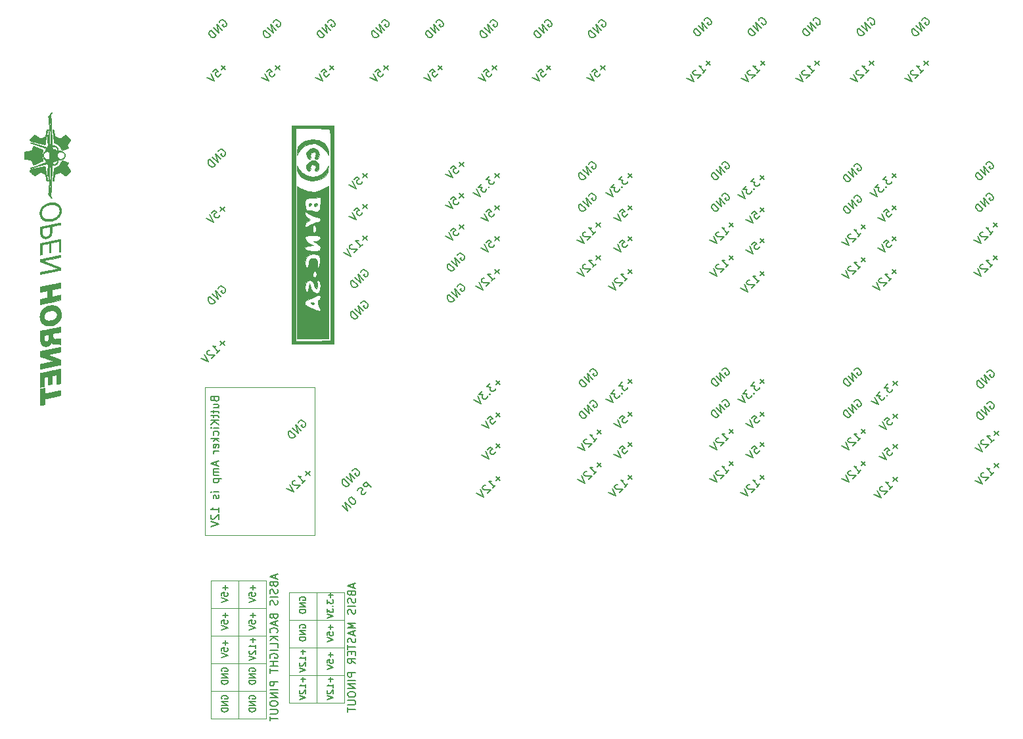
<source format=gbr>
%TF.GenerationSoftware,KiCad,Pcbnew,(5.1.10)-1*%
%TF.CreationDate,2021-10-29T23:59:47-07:00*%
%TF.ProjectId,ATX_PSU_Board,4154585f-5053-4555-9f42-6f6172642e6b,rev?*%
%TF.SameCoordinates,Original*%
%TF.FileFunction,Legend,Bot*%
%TF.FilePolarity,Positive*%
%FSLAX46Y46*%
G04 Gerber Fmt 4.6, Leading zero omitted, Abs format (unit mm)*
G04 Created by KiCad (PCBNEW (5.1.10)-1) date 2021-10-29 23:59:47*
%MOMM*%
%LPD*%
G01*
G04 APERTURE LIST*
%ADD10C,0.150000*%
%ADD11C,0.120000*%
%ADD12C,0.010000*%
G04 APERTURE END LIST*
D10*
X157931645Y-62177652D02*
X157392897Y-62716400D01*
X157931645Y-62716400D02*
X157392897Y-62177652D01*
X156955164Y-63692881D02*
X157359225Y-63288820D01*
X157157195Y-63490851D02*
X156450088Y-62783744D01*
X156618447Y-62817416D01*
X156753134Y-62817416D01*
X156854149Y-62783744D01*
X156046027Y-63322492D02*
X155978683Y-63322492D01*
X155877668Y-63356164D01*
X155709309Y-63524522D01*
X155675638Y-63625538D01*
X155675638Y-63692881D01*
X155709309Y-63793896D01*
X155776653Y-63861240D01*
X155911340Y-63928583D01*
X156719462Y-63928583D01*
X156281729Y-64366316D01*
X155372592Y-63861240D02*
X155843996Y-64804049D01*
X154901187Y-64332644D01*
X157157194Y-56892698D02*
X157190866Y-56791683D01*
X157291881Y-56690668D01*
X157426568Y-56623324D01*
X157561255Y-56623324D01*
X157662270Y-56656996D01*
X157830629Y-56758011D01*
X157931644Y-56859026D01*
X158032660Y-57027385D01*
X158066331Y-57128400D01*
X158066331Y-57263087D01*
X157998988Y-57397774D01*
X157931644Y-57465118D01*
X157796957Y-57532461D01*
X157729614Y-57532461D01*
X157493912Y-57296759D01*
X157628599Y-57162072D01*
X157493912Y-57902851D02*
X156786805Y-57195744D01*
X157089851Y-58306912D01*
X156382744Y-57599805D01*
X156753133Y-58643629D02*
X156046026Y-57936522D01*
X155877668Y-58104881D01*
X155810324Y-58239568D01*
X155810324Y-58374255D01*
X155843996Y-58475270D01*
X155945011Y-58643629D01*
X156046026Y-58744644D01*
X156214385Y-58845660D01*
X156315400Y-58879331D01*
X156450087Y-58879331D01*
X156584774Y-58811988D01*
X156753133Y-58643629D01*
X150914895Y-62177652D02*
X150376147Y-62716400D01*
X150914895Y-62716400D02*
X150376147Y-62177652D01*
X149938414Y-63692881D02*
X150342475Y-63288820D01*
X150140445Y-63490851D02*
X149433338Y-62783744D01*
X149601697Y-62817416D01*
X149736384Y-62817416D01*
X149837399Y-62783744D01*
X149029277Y-63322492D02*
X148961933Y-63322492D01*
X148860918Y-63356164D01*
X148692559Y-63524522D01*
X148658888Y-63625538D01*
X148658888Y-63692881D01*
X148692559Y-63793896D01*
X148759903Y-63861240D01*
X148894590Y-63928583D01*
X149702712Y-63928583D01*
X149264979Y-64366316D01*
X148355842Y-63861240D02*
X148827246Y-64804049D01*
X147884437Y-64332644D01*
X150140444Y-56892698D02*
X150174116Y-56791683D01*
X150275131Y-56690668D01*
X150409818Y-56623324D01*
X150544505Y-56623324D01*
X150645520Y-56656996D01*
X150813879Y-56758011D01*
X150914894Y-56859026D01*
X151015910Y-57027385D01*
X151049581Y-57128400D01*
X151049581Y-57263087D01*
X150982238Y-57397774D01*
X150914894Y-57465118D01*
X150780207Y-57532461D01*
X150712864Y-57532461D01*
X150477162Y-57296759D01*
X150611849Y-57162072D01*
X150477162Y-57902851D02*
X149770055Y-57195744D01*
X150073101Y-58306912D01*
X149365994Y-57599805D01*
X149736383Y-58643629D02*
X149029276Y-57936522D01*
X148860918Y-58104881D01*
X148793574Y-58239568D01*
X148793574Y-58374255D01*
X148827246Y-58475270D01*
X148928261Y-58643629D01*
X149029276Y-58744644D01*
X149197635Y-58845660D01*
X149298650Y-58879331D01*
X149433337Y-58879331D01*
X149568024Y-58811988D01*
X149736383Y-58643629D01*
X143898145Y-62177652D02*
X143359397Y-62716400D01*
X143898145Y-62716400D02*
X143359397Y-62177652D01*
X142921664Y-63692881D02*
X143325725Y-63288820D01*
X143123695Y-63490851D02*
X142416588Y-62783744D01*
X142584947Y-62817416D01*
X142719634Y-62817416D01*
X142820649Y-62783744D01*
X142012527Y-63322492D02*
X141945183Y-63322492D01*
X141844168Y-63356164D01*
X141675809Y-63524522D01*
X141642138Y-63625538D01*
X141642138Y-63692881D01*
X141675809Y-63793896D01*
X141743153Y-63861240D01*
X141877840Y-63928583D01*
X142685962Y-63928583D01*
X142248229Y-64366316D01*
X141339092Y-63861240D02*
X141810496Y-64804049D01*
X140867687Y-64332644D01*
X143123694Y-56892698D02*
X143157366Y-56791683D01*
X143258381Y-56690668D01*
X143393068Y-56623324D01*
X143527755Y-56623324D01*
X143628770Y-56656996D01*
X143797129Y-56758011D01*
X143898144Y-56859026D01*
X143999160Y-57027385D01*
X144032831Y-57128400D01*
X144032831Y-57263087D01*
X143965488Y-57397774D01*
X143898144Y-57465118D01*
X143763457Y-57532461D01*
X143696114Y-57532461D01*
X143460412Y-57296759D01*
X143595099Y-57162072D01*
X143460412Y-57902851D02*
X142753305Y-57195744D01*
X143056351Y-58306912D01*
X142349244Y-57599805D01*
X142719633Y-58643629D02*
X142012526Y-57936522D01*
X141844168Y-58104881D01*
X141776824Y-58239568D01*
X141776824Y-58374255D01*
X141810496Y-58475270D01*
X141911511Y-58643629D01*
X142012526Y-58744644D01*
X142180885Y-58845660D01*
X142281900Y-58879331D01*
X142416587Y-58879331D01*
X142551274Y-58811988D01*
X142719633Y-58643629D01*
X136881395Y-62177652D02*
X136342647Y-62716400D01*
X136881395Y-62716400D02*
X136342647Y-62177652D01*
X135904914Y-63692881D02*
X136308975Y-63288820D01*
X136106945Y-63490851D02*
X135399838Y-62783744D01*
X135568197Y-62817416D01*
X135702884Y-62817416D01*
X135803899Y-62783744D01*
X134995777Y-63322492D02*
X134928433Y-63322492D01*
X134827418Y-63356164D01*
X134659059Y-63524522D01*
X134625388Y-63625538D01*
X134625388Y-63692881D01*
X134659059Y-63793896D01*
X134726403Y-63861240D01*
X134861090Y-63928583D01*
X135669212Y-63928583D01*
X135231479Y-64366316D01*
X134322342Y-63861240D02*
X134793746Y-64804049D01*
X133850937Y-64332644D01*
X136106944Y-56892698D02*
X136140616Y-56791683D01*
X136241631Y-56690668D01*
X136376318Y-56623324D01*
X136511005Y-56623324D01*
X136612020Y-56656996D01*
X136780379Y-56758011D01*
X136881394Y-56859026D01*
X136982410Y-57027385D01*
X137016081Y-57128400D01*
X137016081Y-57263087D01*
X136948738Y-57397774D01*
X136881394Y-57465118D01*
X136746707Y-57532461D01*
X136679364Y-57532461D01*
X136443662Y-57296759D01*
X136578349Y-57162072D01*
X136443662Y-57902851D02*
X135736555Y-57195744D01*
X136039601Y-58306912D01*
X135332494Y-57599805D01*
X135702883Y-58643629D02*
X134995776Y-57936522D01*
X134827418Y-58104881D01*
X134760074Y-58239568D01*
X134760074Y-58374255D01*
X134793746Y-58475270D01*
X134894761Y-58643629D01*
X134995776Y-58744644D01*
X135164135Y-58845660D01*
X135265150Y-58879331D01*
X135399837Y-58879331D01*
X135534524Y-58811988D01*
X135702883Y-58643629D01*
X129090194Y-56892698D02*
X129123866Y-56791683D01*
X129224881Y-56690668D01*
X129359568Y-56623324D01*
X129494255Y-56623324D01*
X129595270Y-56656996D01*
X129763629Y-56758011D01*
X129864644Y-56859026D01*
X129965660Y-57027385D01*
X129999331Y-57128400D01*
X129999331Y-57263087D01*
X129931988Y-57397774D01*
X129864644Y-57465118D01*
X129729957Y-57532461D01*
X129662614Y-57532461D01*
X129426912Y-57296759D01*
X129561599Y-57162072D01*
X129426912Y-57902851D02*
X128719805Y-57195744D01*
X129022851Y-58306912D01*
X128315744Y-57599805D01*
X128686133Y-58643629D02*
X127979026Y-57936522D01*
X127810668Y-58104881D01*
X127743324Y-58239568D01*
X127743324Y-58374255D01*
X127776996Y-58475270D01*
X127878011Y-58643629D01*
X127979026Y-58744644D01*
X128147385Y-58845660D01*
X128248400Y-58879331D01*
X128383087Y-58879331D01*
X128517774Y-58811988D01*
X128686133Y-58643629D01*
X129864645Y-62177652D02*
X129325897Y-62716400D01*
X129864645Y-62716400D02*
X129325897Y-62177652D01*
X128888164Y-63692881D02*
X129292225Y-63288820D01*
X129090195Y-63490851D02*
X128383088Y-62783744D01*
X128551447Y-62817416D01*
X128686134Y-62817416D01*
X128787149Y-62783744D01*
X127979027Y-63322492D02*
X127911683Y-63322492D01*
X127810668Y-63356164D01*
X127642309Y-63524522D01*
X127608638Y-63625538D01*
X127608638Y-63692881D01*
X127642309Y-63793896D01*
X127709653Y-63861240D01*
X127844340Y-63928583D01*
X128652462Y-63928583D01*
X128214729Y-64366316D01*
X127305592Y-63861240D02*
X127776996Y-64804049D01*
X126834187Y-64332644D01*
X115501194Y-57146698D02*
X115534866Y-57045683D01*
X115635881Y-56944668D01*
X115770568Y-56877324D01*
X115905255Y-56877324D01*
X116006270Y-56910996D01*
X116174629Y-57012011D01*
X116275644Y-57113026D01*
X116376660Y-57281385D01*
X116410331Y-57382400D01*
X116410331Y-57517087D01*
X116342988Y-57651774D01*
X116275644Y-57719118D01*
X116140957Y-57786461D01*
X116073614Y-57786461D01*
X115837912Y-57550759D01*
X115972599Y-57416072D01*
X115837912Y-58156851D02*
X115130805Y-57449744D01*
X115433851Y-58560912D01*
X114726744Y-57853805D01*
X115097133Y-58897629D02*
X114390026Y-58190522D01*
X114221668Y-58358881D01*
X114154324Y-58493568D01*
X114154324Y-58628255D01*
X114187996Y-58729270D01*
X114289011Y-58897629D01*
X114390026Y-58998644D01*
X114558385Y-59099660D01*
X114659400Y-59133331D01*
X114794087Y-59133331D01*
X114928774Y-59065988D01*
X115097133Y-58897629D01*
X116275644Y-62768370D02*
X115736896Y-63307118D01*
X116275644Y-63307118D02*
X115736896Y-62768370D01*
X114625729Y-63542820D02*
X114962446Y-63206103D01*
X115332835Y-63509148D01*
X115265492Y-63509148D01*
X115164477Y-63542820D01*
X114996118Y-63711179D01*
X114962446Y-63812194D01*
X114962446Y-63879538D01*
X114996118Y-63980553D01*
X115164477Y-64148912D01*
X115265492Y-64182583D01*
X115332835Y-64182583D01*
X115433851Y-64148912D01*
X115602209Y-63980553D01*
X115635881Y-63879538D01*
X115635881Y-63812194D01*
X114390026Y-63778522D02*
X114861431Y-64721331D01*
X113918622Y-64249927D01*
X108516194Y-57146698D02*
X108549866Y-57045683D01*
X108650881Y-56944668D01*
X108785568Y-56877324D01*
X108920255Y-56877324D01*
X109021270Y-56910996D01*
X109189629Y-57012011D01*
X109290644Y-57113026D01*
X109391660Y-57281385D01*
X109425331Y-57382400D01*
X109425331Y-57517087D01*
X109357988Y-57651774D01*
X109290644Y-57719118D01*
X109155957Y-57786461D01*
X109088614Y-57786461D01*
X108852912Y-57550759D01*
X108987599Y-57416072D01*
X108852912Y-58156851D02*
X108145805Y-57449744D01*
X108448851Y-58560912D01*
X107741744Y-57853805D01*
X108112133Y-58897629D02*
X107405026Y-58190522D01*
X107236668Y-58358881D01*
X107169324Y-58493568D01*
X107169324Y-58628255D01*
X107202996Y-58729270D01*
X107304011Y-58897629D01*
X107405026Y-58998644D01*
X107573385Y-59099660D01*
X107674400Y-59133331D01*
X107809087Y-59133331D01*
X107943774Y-59065988D01*
X108112133Y-58897629D01*
X109290644Y-62768370D02*
X108751896Y-63307118D01*
X109290644Y-63307118D02*
X108751896Y-62768370D01*
X107640729Y-63542820D02*
X107977446Y-63206103D01*
X108347835Y-63509148D01*
X108280492Y-63509148D01*
X108179477Y-63542820D01*
X108011118Y-63711179D01*
X107977446Y-63812194D01*
X107977446Y-63879538D01*
X108011118Y-63980553D01*
X108179477Y-64148912D01*
X108280492Y-64182583D01*
X108347835Y-64182583D01*
X108448851Y-64148912D01*
X108617209Y-63980553D01*
X108650881Y-63879538D01*
X108650881Y-63812194D01*
X107405026Y-63778522D02*
X107876431Y-64721331D01*
X106933622Y-64249927D01*
X101531194Y-57146698D02*
X101564866Y-57045683D01*
X101665881Y-56944668D01*
X101800568Y-56877324D01*
X101935255Y-56877324D01*
X102036270Y-56910996D01*
X102204629Y-57012011D01*
X102305644Y-57113026D01*
X102406660Y-57281385D01*
X102440331Y-57382400D01*
X102440331Y-57517087D01*
X102372988Y-57651774D01*
X102305644Y-57719118D01*
X102170957Y-57786461D01*
X102103614Y-57786461D01*
X101867912Y-57550759D01*
X102002599Y-57416072D01*
X101867912Y-58156851D02*
X101160805Y-57449744D01*
X101463851Y-58560912D01*
X100756744Y-57853805D01*
X101127133Y-58897629D02*
X100420026Y-58190522D01*
X100251668Y-58358881D01*
X100184324Y-58493568D01*
X100184324Y-58628255D01*
X100217996Y-58729270D01*
X100319011Y-58897629D01*
X100420026Y-58998644D01*
X100588385Y-59099660D01*
X100689400Y-59133331D01*
X100824087Y-59133331D01*
X100958774Y-59065988D01*
X101127133Y-58897629D01*
X102305644Y-62768370D02*
X101766896Y-63307118D01*
X102305644Y-63307118D02*
X101766896Y-62768370D01*
X100655729Y-63542820D02*
X100992446Y-63206103D01*
X101362835Y-63509148D01*
X101295492Y-63509148D01*
X101194477Y-63542820D01*
X101026118Y-63711179D01*
X100992446Y-63812194D01*
X100992446Y-63879538D01*
X101026118Y-63980553D01*
X101194477Y-64148912D01*
X101295492Y-64182583D01*
X101362835Y-64182583D01*
X101463851Y-64148912D01*
X101632209Y-63980553D01*
X101665881Y-63879538D01*
X101665881Y-63812194D01*
X100420026Y-63778522D02*
X100891431Y-64721331D01*
X99948622Y-64249927D01*
X94546194Y-57146698D02*
X94579866Y-57045683D01*
X94680881Y-56944668D01*
X94815568Y-56877324D01*
X94950255Y-56877324D01*
X95051270Y-56910996D01*
X95219629Y-57012011D01*
X95320644Y-57113026D01*
X95421660Y-57281385D01*
X95455331Y-57382400D01*
X95455331Y-57517087D01*
X95387988Y-57651774D01*
X95320644Y-57719118D01*
X95185957Y-57786461D01*
X95118614Y-57786461D01*
X94882912Y-57550759D01*
X95017599Y-57416072D01*
X94882912Y-58156851D02*
X94175805Y-57449744D01*
X94478851Y-58560912D01*
X93771744Y-57853805D01*
X94142133Y-58897629D02*
X93435026Y-58190522D01*
X93266668Y-58358881D01*
X93199324Y-58493568D01*
X93199324Y-58628255D01*
X93232996Y-58729270D01*
X93334011Y-58897629D01*
X93435026Y-58998644D01*
X93603385Y-59099660D01*
X93704400Y-59133331D01*
X93839087Y-59133331D01*
X93973774Y-59065988D01*
X94142133Y-58897629D01*
X95320644Y-62768370D02*
X94781896Y-63307118D01*
X95320644Y-63307118D02*
X94781896Y-62768370D01*
X93670729Y-63542820D02*
X94007446Y-63206103D01*
X94377835Y-63509148D01*
X94310492Y-63509148D01*
X94209477Y-63542820D01*
X94041118Y-63711179D01*
X94007446Y-63812194D01*
X94007446Y-63879538D01*
X94041118Y-63980553D01*
X94209477Y-64148912D01*
X94310492Y-64182583D01*
X94377835Y-64182583D01*
X94478851Y-64148912D01*
X94647209Y-63980553D01*
X94680881Y-63879538D01*
X94680881Y-63812194D01*
X93435026Y-63778522D02*
X93906431Y-64721331D01*
X92963622Y-64249927D01*
X87561194Y-57146698D02*
X87594866Y-57045683D01*
X87695881Y-56944668D01*
X87830568Y-56877324D01*
X87965255Y-56877324D01*
X88066270Y-56910996D01*
X88234629Y-57012011D01*
X88335644Y-57113026D01*
X88436660Y-57281385D01*
X88470331Y-57382400D01*
X88470331Y-57517087D01*
X88402988Y-57651774D01*
X88335644Y-57719118D01*
X88200957Y-57786461D01*
X88133614Y-57786461D01*
X87897912Y-57550759D01*
X88032599Y-57416072D01*
X87897912Y-58156851D02*
X87190805Y-57449744D01*
X87493851Y-58560912D01*
X86786744Y-57853805D01*
X87157133Y-58897629D02*
X86450026Y-58190522D01*
X86281668Y-58358881D01*
X86214324Y-58493568D01*
X86214324Y-58628255D01*
X86247996Y-58729270D01*
X86349011Y-58897629D01*
X86450026Y-58998644D01*
X86618385Y-59099660D01*
X86719400Y-59133331D01*
X86854087Y-59133331D01*
X86988774Y-59065988D01*
X87157133Y-58897629D01*
X88335644Y-62768370D02*
X87796896Y-63307118D01*
X88335644Y-63307118D02*
X87796896Y-62768370D01*
X86685729Y-63542820D02*
X87022446Y-63206103D01*
X87392835Y-63509148D01*
X87325492Y-63509148D01*
X87224477Y-63542820D01*
X87056118Y-63711179D01*
X87022446Y-63812194D01*
X87022446Y-63879538D01*
X87056118Y-63980553D01*
X87224477Y-64148912D01*
X87325492Y-64182583D01*
X87392835Y-64182583D01*
X87493851Y-64148912D01*
X87662209Y-63980553D01*
X87695881Y-63879538D01*
X87695881Y-63812194D01*
X86450026Y-63778522D02*
X86921431Y-64721331D01*
X85978622Y-64249927D01*
X80576194Y-57146698D02*
X80609866Y-57045683D01*
X80710881Y-56944668D01*
X80845568Y-56877324D01*
X80980255Y-56877324D01*
X81081270Y-56910996D01*
X81249629Y-57012011D01*
X81350644Y-57113026D01*
X81451660Y-57281385D01*
X81485331Y-57382400D01*
X81485331Y-57517087D01*
X81417988Y-57651774D01*
X81350644Y-57719118D01*
X81215957Y-57786461D01*
X81148614Y-57786461D01*
X80912912Y-57550759D01*
X81047599Y-57416072D01*
X80912912Y-58156851D02*
X80205805Y-57449744D01*
X80508851Y-58560912D01*
X79801744Y-57853805D01*
X80172133Y-58897629D02*
X79465026Y-58190522D01*
X79296668Y-58358881D01*
X79229324Y-58493568D01*
X79229324Y-58628255D01*
X79262996Y-58729270D01*
X79364011Y-58897629D01*
X79465026Y-58998644D01*
X79633385Y-59099660D01*
X79734400Y-59133331D01*
X79869087Y-59133331D01*
X80003774Y-59065988D01*
X80172133Y-58897629D01*
X81350644Y-62768370D02*
X80811896Y-63307118D01*
X81350644Y-63307118D02*
X80811896Y-62768370D01*
X79700729Y-63542820D02*
X80037446Y-63206103D01*
X80407835Y-63509148D01*
X80340492Y-63509148D01*
X80239477Y-63542820D01*
X80071118Y-63711179D01*
X80037446Y-63812194D01*
X80037446Y-63879538D01*
X80071118Y-63980553D01*
X80239477Y-64148912D01*
X80340492Y-64182583D01*
X80407835Y-64182583D01*
X80508851Y-64148912D01*
X80677209Y-63980553D01*
X80710881Y-63879538D01*
X80710881Y-63812194D01*
X79465026Y-63778522D02*
X79936431Y-64721331D01*
X78993622Y-64249927D01*
X73591194Y-57146698D02*
X73624866Y-57045683D01*
X73725881Y-56944668D01*
X73860568Y-56877324D01*
X73995255Y-56877324D01*
X74096270Y-56910996D01*
X74264629Y-57012011D01*
X74365644Y-57113026D01*
X74466660Y-57281385D01*
X74500331Y-57382400D01*
X74500331Y-57517087D01*
X74432988Y-57651774D01*
X74365644Y-57719118D01*
X74230957Y-57786461D01*
X74163614Y-57786461D01*
X73927912Y-57550759D01*
X74062599Y-57416072D01*
X73927912Y-58156851D02*
X73220805Y-57449744D01*
X73523851Y-58560912D01*
X72816744Y-57853805D01*
X73187133Y-58897629D02*
X72480026Y-58190522D01*
X72311668Y-58358881D01*
X72244324Y-58493568D01*
X72244324Y-58628255D01*
X72277996Y-58729270D01*
X72379011Y-58897629D01*
X72480026Y-58998644D01*
X72648385Y-59099660D01*
X72749400Y-59133331D01*
X72884087Y-59133331D01*
X73018774Y-59065988D01*
X73187133Y-58897629D01*
X74365644Y-62768370D02*
X73826896Y-63307118D01*
X74365644Y-63307118D02*
X73826896Y-62768370D01*
X72715729Y-63542820D02*
X73052446Y-63206103D01*
X73422835Y-63509148D01*
X73355492Y-63509148D01*
X73254477Y-63542820D01*
X73086118Y-63711179D01*
X73052446Y-63812194D01*
X73052446Y-63879538D01*
X73086118Y-63980553D01*
X73254477Y-64148912D01*
X73355492Y-64182583D01*
X73422835Y-64182583D01*
X73523851Y-64148912D01*
X73692209Y-63980553D01*
X73725881Y-63879538D01*
X73725881Y-63812194D01*
X72480026Y-63778522D02*
X72951431Y-64721331D01*
X72008622Y-64249927D01*
X67380644Y-62768370D02*
X66841896Y-63307118D01*
X67380644Y-63307118D02*
X66841896Y-62768370D01*
X65730729Y-63542820D02*
X66067446Y-63206103D01*
X66437835Y-63509148D01*
X66370492Y-63509148D01*
X66269477Y-63542820D01*
X66101118Y-63711179D01*
X66067446Y-63812194D01*
X66067446Y-63879538D01*
X66101118Y-63980553D01*
X66269477Y-64148912D01*
X66370492Y-64182583D01*
X66437835Y-64182583D01*
X66538851Y-64148912D01*
X66707209Y-63980553D01*
X66740881Y-63879538D01*
X66740881Y-63812194D01*
X65495026Y-63778522D02*
X65966431Y-64721331D01*
X65023622Y-64249927D01*
X66606194Y-57146698D02*
X66639866Y-57045683D01*
X66740881Y-56944668D01*
X66875568Y-56877324D01*
X67010255Y-56877324D01*
X67111270Y-56910996D01*
X67279629Y-57012011D01*
X67380644Y-57113026D01*
X67481660Y-57281385D01*
X67515331Y-57382400D01*
X67515331Y-57517087D01*
X67447988Y-57651774D01*
X67380644Y-57719118D01*
X67245957Y-57786461D01*
X67178614Y-57786461D01*
X66942912Y-57550759D01*
X67077599Y-57416072D01*
X66942912Y-58156851D02*
X66235805Y-57449744D01*
X66538851Y-58560912D01*
X65831744Y-57853805D01*
X66202133Y-58897629D02*
X65495026Y-58190522D01*
X65326668Y-58358881D01*
X65259324Y-58493568D01*
X65259324Y-58628255D01*
X65292996Y-58729270D01*
X65394011Y-58897629D01*
X65495026Y-58998644D01*
X65663385Y-59099660D01*
X65764400Y-59133331D01*
X65899087Y-59133331D01*
X66033774Y-59065988D01*
X66202133Y-58897629D01*
X66479194Y-73783698D02*
X66512866Y-73682683D01*
X66613881Y-73581668D01*
X66748568Y-73514324D01*
X66883255Y-73514324D01*
X66984270Y-73547996D01*
X67152629Y-73649011D01*
X67253644Y-73750026D01*
X67354660Y-73918385D01*
X67388331Y-74019400D01*
X67388331Y-74154087D01*
X67320988Y-74288774D01*
X67253644Y-74356118D01*
X67118957Y-74423461D01*
X67051614Y-74423461D01*
X66815912Y-74187759D01*
X66950599Y-74053072D01*
X66815912Y-74793851D02*
X66108805Y-74086744D01*
X66411851Y-75197912D01*
X65704744Y-74490805D01*
X66075133Y-75534629D02*
X65368026Y-74827522D01*
X65199668Y-74995881D01*
X65132324Y-75130568D01*
X65132324Y-75265255D01*
X65165996Y-75366270D01*
X65267011Y-75534629D01*
X65368026Y-75635644D01*
X65536385Y-75736660D01*
X65637400Y-75770331D01*
X65772087Y-75770331D01*
X65906774Y-75702988D01*
X66075133Y-75534629D01*
X67253644Y-80929370D02*
X66714896Y-81468118D01*
X67253644Y-81468118D02*
X66714896Y-80929370D01*
X65603729Y-81703820D02*
X65940446Y-81367103D01*
X66310835Y-81670148D01*
X66243492Y-81670148D01*
X66142477Y-81703820D01*
X65974118Y-81872179D01*
X65940446Y-81973194D01*
X65940446Y-82040538D01*
X65974118Y-82141553D01*
X66142477Y-82309912D01*
X66243492Y-82343583D01*
X66310835Y-82343583D01*
X66411851Y-82309912D01*
X66580209Y-82141553D01*
X66613881Y-82040538D01*
X66613881Y-81973194D01*
X65368026Y-81939522D02*
X65839431Y-82882331D01*
X64896622Y-82410927D01*
X66479194Y-91436698D02*
X66512866Y-91335683D01*
X66613881Y-91234668D01*
X66748568Y-91167324D01*
X66883255Y-91167324D01*
X66984270Y-91200996D01*
X67152629Y-91302011D01*
X67253644Y-91403026D01*
X67354660Y-91571385D01*
X67388331Y-91672400D01*
X67388331Y-91807087D01*
X67320988Y-91941774D01*
X67253644Y-92009118D01*
X67118957Y-92076461D01*
X67051614Y-92076461D01*
X66815912Y-91840759D01*
X66950599Y-91706072D01*
X66815912Y-92446851D02*
X66108805Y-91739744D01*
X66411851Y-92850912D01*
X65704744Y-92143805D01*
X66075133Y-93187629D02*
X65368026Y-92480522D01*
X65199668Y-92648881D01*
X65132324Y-92783568D01*
X65132324Y-92918255D01*
X65165996Y-93019270D01*
X65267011Y-93187629D01*
X65368026Y-93288644D01*
X65536385Y-93389660D01*
X65637400Y-93423331D01*
X65772087Y-93423331D01*
X65906774Y-93355988D01*
X66075133Y-93187629D01*
X67253645Y-98245652D02*
X66714897Y-98784400D01*
X67253645Y-98784400D02*
X66714897Y-98245652D01*
X66277164Y-99760881D02*
X66681225Y-99356820D01*
X66479195Y-99558851D02*
X65772088Y-98851744D01*
X65940447Y-98885416D01*
X66075134Y-98885416D01*
X66176149Y-98851744D01*
X65368027Y-99390492D02*
X65300683Y-99390492D01*
X65199668Y-99424164D01*
X65031309Y-99592522D01*
X64997638Y-99693538D01*
X64997638Y-99760881D01*
X65031309Y-99861896D01*
X65098653Y-99929240D01*
X65233340Y-99996583D01*
X66041462Y-99996583D01*
X65603729Y-100434316D01*
X64694592Y-99929240D02*
X65165996Y-100872049D01*
X64223187Y-100400644D01*
X76810476Y-108708698D02*
X76844148Y-108607683D01*
X76945163Y-108506668D01*
X77079850Y-108439324D01*
X77214537Y-108439324D01*
X77315552Y-108472996D01*
X77483911Y-108574011D01*
X77584926Y-108675026D01*
X77685942Y-108843385D01*
X77719613Y-108944400D01*
X77719613Y-109079087D01*
X77652270Y-109213774D01*
X77584926Y-109281118D01*
X77450239Y-109348461D01*
X77382896Y-109348461D01*
X77147194Y-109112759D01*
X77281881Y-108978072D01*
X77147194Y-109718851D02*
X76440087Y-109011744D01*
X76743133Y-110122912D01*
X76036026Y-109415805D01*
X76406415Y-110459629D02*
X75699308Y-109752522D01*
X75530950Y-109920881D01*
X75463606Y-110055568D01*
X75463606Y-110190255D01*
X75497278Y-110291270D01*
X75598293Y-110459629D01*
X75699308Y-110560644D01*
X75867667Y-110661660D01*
X75968682Y-110695331D01*
X76103369Y-110695331D01*
X76238056Y-110627988D01*
X76406415Y-110459629D01*
X78258362Y-115009652D02*
X77719614Y-115548400D01*
X78258362Y-115548400D02*
X77719614Y-115009652D01*
X77281881Y-116524881D02*
X77685942Y-116120820D01*
X77483912Y-116322851D02*
X76776805Y-115615744D01*
X76945164Y-115649416D01*
X77079851Y-115649416D01*
X77180866Y-115615744D01*
X76372744Y-116154492D02*
X76305400Y-116154492D01*
X76204385Y-116188164D01*
X76036026Y-116356522D01*
X76002355Y-116457538D01*
X76002355Y-116524881D01*
X76036026Y-116625896D01*
X76103370Y-116693240D01*
X76238057Y-116760583D01*
X77046179Y-116760583D01*
X76608446Y-117198316D01*
X75699309Y-116693240D02*
X76170713Y-117636049D01*
X75227904Y-117164644D01*
X83751194Y-114931698D02*
X83784866Y-114830683D01*
X83885881Y-114729668D01*
X84020568Y-114662324D01*
X84155255Y-114662324D01*
X84256270Y-114695996D01*
X84424629Y-114797011D01*
X84525644Y-114898026D01*
X84626660Y-115066385D01*
X84660331Y-115167400D01*
X84660331Y-115302087D01*
X84592988Y-115436774D01*
X84525644Y-115504118D01*
X84390957Y-115571461D01*
X84323614Y-115571461D01*
X84087912Y-115335759D01*
X84222599Y-115201072D01*
X84087912Y-115941851D02*
X83380805Y-115234744D01*
X83683851Y-116345912D01*
X82976744Y-115638805D01*
X83347133Y-116682629D02*
X82640026Y-115975522D01*
X82471668Y-116143881D01*
X82404324Y-116278568D01*
X82404324Y-116413255D01*
X82437996Y-116514270D01*
X82539011Y-116682629D01*
X82640026Y-116783644D01*
X82808385Y-116884660D01*
X82909400Y-116918331D01*
X83044087Y-116918331D01*
X83178774Y-116850988D01*
X83347133Y-116682629D01*
X86179946Y-117024816D02*
X85472839Y-116317710D01*
X85203465Y-116587084D01*
X85169793Y-116688099D01*
X85169793Y-116755442D01*
X85203465Y-116856458D01*
X85304480Y-116957473D01*
X85405496Y-116991145D01*
X85472839Y-116991145D01*
X85573854Y-116957473D01*
X85843228Y-116688099D01*
X85472839Y-117664580D02*
X85405496Y-117799267D01*
X85237137Y-117967625D01*
X85136122Y-118001297D01*
X85068778Y-118001297D01*
X84967763Y-117967625D01*
X84900419Y-117900282D01*
X84866748Y-117799267D01*
X84866748Y-117731923D01*
X84900419Y-117630908D01*
X85001435Y-117462549D01*
X85035106Y-117361534D01*
X85035106Y-117294190D01*
X85001435Y-117193175D01*
X84934091Y-117125832D01*
X84833076Y-117092160D01*
X84765732Y-117092160D01*
X84664717Y-117125832D01*
X84496358Y-117294190D01*
X84429015Y-117428877D01*
X83418862Y-118371687D02*
X83284175Y-118506374D01*
X83250503Y-118607389D01*
X83250503Y-118742076D01*
X83351519Y-118910435D01*
X83587221Y-119146137D01*
X83755580Y-119247152D01*
X83890267Y-119247152D01*
X83991282Y-119213480D01*
X84125969Y-119078793D01*
X84159641Y-118977778D01*
X84159641Y-118843091D01*
X84058625Y-118674732D01*
X83822923Y-118439030D01*
X83654564Y-118338015D01*
X83519877Y-118338015D01*
X83418862Y-118371687D01*
X83519877Y-119684885D02*
X82812771Y-118977778D01*
X83115816Y-120088946D01*
X82408710Y-119381839D01*
X85624362Y-84656651D02*
X85085614Y-85195399D01*
X85624362Y-85195399D02*
X85085614Y-84656651D01*
X84647881Y-86171880D02*
X85051942Y-85767819D01*
X84849912Y-85969850D02*
X84142805Y-85262743D01*
X84311164Y-85296415D01*
X84445851Y-85296415D01*
X84546866Y-85262743D01*
X83738744Y-85801491D02*
X83671400Y-85801491D01*
X83570385Y-85835163D01*
X83402026Y-86003521D01*
X83368355Y-86104537D01*
X83368355Y-86171880D01*
X83402026Y-86272895D01*
X83469370Y-86340239D01*
X83604057Y-86407582D01*
X84412179Y-86407582D01*
X83974446Y-86845315D01*
X83065309Y-86340239D02*
X83536713Y-87283048D01*
X82593904Y-86811643D01*
X84849911Y-93341698D02*
X84883583Y-93240683D01*
X84984598Y-93139668D01*
X85119285Y-93072324D01*
X85253972Y-93072324D01*
X85354987Y-93105996D01*
X85523346Y-93207011D01*
X85624361Y-93308026D01*
X85725377Y-93476385D01*
X85759048Y-93577400D01*
X85759048Y-93712087D01*
X85691705Y-93846774D01*
X85624361Y-93914118D01*
X85489674Y-93981461D01*
X85422331Y-93981461D01*
X85186629Y-93745759D01*
X85321316Y-93611072D01*
X85186629Y-94351851D02*
X84479522Y-93644744D01*
X84782568Y-94755912D01*
X84075461Y-94048805D01*
X84445850Y-95092629D02*
X83738743Y-94385522D01*
X83570385Y-94553881D01*
X83503041Y-94688568D01*
X83503041Y-94823255D01*
X83536713Y-94924270D01*
X83637728Y-95092629D01*
X83738743Y-95193644D01*
X83907102Y-95294660D01*
X84008117Y-95328331D01*
X84142804Y-95328331D01*
X84277491Y-95260988D01*
X84445850Y-95092629D01*
X84849911Y-89319056D02*
X84883583Y-89218041D01*
X84984598Y-89117026D01*
X85119285Y-89049682D01*
X85253972Y-89049682D01*
X85354987Y-89083354D01*
X85523346Y-89184369D01*
X85624361Y-89285384D01*
X85725377Y-89453743D01*
X85759048Y-89554758D01*
X85759048Y-89689445D01*
X85691705Y-89824132D01*
X85624361Y-89891476D01*
X85489674Y-89958819D01*
X85422331Y-89958819D01*
X85186629Y-89723117D01*
X85321316Y-89588430D01*
X85186629Y-90329209D02*
X84479522Y-89622102D01*
X84782568Y-90733270D01*
X84075461Y-90026163D01*
X84445850Y-91069987D02*
X83738743Y-90362880D01*
X83570385Y-90531239D01*
X83503041Y-90665926D01*
X83503041Y-90800613D01*
X83536713Y-90901628D01*
X83637728Y-91069987D01*
X83738743Y-91171002D01*
X83907102Y-91272018D01*
X84008117Y-91305689D01*
X84142804Y-91305689D01*
X84277491Y-91238346D01*
X84445850Y-91069987D01*
X97295911Y-91182698D02*
X97329583Y-91081683D01*
X97430598Y-90980668D01*
X97565285Y-90913324D01*
X97699972Y-90913324D01*
X97800987Y-90946996D01*
X97969346Y-91048011D01*
X98070361Y-91149026D01*
X98171377Y-91317385D01*
X98205048Y-91418400D01*
X98205048Y-91553087D01*
X98137705Y-91687774D01*
X98070361Y-91755118D01*
X97935674Y-91822461D01*
X97868331Y-91822461D01*
X97632629Y-91586759D01*
X97767316Y-91452072D01*
X97632629Y-92192851D02*
X96925522Y-91485744D01*
X97228568Y-92596912D01*
X96521461Y-91889805D01*
X96891850Y-92933629D02*
X96184743Y-92226522D01*
X96016385Y-92394881D01*
X95949041Y-92529568D01*
X95949041Y-92664255D01*
X95982713Y-92765270D01*
X96083728Y-92933629D01*
X96184743Y-93034644D01*
X96353102Y-93135660D01*
X96454117Y-93169331D01*
X96588804Y-93169331D01*
X96723491Y-93101988D01*
X96891850Y-92933629D01*
X97295911Y-87182198D02*
X97329583Y-87081183D01*
X97430598Y-86980168D01*
X97565285Y-86912824D01*
X97699972Y-86912824D01*
X97800987Y-86946496D01*
X97969346Y-87047511D01*
X98070361Y-87148526D01*
X98171377Y-87316885D01*
X98205048Y-87417900D01*
X98205048Y-87552587D01*
X98137705Y-87687274D01*
X98070361Y-87754618D01*
X97935674Y-87821961D01*
X97868331Y-87821961D01*
X97632629Y-87586259D01*
X97767316Y-87451572D01*
X97632629Y-88192351D02*
X96925522Y-87485244D01*
X97228568Y-88596412D01*
X96521461Y-87889305D01*
X96891850Y-88933129D02*
X96184743Y-88226022D01*
X96016385Y-88394381D01*
X95949041Y-88529068D01*
X95949041Y-88663755D01*
X95982713Y-88764770D01*
X96083728Y-88933129D01*
X96184743Y-89034144D01*
X96353102Y-89135160D01*
X96454117Y-89168831D01*
X96588804Y-89168831D01*
X96723491Y-89101488D01*
X96891850Y-88933129D01*
X98070361Y-83215370D02*
X97531613Y-83754118D01*
X98070361Y-83754118D02*
X97531613Y-83215370D01*
X96420446Y-83989820D02*
X96757163Y-83653103D01*
X97127552Y-83956148D01*
X97060209Y-83956148D01*
X96959194Y-83989820D01*
X96790835Y-84158179D01*
X96757163Y-84259194D01*
X96757163Y-84326538D01*
X96790835Y-84427553D01*
X96959194Y-84595912D01*
X97060209Y-84629583D01*
X97127552Y-84629583D01*
X97228568Y-84595912D01*
X97396926Y-84427553D01*
X97430598Y-84326538D01*
X97430598Y-84259194D01*
X96184743Y-84225522D02*
X96656148Y-85168331D01*
X95713339Y-84696927D01*
X98070361Y-79214870D02*
X97531613Y-79753618D01*
X98070361Y-79753618D02*
X97531613Y-79214870D01*
X96420446Y-79989320D02*
X96757163Y-79652603D01*
X97127552Y-79955648D01*
X97060209Y-79955648D01*
X96959194Y-79989320D01*
X96790835Y-80157679D01*
X96757163Y-80258694D01*
X96757163Y-80326038D01*
X96790835Y-80427053D01*
X96959194Y-80595412D01*
X97060209Y-80629083D01*
X97127552Y-80629083D01*
X97228568Y-80595412D01*
X97396926Y-80427053D01*
X97430598Y-80326038D01*
X97430598Y-80258694D01*
X96184743Y-80225022D02*
X96656148Y-81167831D01*
X95713339Y-80696427D01*
X98070361Y-75214370D02*
X97531613Y-75753118D01*
X98070361Y-75753118D02*
X97531613Y-75214370D01*
X96420446Y-75988820D02*
X96757163Y-75652103D01*
X97127552Y-75955148D01*
X97060209Y-75955148D01*
X96959194Y-75988820D01*
X96790835Y-76157179D01*
X96757163Y-76258194D01*
X96757163Y-76325538D01*
X96790835Y-76426553D01*
X96959194Y-76594912D01*
X97060209Y-76628583D01*
X97127552Y-76628583D01*
X97228568Y-76594912D01*
X97396926Y-76426553D01*
X97430598Y-76325538D01*
X97430598Y-76258194D01*
X96184743Y-76224522D02*
X96656148Y-77167331D01*
X95713339Y-76695927D01*
X85624361Y-76611370D02*
X85085613Y-77150118D01*
X85624361Y-77150118D02*
X85085613Y-76611370D01*
X83974446Y-77385820D02*
X84311163Y-77049103D01*
X84681552Y-77352148D01*
X84614209Y-77352148D01*
X84513194Y-77385820D01*
X84344835Y-77554179D01*
X84311163Y-77655194D01*
X84311163Y-77722538D01*
X84344835Y-77823553D01*
X84513194Y-77991912D01*
X84614209Y-78025583D01*
X84681552Y-78025583D01*
X84782568Y-77991912D01*
X84950926Y-77823553D01*
X84984598Y-77722538D01*
X84984598Y-77655194D01*
X83738743Y-77621522D02*
X84210148Y-78564331D01*
X83267339Y-78092927D01*
X85624361Y-80634011D02*
X85085613Y-81172759D01*
X85624361Y-81172759D02*
X85085613Y-80634011D01*
X83974446Y-81408461D02*
X84311163Y-81071744D01*
X84681552Y-81374789D01*
X84614209Y-81374789D01*
X84513194Y-81408461D01*
X84344835Y-81576820D01*
X84311163Y-81677835D01*
X84311163Y-81745179D01*
X84344835Y-81846194D01*
X84513194Y-82014553D01*
X84614209Y-82048224D01*
X84681552Y-82048224D01*
X84782568Y-82014553D01*
X84950926Y-81846194D01*
X84984598Y-81745179D01*
X84984598Y-81677835D01*
X83738743Y-81644163D02*
X84210148Y-82586972D01*
X83267339Y-82115568D01*
X114358194Y-106168698D02*
X114391866Y-106067683D01*
X114492881Y-105966668D01*
X114627568Y-105899324D01*
X114762255Y-105899324D01*
X114863270Y-105932996D01*
X115031629Y-106034011D01*
X115132644Y-106135026D01*
X115233660Y-106303385D01*
X115267331Y-106404400D01*
X115267331Y-106539087D01*
X115199988Y-106673774D01*
X115132644Y-106741118D01*
X114997957Y-106808461D01*
X114930614Y-106808461D01*
X114694912Y-106572759D01*
X114829599Y-106438072D01*
X114694912Y-107178851D02*
X113987805Y-106471744D01*
X114290851Y-107582912D01*
X113583744Y-106875805D01*
X113954133Y-107919629D02*
X113247026Y-107212522D01*
X113078668Y-107380881D01*
X113011324Y-107515568D01*
X113011324Y-107650255D01*
X113044996Y-107751270D01*
X113146011Y-107919629D01*
X113247026Y-108020644D01*
X113415385Y-108121660D01*
X113516400Y-108155331D01*
X113651087Y-108155331D01*
X113785774Y-108087988D01*
X113954133Y-107919629D01*
X102769361Y-107472370D02*
X102230613Y-108011118D01*
X102769361Y-108011118D02*
X102230613Y-107472370D01*
X101119446Y-108246820D02*
X101456163Y-107910103D01*
X101826552Y-108213148D01*
X101759209Y-108213148D01*
X101658194Y-108246820D01*
X101489835Y-108415179D01*
X101456163Y-108516194D01*
X101456163Y-108583538D01*
X101489835Y-108684553D01*
X101658194Y-108852912D01*
X101759209Y-108886583D01*
X101826552Y-108886583D01*
X101927568Y-108852912D01*
X102095926Y-108684553D01*
X102129598Y-108583538D01*
X102129598Y-108516194D01*
X100883743Y-108482522D02*
X101355148Y-109425331D01*
X100412339Y-108953927D01*
X102769362Y-115644652D02*
X102230614Y-116183400D01*
X102769362Y-116183400D02*
X102230614Y-115644652D01*
X101792881Y-117159881D02*
X102196942Y-116755820D01*
X101994912Y-116957851D02*
X101287805Y-116250744D01*
X101456164Y-116284416D01*
X101590851Y-116284416D01*
X101691866Y-116250744D01*
X100883744Y-116789492D02*
X100816400Y-116789492D01*
X100715385Y-116823164D01*
X100547026Y-116991522D01*
X100513355Y-117092538D01*
X100513355Y-117159881D01*
X100547026Y-117260896D01*
X100614370Y-117328240D01*
X100749057Y-117395583D01*
X101557179Y-117395583D01*
X101119446Y-117833316D01*
X100210309Y-117328240D02*
X100681713Y-118271049D01*
X99738904Y-117799644D01*
X115806080Y-109675652D02*
X115267332Y-110214400D01*
X115806080Y-110214400D02*
X115267332Y-109675652D01*
X114829599Y-111190881D02*
X115233660Y-110786820D01*
X115031630Y-110988851D02*
X114324523Y-110281744D01*
X114492882Y-110315416D01*
X114627569Y-110315416D01*
X114728584Y-110281744D01*
X113920462Y-110820492D02*
X113853118Y-110820492D01*
X113752103Y-110854164D01*
X113583744Y-111022522D01*
X113550073Y-111123538D01*
X113550073Y-111190881D01*
X113583744Y-111291896D01*
X113651088Y-111359240D01*
X113785775Y-111426583D01*
X114593897Y-111426583D01*
X114156164Y-111864316D01*
X113247027Y-111359240D02*
X113718431Y-112302049D01*
X112775622Y-111830644D01*
X114358194Y-102104698D02*
X114391866Y-102003683D01*
X114492881Y-101902668D01*
X114627568Y-101835324D01*
X114762255Y-101835324D01*
X114863270Y-101868996D01*
X115031629Y-101970011D01*
X115132644Y-102071026D01*
X115233660Y-102239385D01*
X115267331Y-102340400D01*
X115267331Y-102475087D01*
X115199988Y-102609774D01*
X115132644Y-102677118D01*
X114997957Y-102744461D01*
X114930614Y-102744461D01*
X114694912Y-102508759D01*
X114829599Y-102374072D01*
X114694912Y-103114851D02*
X113987805Y-102407744D01*
X114290851Y-103518912D01*
X113583744Y-102811805D01*
X113954133Y-103855629D02*
X113247026Y-103148522D01*
X113078668Y-103316881D01*
X113011324Y-103451568D01*
X113011324Y-103586255D01*
X113044996Y-103687270D01*
X113146011Y-103855629D01*
X113247026Y-103956644D01*
X113415385Y-104057660D01*
X113516400Y-104091331D01*
X113651087Y-104091331D01*
X113785774Y-104023988D01*
X113954133Y-103855629D01*
X115806080Y-113866652D02*
X115267332Y-114405400D01*
X115806080Y-114405400D02*
X115267332Y-113866652D01*
X114829599Y-115381881D02*
X115233660Y-114977820D01*
X115031630Y-115179851D02*
X114324523Y-114472744D01*
X114492882Y-114506416D01*
X114627569Y-114506416D01*
X114728584Y-114472744D01*
X113920462Y-115011492D02*
X113853118Y-115011492D01*
X113752103Y-115045164D01*
X113583744Y-115213522D01*
X113550073Y-115314538D01*
X113550073Y-115381881D01*
X113583744Y-115482896D01*
X113651088Y-115550240D01*
X113785775Y-115617583D01*
X114593897Y-115617583D01*
X114156164Y-116055316D01*
X113247027Y-115550240D02*
X113718431Y-116493049D01*
X112775622Y-116021644D01*
X102769362Y-103284294D02*
X102230614Y-103823042D01*
X102769362Y-103823042D02*
X102230614Y-103284294D01*
X101523507Y-103654683D02*
X101085774Y-104092416D01*
X101590850Y-104126087D01*
X101489835Y-104227103D01*
X101456163Y-104328118D01*
X101456163Y-104395461D01*
X101489835Y-104496477D01*
X101658194Y-104664835D01*
X101759209Y-104698507D01*
X101826553Y-104698507D01*
X101927568Y-104664835D01*
X102129598Y-104462805D01*
X102163270Y-104361790D01*
X102163270Y-104294446D01*
X101422492Y-105035225D02*
X101422492Y-105102568D01*
X101489835Y-105102568D01*
X101489835Y-105035225D01*
X101422492Y-105035225D01*
X101489835Y-105102568D01*
X100513354Y-104664835D02*
X100075622Y-105102568D01*
X100580698Y-105136240D01*
X100479683Y-105237255D01*
X100446011Y-105338270D01*
X100446011Y-105405614D01*
X100479683Y-105506629D01*
X100648041Y-105674988D01*
X100749057Y-105708660D01*
X100816400Y-105708660D01*
X100917415Y-105674988D01*
X101119446Y-105472957D01*
X101153118Y-105371942D01*
X101153118Y-105304599D01*
X99873591Y-105304599D02*
X100344996Y-106247408D01*
X99402187Y-105776003D01*
X102769361Y-111409370D02*
X102230613Y-111948118D01*
X102769361Y-111948118D02*
X102230613Y-111409370D01*
X101119446Y-112183820D02*
X101456163Y-111847103D01*
X101826552Y-112150148D01*
X101759209Y-112150148D01*
X101658194Y-112183820D01*
X101489835Y-112352179D01*
X101456163Y-112453194D01*
X101456163Y-112520538D01*
X101489835Y-112621553D01*
X101658194Y-112789912D01*
X101759209Y-112823583D01*
X101826552Y-112823583D01*
X101927568Y-112789912D01*
X102095926Y-112621553D01*
X102129598Y-112520538D01*
X102129598Y-112453194D01*
X100883743Y-112419522D02*
X101355148Y-113362331D01*
X100412339Y-112890927D01*
X114231194Y-79498698D02*
X114264866Y-79397683D01*
X114365881Y-79296668D01*
X114500568Y-79229324D01*
X114635255Y-79229324D01*
X114736270Y-79262996D01*
X114904629Y-79364011D01*
X115005644Y-79465026D01*
X115106660Y-79633385D01*
X115140331Y-79734400D01*
X115140331Y-79869087D01*
X115072988Y-80003774D01*
X115005644Y-80071118D01*
X114870957Y-80138461D01*
X114803614Y-80138461D01*
X114567912Y-79902759D01*
X114702599Y-79768072D01*
X114567912Y-80508851D02*
X113860805Y-79801744D01*
X114163851Y-80912912D01*
X113456744Y-80205805D01*
X113827133Y-81249629D02*
X113120026Y-80542522D01*
X112951668Y-80710881D01*
X112884324Y-80845568D01*
X112884324Y-80980255D01*
X112917996Y-81081270D01*
X113019011Y-81249629D01*
X113120026Y-81350644D01*
X113288385Y-81451660D01*
X113389400Y-81485331D01*
X113524087Y-81485331D01*
X113658774Y-81417988D01*
X113827133Y-81249629D01*
X102642361Y-80802370D02*
X102103613Y-81341118D01*
X102642361Y-81341118D02*
X102103613Y-80802370D01*
X100992446Y-81576820D02*
X101329163Y-81240103D01*
X101699552Y-81543148D01*
X101632209Y-81543148D01*
X101531194Y-81576820D01*
X101362835Y-81745179D01*
X101329163Y-81846194D01*
X101329163Y-81913538D01*
X101362835Y-82014553D01*
X101531194Y-82182912D01*
X101632209Y-82216583D01*
X101699552Y-82216583D01*
X101800568Y-82182912D01*
X101968926Y-82014553D01*
X102002598Y-81913538D01*
X102002598Y-81846194D01*
X100756743Y-81812522D02*
X101228148Y-82755331D01*
X100285339Y-82283927D01*
X102642362Y-88974652D02*
X102103614Y-89513400D01*
X102642362Y-89513400D02*
X102103614Y-88974652D01*
X101665881Y-90489881D02*
X102069942Y-90085820D01*
X101867912Y-90287851D02*
X101160805Y-89580744D01*
X101329164Y-89614416D01*
X101463851Y-89614416D01*
X101564866Y-89580744D01*
X100756744Y-90119492D02*
X100689400Y-90119492D01*
X100588385Y-90153164D01*
X100420026Y-90321522D01*
X100386355Y-90422538D01*
X100386355Y-90489881D01*
X100420026Y-90590896D01*
X100487370Y-90658240D01*
X100622057Y-90725583D01*
X101430179Y-90725583D01*
X100992446Y-91163316D01*
X100083309Y-90658240D02*
X100554713Y-91601049D01*
X99611904Y-91129644D01*
X115679080Y-83005652D02*
X115140332Y-83544400D01*
X115679080Y-83544400D02*
X115140332Y-83005652D01*
X114702599Y-84520881D02*
X115106660Y-84116820D01*
X114904630Y-84318851D02*
X114197523Y-83611744D01*
X114365882Y-83645416D01*
X114500569Y-83645416D01*
X114601584Y-83611744D01*
X113793462Y-84150492D02*
X113726118Y-84150492D01*
X113625103Y-84184164D01*
X113456744Y-84352522D01*
X113423073Y-84453538D01*
X113423073Y-84520881D01*
X113456744Y-84621896D01*
X113524088Y-84689240D01*
X113658775Y-84756583D01*
X114466897Y-84756583D01*
X114029164Y-85194316D01*
X113120027Y-84689240D02*
X113591431Y-85632049D01*
X112648622Y-85160644D01*
X114231194Y-75434698D02*
X114264866Y-75333683D01*
X114365881Y-75232668D01*
X114500568Y-75165324D01*
X114635255Y-75165324D01*
X114736270Y-75198996D01*
X114904629Y-75300011D01*
X115005644Y-75401026D01*
X115106660Y-75569385D01*
X115140331Y-75670400D01*
X115140331Y-75805087D01*
X115072988Y-75939774D01*
X115005644Y-76007118D01*
X114870957Y-76074461D01*
X114803614Y-76074461D01*
X114567912Y-75838759D01*
X114702599Y-75704072D01*
X114567912Y-76444851D02*
X113860805Y-75737744D01*
X114163851Y-76848912D01*
X113456744Y-76141805D01*
X113827133Y-77185629D02*
X113120026Y-76478522D01*
X112951668Y-76646881D01*
X112884324Y-76781568D01*
X112884324Y-76916255D01*
X112917996Y-77017270D01*
X113019011Y-77185629D01*
X113120026Y-77286644D01*
X113288385Y-77387660D01*
X113389400Y-77421331D01*
X113524087Y-77421331D01*
X113658774Y-77353988D01*
X113827133Y-77185629D01*
X115679080Y-87196652D02*
X115140332Y-87735400D01*
X115679080Y-87735400D02*
X115140332Y-87196652D01*
X114702599Y-88711881D02*
X115106660Y-88307820D01*
X114904630Y-88509851D02*
X114197523Y-87802744D01*
X114365882Y-87836416D01*
X114500569Y-87836416D01*
X114601584Y-87802744D01*
X113793462Y-88341492D02*
X113726118Y-88341492D01*
X113625103Y-88375164D01*
X113456744Y-88543522D01*
X113423073Y-88644538D01*
X113423073Y-88711881D01*
X113456744Y-88812896D01*
X113524088Y-88880240D01*
X113658775Y-88947583D01*
X114466897Y-88947583D01*
X114029164Y-89385316D01*
X113120027Y-88880240D02*
X113591431Y-89823049D01*
X112648622Y-89351644D01*
X102642362Y-76614294D02*
X102103614Y-77153042D01*
X102642362Y-77153042D02*
X102103614Y-76614294D01*
X101396507Y-76984683D02*
X100958774Y-77422416D01*
X101463850Y-77456087D01*
X101362835Y-77557103D01*
X101329163Y-77658118D01*
X101329163Y-77725461D01*
X101362835Y-77826477D01*
X101531194Y-77994835D01*
X101632209Y-78028507D01*
X101699553Y-78028507D01*
X101800568Y-77994835D01*
X102002598Y-77792805D01*
X102036270Y-77691790D01*
X102036270Y-77624446D01*
X101295492Y-78365225D02*
X101295492Y-78432568D01*
X101362835Y-78432568D01*
X101362835Y-78365225D01*
X101295492Y-78365225D01*
X101362835Y-78432568D01*
X100386354Y-77994835D02*
X99948622Y-78432568D01*
X100453698Y-78466240D01*
X100352683Y-78567255D01*
X100319011Y-78668270D01*
X100319011Y-78735614D01*
X100352683Y-78836629D01*
X100521041Y-79004988D01*
X100622057Y-79038660D01*
X100689400Y-79038660D01*
X100790415Y-79004988D01*
X100992446Y-78802957D01*
X101026118Y-78701942D01*
X101026118Y-78634599D01*
X99746591Y-78634599D02*
X100217996Y-79577408D01*
X99275187Y-79106003D01*
X102642361Y-84739370D02*
X102103613Y-85278118D01*
X102642361Y-85278118D02*
X102103613Y-84739370D01*
X100992446Y-85513820D02*
X101329163Y-85177103D01*
X101699552Y-85480148D01*
X101632209Y-85480148D01*
X101531194Y-85513820D01*
X101362835Y-85682179D01*
X101329163Y-85783194D01*
X101329163Y-85850538D01*
X101362835Y-85951553D01*
X101531194Y-86119912D01*
X101632209Y-86153583D01*
X101699552Y-86153583D01*
X101800568Y-86119912D01*
X101968926Y-85951553D01*
X102002598Y-85850538D01*
X102002598Y-85783194D01*
X100756743Y-85749522D02*
X101228148Y-86692331D01*
X100285339Y-86220927D01*
X131376194Y-79498698D02*
X131409866Y-79397683D01*
X131510881Y-79296668D01*
X131645568Y-79229324D01*
X131780255Y-79229324D01*
X131881270Y-79262996D01*
X132049629Y-79364011D01*
X132150644Y-79465026D01*
X132251660Y-79633385D01*
X132285331Y-79734400D01*
X132285331Y-79869087D01*
X132217988Y-80003774D01*
X132150644Y-80071118D01*
X132015957Y-80138461D01*
X131948614Y-80138461D01*
X131712912Y-79902759D01*
X131847599Y-79768072D01*
X131712912Y-80508851D02*
X131005805Y-79801744D01*
X131308851Y-80912912D01*
X130601744Y-80205805D01*
X130972133Y-81249629D02*
X130265026Y-80542522D01*
X130096668Y-80710881D01*
X130029324Y-80845568D01*
X130029324Y-80980255D01*
X130062996Y-81081270D01*
X130164011Y-81249629D01*
X130265026Y-81350644D01*
X130433385Y-81451660D01*
X130534400Y-81485331D01*
X130669087Y-81485331D01*
X130803774Y-81417988D01*
X130972133Y-81249629D01*
X119787361Y-80802370D02*
X119248613Y-81341118D01*
X119787361Y-81341118D02*
X119248613Y-80802370D01*
X118137446Y-81576820D02*
X118474163Y-81240103D01*
X118844552Y-81543148D01*
X118777209Y-81543148D01*
X118676194Y-81576820D01*
X118507835Y-81745179D01*
X118474163Y-81846194D01*
X118474163Y-81913538D01*
X118507835Y-82014553D01*
X118676194Y-82182912D01*
X118777209Y-82216583D01*
X118844552Y-82216583D01*
X118945568Y-82182912D01*
X119113926Y-82014553D01*
X119147598Y-81913538D01*
X119147598Y-81846194D01*
X117901743Y-81812522D02*
X118373148Y-82755331D01*
X117430339Y-82283927D01*
X119787362Y-88974652D02*
X119248614Y-89513400D01*
X119787362Y-89513400D02*
X119248614Y-88974652D01*
X118810881Y-90489881D02*
X119214942Y-90085820D01*
X119012912Y-90287851D02*
X118305805Y-89580744D01*
X118474164Y-89614416D01*
X118608851Y-89614416D01*
X118709866Y-89580744D01*
X117901744Y-90119492D02*
X117834400Y-90119492D01*
X117733385Y-90153164D01*
X117565026Y-90321522D01*
X117531355Y-90422538D01*
X117531355Y-90489881D01*
X117565026Y-90590896D01*
X117632370Y-90658240D01*
X117767057Y-90725583D01*
X118575179Y-90725583D01*
X118137446Y-91163316D01*
X117228309Y-90658240D02*
X117699713Y-91601049D01*
X116756904Y-91129644D01*
X132824080Y-83005652D02*
X132285332Y-83544400D01*
X132824080Y-83544400D02*
X132285332Y-83005652D01*
X131847599Y-84520881D02*
X132251660Y-84116820D01*
X132049630Y-84318851D02*
X131342523Y-83611744D01*
X131510882Y-83645416D01*
X131645569Y-83645416D01*
X131746584Y-83611744D01*
X130938462Y-84150492D02*
X130871118Y-84150492D01*
X130770103Y-84184164D01*
X130601744Y-84352522D01*
X130568073Y-84453538D01*
X130568073Y-84520881D01*
X130601744Y-84621896D01*
X130669088Y-84689240D01*
X130803775Y-84756583D01*
X131611897Y-84756583D01*
X131174164Y-85194316D01*
X130265027Y-84689240D02*
X130736431Y-85632049D01*
X129793622Y-85160644D01*
X131376194Y-75434698D02*
X131409866Y-75333683D01*
X131510881Y-75232668D01*
X131645568Y-75165324D01*
X131780255Y-75165324D01*
X131881270Y-75198996D01*
X132049629Y-75300011D01*
X132150644Y-75401026D01*
X132251660Y-75569385D01*
X132285331Y-75670400D01*
X132285331Y-75805087D01*
X132217988Y-75939774D01*
X132150644Y-76007118D01*
X132015957Y-76074461D01*
X131948614Y-76074461D01*
X131712912Y-75838759D01*
X131847599Y-75704072D01*
X131712912Y-76444851D02*
X131005805Y-75737744D01*
X131308851Y-76848912D01*
X130601744Y-76141805D01*
X130972133Y-77185629D02*
X130265026Y-76478522D01*
X130096668Y-76646881D01*
X130029324Y-76781568D01*
X130029324Y-76916255D01*
X130062996Y-77017270D01*
X130164011Y-77185629D01*
X130265026Y-77286644D01*
X130433385Y-77387660D01*
X130534400Y-77421331D01*
X130669087Y-77421331D01*
X130803774Y-77353988D01*
X130972133Y-77185629D01*
X132824080Y-87196652D02*
X132285332Y-87735400D01*
X132824080Y-87735400D02*
X132285332Y-87196652D01*
X131847599Y-88711881D02*
X132251660Y-88307820D01*
X132049630Y-88509851D02*
X131342523Y-87802744D01*
X131510882Y-87836416D01*
X131645569Y-87836416D01*
X131746584Y-87802744D01*
X130938462Y-88341492D02*
X130871118Y-88341492D01*
X130770103Y-88375164D01*
X130601744Y-88543522D01*
X130568073Y-88644538D01*
X130568073Y-88711881D01*
X130601744Y-88812896D01*
X130669088Y-88880240D01*
X130803775Y-88947583D01*
X131611897Y-88947583D01*
X131174164Y-89385316D01*
X130265027Y-88880240D02*
X130736431Y-89823049D01*
X129793622Y-89351644D01*
X119787362Y-76614294D02*
X119248614Y-77153042D01*
X119787362Y-77153042D02*
X119248614Y-76614294D01*
X118541507Y-76984683D02*
X118103774Y-77422416D01*
X118608850Y-77456087D01*
X118507835Y-77557103D01*
X118474163Y-77658118D01*
X118474163Y-77725461D01*
X118507835Y-77826477D01*
X118676194Y-77994835D01*
X118777209Y-78028507D01*
X118844553Y-78028507D01*
X118945568Y-77994835D01*
X119147598Y-77792805D01*
X119181270Y-77691790D01*
X119181270Y-77624446D01*
X118440492Y-78365225D02*
X118440492Y-78432568D01*
X118507835Y-78432568D01*
X118507835Y-78365225D01*
X118440492Y-78365225D01*
X118507835Y-78432568D01*
X117531354Y-77994835D02*
X117093622Y-78432568D01*
X117598698Y-78466240D01*
X117497683Y-78567255D01*
X117464011Y-78668270D01*
X117464011Y-78735614D01*
X117497683Y-78836629D01*
X117666041Y-79004988D01*
X117767057Y-79038660D01*
X117834400Y-79038660D01*
X117935415Y-79004988D01*
X118137446Y-78802957D01*
X118171118Y-78701942D01*
X118171118Y-78634599D01*
X116891591Y-78634599D02*
X117362996Y-79577408D01*
X116420187Y-79106003D01*
X119787361Y-84739370D02*
X119248613Y-85278118D01*
X119787361Y-85278118D02*
X119248613Y-84739370D01*
X118137446Y-85513820D02*
X118474163Y-85177103D01*
X118844552Y-85480148D01*
X118777209Y-85480148D01*
X118676194Y-85513820D01*
X118507835Y-85682179D01*
X118474163Y-85783194D01*
X118474163Y-85850538D01*
X118507835Y-85951553D01*
X118676194Y-86119912D01*
X118777209Y-86153583D01*
X118844552Y-86153583D01*
X118945568Y-86119912D01*
X119113926Y-85951553D01*
X119147598Y-85850538D01*
X119147598Y-85783194D01*
X117901743Y-85749522D02*
X118373148Y-86692331D01*
X117430339Y-86220927D01*
X148394194Y-79752698D02*
X148427866Y-79651683D01*
X148528881Y-79550668D01*
X148663568Y-79483324D01*
X148798255Y-79483324D01*
X148899270Y-79516996D01*
X149067629Y-79618011D01*
X149168644Y-79719026D01*
X149269660Y-79887385D01*
X149303331Y-79988400D01*
X149303331Y-80123087D01*
X149235988Y-80257774D01*
X149168644Y-80325118D01*
X149033957Y-80392461D01*
X148966614Y-80392461D01*
X148730912Y-80156759D01*
X148865599Y-80022072D01*
X148730912Y-80762851D02*
X148023805Y-80055744D01*
X148326851Y-81166912D01*
X147619744Y-80459805D01*
X147990133Y-81503629D02*
X147283026Y-80796522D01*
X147114668Y-80964881D01*
X147047324Y-81099568D01*
X147047324Y-81234255D01*
X147080996Y-81335270D01*
X147182011Y-81503629D01*
X147283026Y-81604644D01*
X147451385Y-81705660D01*
X147552400Y-81739331D01*
X147687087Y-81739331D01*
X147821774Y-81671988D01*
X147990133Y-81503629D01*
X136805361Y-81056370D02*
X136266613Y-81595118D01*
X136805361Y-81595118D02*
X136266613Y-81056370D01*
X135155446Y-81830820D02*
X135492163Y-81494103D01*
X135862552Y-81797148D01*
X135795209Y-81797148D01*
X135694194Y-81830820D01*
X135525835Y-81999179D01*
X135492163Y-82100194D01*
X135492163Y-82167538D01*
X135525835Y-82268553D01*
X135694194Y-82436912D01*
X135795209Y-82470583D01*
X135862552Y-82470583D01*
X135963568Y-82436912D01*
X136131926Y-82268553D01*
X136165598Y-82167538D01*
X136165598Y-82100194D01*
X134919743Y-82066522D02*
X135391148Y-83009331D01*
X134448339Y-82537927D01*
X136805362Y-89228652D02*
X136266614Y-89767400D01*
X136805362Y-89767400D02*
X136266614Y-89228652D01*
X135828881Y-90743881D02*
X136232942Y-90339820D01*
X136030912Y-90541851D02*
X135323805Y-89834744D01*
X135492164Y-89868416D01*
X135626851Y-89868416D01*
X135727866Y-89834744D01*
X134919744Y-90373492D02*
X134852400Y-90373492D01*
X134751385Y-90407164D01*
X134583026Y-90575522D01*
X134549355Y-90676538D01*
X134549355Y-90743881D01*
X134583026Y-90844896D01*
X134650370Y-90912240D01*
X134785057Y-90979583D01*
X135593179Y-90979583D01*
X135155446Y-91417316D01*
X134246309Y-90912240D02*
X134717713Y-91855049D01*
X133774904Y-91383644D01*
X149842080Y-83259652D02*
X149303332Y-83798400D01*
X149842080Y-83798400D02*
X149303332Y-83259652D01*
X148865599Y-84774881D02*
X149269660Y-84370820D01*
X149067630Y-84572851D02*
X148360523Y-83865744D01*
X148528882Y-83899416D01*
X148663569Y-83899416D01*
X148764584Y-83865744D01*
X147956462Y-84404492D02*
X147889118Y-84404492D01*
X147788103Y-84438164D01*
X147619744Y-84606522D01*
X147586073Y-84707538D01*
X147586073Y-84774881D01*
X147619744Y-84875896D01*
X147687088Y-84943240D01*
X147821775Y-85010583D01*
X148629897Y-85010583D01*
X148192164Y-85448316D01*
X147283027Y-84943240D02*
X147754431Y-85886049D01*
X146811622Y-85414644D01*
X148394194Y-75688698D02*
X148427866Y-75587683D01*
X148528881Y-75486668D01*
X148663568Y-75419324D01*
X148798255Y-75419324D01*
X148899270Y-75452996D01*
X149067629Y-75554011D01*
X149168644Y-75655026D01*
X149269660Y-75823385D01*
X149303331Y-75924400D01*
X149303331Y-76059087D01*
X149235988Y-76193774D01*
X149168644Y-76261118D01*
X149033957Y-76328461D01*
X148966614Y-76328461D01*
X148730912Y-76092759D01*
X148865599Y-75958072D01*
X148730912Y-76698851D02*
X148023805Y-75991744D01*
X148326851Y-77102912D01*
X147619744Y-76395805D01*
X147990133Y-77439629D02*
X147283026Y-76732522D01*
X147114668Y-76900881D01*
X147047324Y-77035568D01*
X147047324Y-77170255D01*
X147080996Y-77271270D01*
X147182011Y-77439629D01*
X147283026Y-77540644D01*
X147451385Y-77641660D01*
X147552400Y-77675331D01*
X147687087Y-77675331D01*
X147821774Y-77607988D01*
X147990133Y-77439629D01*
X149842080Y-87450652D02*
X149303332Y-87989400D01*
X149842080Y-87989400D02*
X149303332Y-87450652D01*
X148865599Y-88965881D02*
X149269660Y-88561820D01*
X149067630Y-88763851D02*
X148360523Y-88056744D01*
X148528882Y-88090416D01*
X148663569Y-88090416D01*
X148764584Y-88056744D01*
X147956462Y-88595492D02*
X147889118Y-88595492D01*
X147788103Y-88629164D01*
X147619744Y-88797522D01*
X147586073Y-88898538D01*
X147586073Y-88965881D01*
X147619744Y-89066896D01*
X147687088Y-89134240D01*
X147821775Y-89201583D01*
X148629897Y-89201583D01*
X148192164Y-89639316D01*
X147283027Y-89134240D02*
X147754431Y-90077049D01*
X146811622Y-89605644D01*
X136805362Y-76868294D02*
X136266614Y-77407042D01*
X136805362Y-77407042D02*
X136266614Y-76868294D01*
X135559507Y-77238683D02*
X135121774Y-77676416D01*
X135626850Y-77710087D01*
X135525835Y-77811103D01*
X135492163Y-77912118D01*
X135492163Y-77979461D01*
X135525835Y-78080477D01*
X135694194Y-78248835D01*
X135795209Y-78282507D01*
X135862553Y-78282507D01*
X135963568Y-78248835D01*
X136165598Y-78046805D01*
X136199270Y-77945790D01*
X136199270Y-77878446D01*
X135458492Y-78619225D02*
X135458492Y-78686568D01*
X135525835Y-78686568D01*
X135525835Y-78619225D01*
X135458492Y-78619225D01*
X135525835Y-78686568D01*
X134549354Y-78248835D02*
X134111622Y-78686568D01*
X134616698Y-78720240D01*
X134515683Y-78821255D01*
X134482011Y-78922270D01*
X134482011Y-78989614D01*
X134515683Y-79090629D01*
X134684041Y-79258988D01*
X134785057Y-79292660D01*
X134852400Y-79292660D01*
X134953415Y-79258988D01*
X135155446Y-79056957D01*
X135189118Y-78955942D01*
X135189118Y-78888599D01*
X133909591Y-78888599D02*
X134380996Y-79831408D01*
X133438187Y-79360003D01*
X136805361Y-84993370D02*
X136266613Y-85532118D01*
X136805361Y-85532118D02*
X136266613Y-84993370D01*
X135155446Y-85767820D02*
X135492163Y-85431103D01*
X135862552Y-85734148D01*
X135795209Y-85734148D01*
X135694194Y-85767820D01*
X135525835Y-85936179D01*
X135492163Y-86037194D01*
X135492163Y-86104538D01*
X135525835Y-86205553D01*
X135694194Y-86373912D01*
X135795209Y-86407583D01*
X135862552Y-86407583D01*
X135963568Y-86373912D01*
X136131926Y-86205553D01*
X136165598Y-86104538D01*
X136165598Y-86037194D01*
X134919743Y-86003522D02*
X135391148Y-86946331D01*
X134448339Y-86474927D01*
X165412194Y-79498698D02*
X165445866Y-79397683D01*
X165546881Y-79296668D01*
X165681568Y-79229324D01*
X165816255Y-79229324D01*
X165917270Y-79262996D01*
X166085629Y-79364011D01*
X166186644Y-79465026D01*
X166287660Y-79633385D01*
X166321331Y-79734400D01*
X166321331Y-79869087D01*
X166253988Y-80003774D01*
X166186644Y-80071118D01*
X166051957Y-80138461D01*
X165984614Y-80138461D01*
X165748912Y-79902759D01*
X165883599Y-79768072D01*
X165748912Y-80508851D02*
X165041805Y-79801744D01*
X165344851Y-80912912D01*
X164637744Y-80205805D01*
X165008133Y-81249629D02*
X164301026Y-80542522D01*
X164132668Y-80710881D01*
X164065324Y-80845568D01*
X164065324Y-80980255D01*
X164098996Y-81081270D01*
X164200011Y-81249629D01*
X164301026Y-81350644D01*
X164469385Y-81451660D01*
X164570400Y-81485331D01*
X164705087Y-81485331D01*
X164839774Y-81417988D01*
X165008133Y-81249629D01*
X153823361Y-80802370D02*
X153284613Y-81341118D01*
X153823361Y-81341118D02*
X153284613Y-80802370D01*
X152173446Y-81576820D02*
X152510163Y-81240103D01*
X152880552Y-81543148D01*
X152813209Y-81543148D01*
X152712194Y-81576820D01*
X152543835Y-81745179D01*
X152510163Y-81846194D01*
X152510163Y-81913538D01*
X152543835Y-82014553D01*
X152712194Y-82182912D01*
X152813209Y-82216583D01*
X152880552Y-82216583D01*
X152981568Y-82182912D01*
X153149926Y-82014553D01*
X153183598Y-81913538D01*
X153183598Y-81846194D01*
X151937743Y-81812522D02*
X152409148Y-82755331D01*
X151466339Y-82283927D01*
X153823362Y-88974652D02*
X153284614Y-89513400D01*
X153823362Y-89513400D02*
X153284614Y-88974652D01*
X152846881Y-90489881D02*
X153250942Y-90085820D01*
X153048912Y-90287851D02*
X152341805Y-89580744D01*
X152510164Y-89614416D01*
X152644851Y-89614416D01*
X152745866Y-89580744D01*
X151937744Y-90119492D02*
X151870400Y-90119492D01*
X151769385Y-90153164D01*
X151601026Y-90321522D01*
X151567355Y-90422538D01*
X151567355Y-90489881D01*
X151601026Y-90590896D01*
X151668370Y-90658240D01*
X151803057Y-90725583D01*
X152611179Y-90725583D01*
X152173446Y-91163316D01*
X151264309Y-90658240D02*
X151735713Y-91601049D01*
X150792904Y-91129644D01*
X166860080Y-83005652D02*
X166321332Y-83544400D01*
X166860080Y-83544400D02*
X166321332Y-83005652D01*
X165883599Y-84520881D02*
X166287660Y-84116820D01*
X166085630Y-84318851D02*
X165378523Y-83611744D01*
X165546882Y-83645416D01*
X165681569Y-83645416D01*
X165782584Y-83611744D01*
X164974462Y-84150492D02*
X164907118Y-84150492D01*
X164806103Y-84184164D01*
X164637744Y-84352522D01*
X164604073Y-84453538D01*
X164604073Y-84520881D01*
X164637744Y-84621896D01*
X164705088Y-84689240D01*
X164839775Y-84756583D01*
X165647897Y-84756583D01*
X165210164Y-85194316D01*
X164301027Y-84689240D02*
X164772431Y-85632049D01*
X163829622Y-85160644D01*
X165412194Y-75434698D02*
X165445866Y-75333683D01*
X165546881Y-75232668D01*
X165681568Y-75165324D01*
X165816255Y-75165324D01*
X165917270Y-75198996D01*
X166085629Y-75300011D01*
X166186644Y-75401026D01*
X166287660Y-75569385D01*
X166321331Y-75670400D01*
X166321331Y-75805087D01*
X166253988Y-75939774D01*
X166186644Y-76007118D01*
X166051957Y-76074461D01*
X165984614Y-76074461D01*
X165748912Y-75838759D01*
X165883599Y-75704072D01*
X165748912Y-76444851D02*
X165041805Y-75737744D01*
X165344851Y-76848912D01*
X164637744Y-76141805D01*
X165008133Y-77185629D02*
X164301026Y-76478522D01*
X164132668Y-76646881D01*
X164065324Y-76781568D01*
X164065324Y-76916255D01*
X164098996Y-77017270D01*
X164200011Y-77185629D01*
X164301026Y-77286644D01*
X164469385Y-77387660D01*
X164570400Y-77421331D01*
X164705087Y-77421331D01*
X164839774Y-77353988D01*
X165008133Y-77185629D01*
X166860080Y-87196652D02*
X166321332Y-87735400D01*
X166860080Y-87735400D02*
X166321332Y-87196652D01*
X165883599Y-88711881D02*
X166287660Y-88307820D01*
X166085630Y-88509851D02*
X165378523Y-87802744D01*
X165546882Y-87836416D01*
X165681569Y-87836416D01*
X165782584Y-87802744D01*
X164974462Y-88341492D02*
X164907118Y-88341492D01*
X164806103Y-88375164D01*
X164637744Y-88543522D01*
X164604073Y-88644538D01*
X164604073Y-88711881D01*
X164637744Y-88812896D01*
X164705088Y-88880240D01*
X164839775Y-88947583D01*
X165647897Y-88947583D01*
X165210164Y-89385316D01*
X164301027Y-88880240D02*
X164772431Y-89823049D01*
X163829622Y-89351644D01*
X153823362Y-76614294D02*
X153284614Y-77153042D01*
X153823362Y-77153042D02*
X153284614Y-76614294D01*
X152577507Y-76984683D02*
X152139774Y-77422416D01*
X152644850Y-77456087D01*
X152543835Y-77557103D01*
X152510163Y-77658118D01*
X152510163Y-77725461D01*
X152543835Y-77826477D01*
X152712194Y-77994835D01*
X152813209Y-78028507D01*
X152880553Y-78028507D01*
X152981568Y-77994835D01*
X153183598Y-77792805D01*
X153217270Y-77691790D01*
X153217270Y-77624446D01*
X152476492Y-78365225D02*
X152476492Y-78432568D01*
X152543835Y-78432568D01*
X152543835Y-78365225D01*
X152476492Y-78365225D01*
X152543835Y-78432568D01*
X151567354Y-77994835D02*
X151129622Y-78432568D01*
X151634698Y-78466240D01*
X151533683Y-78567255D01*
X151500011Y-78668270D01*
X151500011Y-78735614D01*
X151533683Y-78836629D01*
X151702041Y-79004988D01*
X151803057Y-79038660D01*
X151870400Y-79038660D01*
X151971415Y-79004988D01*
X152173446Y-78802957D01*
X152207118Y-78701942D01*
X152207118Y-78634599D01*
X150927591Y-78634599D02*
X151398996Y-79577408D01*
X150456187Y-79106003D01*
X153823361Y-84739370D02*
X153284613Y-85278118D01*
X153823361Y-85278118D02*
X153284613Y-84739370D01*
X152173446Y-85513820D02*
X152510163Y-85177103D01*
X152880552Y-85480148D01*
X152813209Y-85480148D01*
X152712194Y-85513820D01*
X152543835Y-85682179D01*
X152510163Y-85783194D01*
X152510163Y-85850538D01*
X152543835Y-85951553D01*
X152712194Y-86119912D01*
X152813209Y-86153583D01*
X152880552Y-86153583D01*
X152981568Y-86119912D01*
X153149926Y-85951553D01*
X153183598Y-85850538D01*
X153183598Y-85783194D01*
X151937743Y-85749522D02*
X152409148Y-86692331D01*
X151466339Y-86220927D01*
X165539194Y-106295698D02*
X165572866Y-106194683D01*
X165673881Y-106093668D01*
X165808568Y-106026324D01*
X165943255Y-106026324D01*
X166044270Y-106059996D01*
X166212629Y-106161011D01*
X166313644Y-106262026D01*
X166414660Y-106430385D01*
X166448331Y-106531400D01*
X166448331Y-106666087D01*
X166380988Y-106800774D01*
X166313644Y-106868118D01*
X166178957Y-106935461D01*
X166111614Y-106935461D01*
X165875912Y-106699759D01*
X166010599Y-106565072D01*
X165875912Y-107305851D02*
X165168805Y-106598744D01*
X165471851Y-107709912D01*
X164764744Y-107002805D01*
X165135133Y-108046629D02*
X164428026Y-107339522D01*
X164259668Y-107507881D01*
X164192324Y-107642568D01*
X164192324Y-107777255D01*
X164225996Y-107878270D01*
X164327011Y-108046629D01*
X164428026Y-108147644D01*
X164596385Y-108248660D01*
X164697400Y-108282331D01*
X164832087Y-108282331D01*
X164966774Y-108214988D01*
X165135133Y-108046629D01*
X153950361Y-107599370D02*
X153411613Y-108138118D01*
X153950361Y-108138118D02*
X153411613Y-107599370D01*
X152300446Y-108373820D02*
X152637163Y-108037103D01*
X153007552Y-108340148D01*
X152940209Y-108340148D01*
X152839194Y-108373820D01*
X152670835Y-108542179D01*
X152637163Y-108643194D01*
X152637163Y-108710538D01*
X152670835Y-108811553D01*
X152839194Y-108979912D01*
X152940209Y-109013583D01*
X153007552Y-109013583D01*
X153108568Y-108979912D01*
X153276926Y-108811553D01*
X153310598Y-108710538D01*
X153310598Y-108643194D01*
X152064743Y-108609522D02*
X152536148Y-109552331D01*
X151593339Y-109080927D01*
X153950362Y-115771652D02*
X153411614Y-116310400D01*
X153950362Y-116310400D02*
X153411614Y-115771652D01*
X152973881Y-117286881D02*
X153377942Y-116882820D01*
X153175912Y-117084851D02*
X152468805Y-116377744D01*
X152637164Y-116411416D01*
X152771851Y-116411416D01*
X152872866Y-116377744D01*
X152064744Y-116916492D02*
X151997400Y-116916492D01*
X151896385Y-116950164D01*
X151728026Y-117118522D01*
X151694355Y-117219538D01*
X151694355Y-117286881D01*
X151728026Y-117387896D01*
X151795370Y-117455240D01*
X151930057Y-117522583D01*
X152738179Y-117522583D01*
X152300446Y-117960316D01*
X151391309Y-117455240D02*
X151862713Y-118398049D01*
X150919904Y-117926644D01*
X166987080Y-109802652D02*
X166448332Y-110341400D01*
X166987080Y-110341400D02*
X166448332Y-109802652D01*
X166010599Y-111317881D02*
X166414660Y-110913820D01*
X166212630Y-111115851D02*
X165505523Y-110408744D01*
X165673882Y-110442416D01*
X165808569Y-110442416D01*
X165909584Y-110408744D01*
X165101462Y-110947492D02*
X165034118Y-110947492D01*
X164933103Y-110981164D01*
X164764744Y-111149522D01*
X164731073Y-111250538D01*
X164731073Y-111317881D01*
X164764744Y-111418896D01*
X164832088Y-111486240D01*
X164966775Y-111553583D01*
X165774897Y-111553583D01*
X165337164Y-111991316D01*
X164428027Y-111486240D02*
X164899431Y-112429049D01*
X163956622Y-111957644D01*
X165539194Y-102231698D02*
X165572866Y-102130683D01*
X165673881Y-102029668D01*
X165808568Y-101962324D01*
X165943255Y-101962324D01*
X166044270Y-101995996D01*
X166212629Y-102097011D01*
X166313644Y-102198026D01*
X166414660Y-102366385D01*
X166448331Y-102467400D01*
X166448331Y-102602087D01*
X166380988Y-102736774D01*
X166313644Y-102804118D01*
X166178957Y-102871461D01*
X166111614Y-102871461D01*
X165875912Y-102635759D01*
X166010599Y-102501072D01*
X165875912Y-103241851D02*
X165168805Y-102534744D01*
X165471851Y-103645912D01*
X164764744Y-102938805D01*
X165135133Y-103982629D02*
X164428026Y-103275522D01*
X164259668Y-103443881D01*
X164192324Y-103578568D01*
X164192324Y-103713255D01*
X164225996Y-103814270D01*
X164327011Y-103982629D01*
X164428026Y-104083644D01*
X164596385Y-104184660D01*
X164697400Y-104218331D01*
X164832087Y-104218331D01*
X164966774Y-104150988D01*
X165135133Y-103982629D01*
X166987080Y-113993652D02*
X166448332Y-114532400D01*
X166987080Y-114532400D02*
X166448332Y-113993652D01*
X166010599Y-115508881D02*
X166414660Y-115104820D01*
X166212630Y-115306851D02*
X165505523Y-114599744D01*
X165673882Y-114633416D01*
X165808569Y-114633416D01*
X165909584Y-114599744D01*
X165101462Y-115138492D02*
X165034118Y-115138492D01*
X164933103Y-115172164D01*
X164764744Y-115340522D01*
X164731073Y-115441538D01*
X164731073Y-115508881D01*
X164764744Y-115609896D01*
X164832088Y-115677240D01*
X164966775Y-115744583D01*
X165774897Y-115744583D01*
X165337164Y-116182316D01*
X164428027Y-115677240D02*
X164899431Y-116620049D01*
X163956622Y-116148644D01*
X153950362Y-103411294D02*
X153411614Y-103950042D01*
X153950362Y-103950042D02*
X153411614Y-103411294D01*
X152704507Y-103781683D02*
X152266774Y-104219416D01*
X152771850Y-104253087D01*
X152670835Y-104354103D01*
X152637163Y-104455118D01*
X152637163Y-104522461D01*
X152670835Y-104623477D01*
X152839194Y-104791835D01*
X152940209Y-104825507D01*
X153007553Y-104825507D01*
X153108568Y-104791835D01*
X153310598Y-104589805D01*
X153344270Y-104488790D01*
X153344270Y-104421446D01*
X152603492Y-105162225D02*
X152603492Y-105229568D01*
X152670835Y-105229568D01*
X152670835Y-105162225D01*
X152603492Y-105162225D01*
X152670835Y-105229568D01*
X151694354Y-104791835D02*
X151256622Y-105229568D01*
X151761698Y-105263240D01*
X151660683Y-105364255D01*
X151627011Y-105465270D01*
X151627011Y-105532614D01*
X151660683Y-105633629D01*
X151829041Y-105801988D01*
X151930057Y-105835660D01*
X151997400Y-105835660D01*
X152098415Y-105801988D01*
X152300446Y-105599957D01*
X152334118Y-105498942D01*
X152334118Y-105431599D01*
X151054591Y-105431599D02*
X151525996Y-106374408D01*
X150583187Y-105903003D01*
X153950361Y-111536370D02*
X153411613Y-112075118D01*
X153950361Y-112075118D02*
X153411613Y-111536370D01*
X152300446Y-112310820D02*
X152637163Y-111974103D01*
X153007552Y-112277148D01*
X152940209Y-112277148D01*
X152839194Y-112310820D01*
X152670835Y-112479179D01*
X152637163Y-112580194D01*
X152637163Y-112647538D01*
X152670835Y-112748553D01*
X152839194Y-112916912D01*
X152940209Y-112950583D01*
X153007552Y-112950583D01*
X153108568Y-112916912D01*
X153276926Y-112748553D01*
X153310598Y-112647538D01*
X153310598Y-112580194D01*
X152064743Y-112546522D02*
X152536148Y-113489331D01*
X151593339Y-113017927D01*
X148394194Y-106041698D02*
X148427866Y-105940683D01*
X148528881Y-105839668D01*
X148663568Y-105772324D01*
X148798255Y-105772324D01*
X148899270Y-105805996D01*
X149067629Y-105907011D01*
X149168644Y-106008026D01*
X149269660Y-106176385D01*
X149303331Y-106277400D01*
X149303331Y-106412087D01*
X149235988Y-106546774D01*
X149168644Y-106614118D01*
X149033957Y-106681461D01*
X148966614Y-106681461D01*
X148730912Y-106445759D01*
X148865599Y-106311072D01*
X148730912Y-107051851D02*
X148023805Y-106344744D01*
X148326851Y-107455912D01*
X147619744Y-106748805D01*
X147990133Y-107792629D02*
X147283026Y-107085522D01*
X147114668Y-107253881D01*
X147047324Y-107388568D01*
X147047324Y-107523255D01*
X147080996Y-107624270D01*
X147182011Y-107792629D01*
X147283026Y-107893644D01*
X147451385Y-107994660D01*
X147552400Y-108028331D01*
X147687087Y-108028331D01*
X147821774Y-107960988D01*
X147990133Y-107792629D01*
X136805361Y-107345370D02*
X136266613Y-107884118D01*
X136805361Y-107884118D02*
X136266613Y-107345370D01*
X135155446Y-108119820D02*
X135492163Y-107783103D01*
X135862552Y-108086148D01*
X135795209Y-108086148D01*
X135694194Y-108119820D01*
X135525835Y-108288179D01*
X135492163Y-108389194D01*
X135492163Y-108456538D01*
X135525835Y-108557553D01*
X135694194Y-108725912D01*
X135795209Y-108759583D01*
X135862552Y-108759583D01*
X135963568Y-108725912D01*
X136131926Y-108557553D01*
X136165598Y-108456538D01*
X136165598Y-108389194D01*
X134919743Y-108355522D02*
X135391148Y-109298331D01*
X134448339Y-108826927D01*
X136805362Y-115517652D02*
X136266614Y-116056400D01*
X136805362Y-116056400D02*
X136266614Y-115517652D01*
X135828881Y-117032881D02*
X136232942Y-116628820D01*
X136030912Y-116830851D02*
X135323805Y-116123744D01*
X135492164Y-116157416D01*
X135626851Y-116157416D01*
X135727866Y-116123744D01*
X134919744Y-116662492D02*
X134852400Y-116662492D01*
X134751385Y-116696164D01*
X134583026Y-116864522D01*
X134549355Y-116965538D01*
X134549355Y-117032881D01*
X134583026Y-117133896D01*
X134650370Y-117201240D01*
X134785057Y-117268583D01*
X135593179Y-117268583D01*
X135155446Y-117706316D01*
X134246309Y-117201240D02*
X134717713Y-118144049D01*
X133774904Y-117672644D01*
X149842080Y-109548652D02*
X149303332Y-110087400D01*
X149842080Y-110087400D02*
X149303332Y-109548652D01*
X148865599Y-111063881D02*
X149269660Y-110659820D01*
X149067630Y-110861851D02*
X148360523Y-110154744D01*
X148528882Y-110188416D01*
X148663569Y-110188416D01*
X148764584Y-110154744D01*
X147956462Y-110693492D02*
X147889118Y-110693492D01*
X147788103Y-110727164D01*
X147619744Y-110895522D01*
X147586073Y-110996538D01*
X147586073Y-111063881D01*
X147619744Y-111164896D01*
X147687088Y-111232240D01*
X147821775Y-111299583D01*
X148629897Y-111299583D01*
X148192164Y-111737316D01*
X147283027Y-111232240D02*
X147754431Y-112175049D01*
X146811622Y-111703644D01*
X148394194Y-101977698D02*
X148427866Y-101876683D01*
X148528881Y-101775668D01*
X148663568Y-101708324D01*
X148798255Y-101708324D01*
X148899270Y-101741996D01*
X149067629Y-101843011D01*
X149168644Y-101944026D01*
X149269660Y-102112385D01*
X149303331Y-102213400D01*
X149303331Y-102348087D01*
X149235988Y-102482774D01*
X149168644Y-102550118D01*
X149033957Y-102617461D01*
X148966614Y-102617461D01*
X148730912Y-102381759D01*
X148865599Y-102247072D01*
X148730912Y-102987851D02*
X148023805Y-102280744D01*
X148326851Y-103391912D01*
X147619744Y-102684805D01*
X147990133Y-103728629D02*
X147283026Y-103021522D01*
X147114668Y-103189881D01*
X147047324Y-103324568D01*
X147047324Y-103459255D01*
X147080996Y-103560270D01*
X147182011Y-103728629D01*
X147283026Y-103829644D01*
X147451385Y-103930660D01*
X147552400Y-103964331D01*
X147687087Y-103964331D01*
X147821774Y-103896988D01*
X147990133Y-103728629D01*
X149842080Y-113739652D02*
X149303332Y-114278400D01*
X149842080Y-114278400D02*
X149303332Y-113739652D01*
X148865599Y-115254881D02*
X149269660Y-114850820D01*
X149067630Y-115052851D02*
X148360523Y-114345744D01*
X148528882Y-114379416D01*
X148663569Y-114379416D01*
X148764584Y-114345744D01*
X147956462Y-114884492D02*
X147889118Y-114884492D01*
X147788103Y-114918164D01*
X147619744Y-115086522D01*
X147586073Y-115187538D01*
X147586073Y-115254881D01*
X147619744Y-115355896D01*
X147687088Y-115423240D01*
X147821775Y-115490583D01*
X148629897Y-115490583D01*
X148192164Y-115928316D01*
X147283027Y-115423240D02*
X147754431Y-116366049D01*
X146811622Y-115894644D01*
X136805362Y-103157294D02*
X136266614Y-103696042D01*
X136805362Y-103696042D02*
X136266614Y-103157294D01*
X135559507Y-103527683D02*
X135121774Y-103965416D01*
X135626850Y-103999087D01*
X135525835Y-104100103D01*
X135492163Y-104201118D01*
X135492163Y-104268461D01*
X135525835Y-104369477D01*
X135694194Y-104537835D01*
X135795209Y-104571507D01*
X135862553Y-104571507D01*
X135963568Y-104537835D01*
X136165598Y-104335805D01*
X136199270Y-104234790D01*
X136199270Y-104167446D01*
X135458492Y-104908225D02*
X135458492Y-104975568D01*
X135525835Y-104975568D01*
X135525835Y-104908225D01*
X135458492Y-104908225D01*
X135525835Y-104975568D01*
X134549354Y-104537835D02*
X134111622Y-104975568D01*
X134616698Y-105009240D01*
X134515683Y-105110255D01*
X134482011Y-105211270D01*
X134482011Y-105278614D01*
X134515683Y-105379629D01*
X134684041Y-105547988D01*
X134785057Y-105581660D01*
X134852400Y-105581660D01*
X134953415Y-105547988D01*
X135155446Y-105345957D01*
X135189118Y-105244942D01*
X135189118Y-105177599D01*
X133909591Y-105177599D02*
X134380996Y-106120408D01*
X133438187Y-105649003D01*
X136805361Y-111282370D02*
X136266613Y-111821118D01*
X136805361Y-111821118D02*
X136266613Y-111282370D01*
X135155446Y-112056820D02*
X135492163Y-111720103D01*
X135862552Y-112023148D01*
X135795209Y-112023148D01*
X135694194Y-112056820D01*
X135525835Y-112225179D01*
X135492163Y-112326194D01*
X135492163Y-112393538D01*
X135525835Y-112494553D01*
X135694194Y-112662912D01*
X135795209Y-112696583D01*
X135862552Y-112696583D01*
X135963568Y-112662912D01*
X136131926Y-112494553D01*
X136165598Y-112393538D01*
X136165598Y-112326194D01*
X134919743Y-112292522D02*
X135391148Y-113235331D01*
X134448339Y-112763927D01*
X119787362Y-103157294D02*
X119248614Y-103696042D01*
X119787362Y-103696042D02*
X119248614Y-103157294D01*
X118541507Y-103527683D02*
X118103774Y-103965416D01*
X118608850Y-103999087D01*
X118507835Y-104100103D01*
X118474163Y-104201118D01*
X118474163Y-104268461D01*
X118507835Y-104369477D01*
X118676194Y-104537835D01*
X118777209Y-104571507D01*
X118844553Y-104571507D01*
X118945568Y-104537835D01*
X119147598Y-104335805D01*
X119181270Y-104234790D01*
X119181270Y-104167446D01*
X118440492Y-104908225D02*
X118440492Y-104975568D01*
X118507835Y-104975568D01*
X118507835Y-104908225D01*
X118440492Y-104908225D01*
X118507835Y-104975568D01*
X117531354Y-104537835D02*
X117093622Y-104975568D01*
X117598698Y-105009240D01*
X117497683Y-105110255D01*
X117464011Y-105211270D01*
X117464011Y-105278614D01*
X117497683Y-105379629D01*
X117666041Y-105547988D01*
X117767057Y-105581660D01*
X117834400Y-105581660D01*
X117935415Y-105547988D01*
X118137446Y-105345957D01*
X118171118Y-105244942D01*
X118171118Y-105177599D01*
X116891591Y-105177599D02*
X117362996Y-106120408D01*
X116420187Y-105649003D01*
X119787361Y-107345370D02*
X119248613Y-107884118D01*
X119787361Y-107884118D02*
X119248613Y-107345370D01*
X118137446Y-108119820D02*
X118474163Y-107783103D01*
X118844552Y-108086148D01*
X118777209Y-108086148D01*
X118676194Y-108119820D01*
X118507835Y-108288179D01*
X118474163Y-108389194D01*
X118474163Y-108456538D01*
X118507835Y-108557553D01*
X118676194Y-108725912D01*
X118777209Y-108759583D01*
X118844552Y-108759583D01*
X118945568Y-108725912D01*
X119113926Y-108557553D01*
X119147598Y-108456538D01*
X119147598Y-108389194D01*
X117901743Y-108355522D02*
X118373148Y-109298331D01*
X117430339Y-108826927D01*
X119787361Y-111282370D02*
X119248613Y-111821118D01*
X119787361Y-111821118D02*
X119248613Y-111282370D01*
X118137446Y-112056820D02*
X118474163Y-111720103D01*
X118844552Y-112023148D01*
X118777209Y-112023148D01*
X118676194Y-112056820D01*
X118507835Y-112225179D01*
X118474163Y-112326194D01*
X118474163Y-112393538D01*
X118507835Y-112494553D01*
X118676194Y-112662912D01*
X118777209Y-112696583D01*
X118844552Y-112696583D01*
X118945568Y-112662912D01*
X119113926Y-112494553D01*
X119147598Y-112393538D01*
X119147598Y-112326194D01*
X117901743Y-112292522D02*
X118373148Y-113235331D01*
X117430339Y-112763927D01*
X119787362Y-115517652D02*
X119248614Y-116056400D01*
X119787362Y-116056400D02*
X119248614Y-115517652D01*
X118810881Y-117032881D02*
X119214942Y-116628820D01*
X119012912Y-116830851D02*
X118305805Y-116123744D01*
X118474164Y-116157416D01*
X118608851Y-116157416D01*
X118709866Y-116123744D01*
X117901744Y-116662492D02*
X117834400Y-116662492D01*
X117733385Y-116696164D01*
X117565026Y-116864522D01*
X117531355Y-116965538D01*
X117531355Y-117032881D01*
X117565026Y-117133896D01*
X117632370Y-117201240D01*
X117767057Y-117268583D01*
X118575179Y-117268583D01*
X118137446Y-117706316D01*
X117228309Y-117201240D02*
X117699713Y-118144049D01*
X116756904Y-117672644D01*
X132824080Y-113739652D02*
X132285332Y-114278400D01*
X132824080Y-114278400D02*
X132285332Y-113739652D01*
X131847599Y-115254881D02*
X132251660Y-114850820D01*
X132049630Y-115052851D02*
X131342523Y-114345744D01*
X131510882Y-114379416D01*
X131645569Y-114379416D01*
X131746584Y-114345744D01*
X130938462Y-114884492D02*
X130871118Y-114884492D01*
X130770103Y-114918164D01*
X130601744Y-115086522D01*
X130568073Y-115187538D01*
X130568073Y-115254881D01*
X130601744Y-115355896D01*
X130669088Y-115423240D01*
X130803775Y-115490583D01*
X131611897Y-115490583D01*
X131174164Y-115928316D01*
X130265027Y-115423240D02*
X130736431Y-116366049D01*
X129793622Y-115894644D01*
X132824080Y-109548652D02*
X132285332Y-110087400D01*
X132824080Y-110087400D02*
X132285332Y-109548652D01*
X131847599Y-111063881D02*
X132251660Y-110659820D01*
X132049630Y-110861851D02*
X131342523Y-110154744D01*
X131510882Y-110188416D01*
X131645569Y-110188416D01*
X131746584Y-110154744D01*
X130938462Y-110693492D02*
X130871118Y-110693492D01*
X130770103Y-110727164D01*
X130601744Y-110895522D01*
X130568073Y-110996538D01*
X130568073Y-111063881D01*
X130601744Y-111164896D01*
X130669088Y-111232240D01*
X130803775Y-111299583D01*
X131611897Y-111299583D01*
X131174164Y-111737316D01*
X130265027Y-111232240D02*
X130736431Y-112175049D01*
X129793622Y-111703644D01*
X131376194Y-106041698D02*
X131409866Y-105940683D01*
X131510881Y-105839668D01*
X131645568Y-105772324D01*
X131780255Y-105772324D01*
X131881270Y-105805996D01*
X132049629Y-105907011D01*
X132150644Y-106008026D01*
X132251660Y-106176385D01*
X132285331Y-106277400D01*
X132285331Y-106412087D01*
X132217988Y-106546774D01*
X132150644Y-106614118D01*
X132015957Y-106681461D01*
X131948614Y-106681461D01*
X131712912Y-106445759D01*
X131847599Y-106311072D01*
X131712912Y-107051851D02*
X131005805Y-106344744D01*
X131308851Y-107455912D01*
X130601744Y-106748805D01*
X130972133Y-107792629D02*
X130265026Y-107085522D01*
X130096668Y-107253881D01*
X130029324Y-107388568D01*
X130029324Y-107523255D01*
X130062996Y-107624270D01*
X130164011Y-107792629D01*
X130265026Y-107893644D01*
X130433385Y-107994660D01*
X130534400Y-108028331D01*
X130669087Y-108028331D01*
X130803774Y-107960988D01*
X130972133Y-107792629D01*
X131376194Y-101977698D02*
X131409866Y-101876683D01*
X131510881Y-101775668D01*
X131645568Y-101708324D01*
X131780255Y-101708324D01*
X131881270Y-101741996D01*
X132049629Y-101843011D01*
X132150644Y-101944026D01*
X132251660Y-102112385D01*
X132285331Y-102213400D01*
X132285331Y-102348087D01*
X132217988Y-102482774D01*
X132150644Y-102550118D01*
X132015957Y-102617461D01*
X131948614Y-102617461D01*
X131712912Y-102381759D01*
X131847599Y-102247072D01*
X131712912Y-102987851D02*
X131005805Y-102280744D01*
X131308851Y-103391912D01*
X130601744Y-102684805D01*
X130972133Y-103728629D02*
X130265026Y-103021522D01*
X130096668Y-103189881D01*
X130029324Y-103324568D01*
X130029324Y-103459255D01*
X130062996Y-103560270D01*
X130164011Y-103728629D01*
X130265026Y-103829644D01*
X130433385Y-103930660D01*
X130534400Y-103964331D01*
X130669087Y-103964331D01*
X130803774Y-103896988D01*
X130972133Y-103728629D01*
D11*
X64770000Y-123190000D02*
X64770000Y-104140000D01*
X78867000Y-123190000D02*
X64770000Y-123190000D01*
X78867000Y-104140000D02*
X78867000Y-123190000D01*
X64770000Y-104140000D02*
X78867000Y-104140000D01*
D10*
X65968571Y-105688809D02*
X66016190Y-105831666D01*
X66063809Y-105879285D01*
X66159047Y-105926904D01*
X66301904Y-105926904D01*
X66397142Y-105879285D01*
X66444761Y-105831666D01*
X66492380Y-105736428D01*
X66492380Y-105355476D01*
X65492380Y-105355476D01*
X65492380Y-105688809D01*
X65540000Y-105784047D01*
X65587619Y-105831666D01*
X65682857Y-105879285D01*
X65778095Y-105879285D01*
X65873333Y-105831666D01*
X65920952Y-105784047D01*
X65968571Y-105688809D01*
X65968571Y-105355476D01*
X65825714Y-106784047D02*
X66492380Y-106784047D01*
X65825714Y-106355476D02*
X66349523Y-106355476D01*
X66444761Y-106403095D01*
X66492380Y-106498333D01*
X66492380Y-106641190D01*
X66444761Y-106736428D01*
X66397142Y-106784047D01*
X65825714Y-107117380D02*
X65825714Y-107498333D01*
X65492380Y-107260238D02*
X66349523Y-107260238D01*
X66444761Y-107307857D01*
X66492380Y-107403095D01*
X66492380Y-107498333D01*
X65825714Y-107688809D02*
X65825714Y-108069761D01*
X65492380Y-107831666D02*
X66349523Y-107831666D01*
X66444761Y-107879285D01*
X66492380Y-107974523D01*
X66492380Y-108069761D01*
X66492380Y-108403095D02*
X65492380Y-108403095D01*
X66492380Y-108974523D02*
X65920952Y-108545952D01*
X65492380Y-108974523D02*
X66063809Y-108403095D01*
X66492380Y-109403095D02*
X65825714Y-109403095D01*
X65492380Y-109403095D02*
X65540000Y-109355476D01*
X65587619Y-109403095D01*
X65540000Y-109450714D01*
X65492380Y-109403095D01*
X65587619Y-109403095D01*
X66444761Y-110307857D02*
X66492380Y-110212619D01*
X66492380Y-110022142D01*
X66444761Y-109926904D01*
X66397142Y-109879285D01*
X66301904Y-109831666D01*
X66016190Y-109831666D01*
X65920952Y-109879285D01*
X65873333Y-109926904D01*
X65825714Y-110022142D01*
X65825714Y-110212619D01*
X65873333Y-110307857D01*
X66492380Y-110736428D02*
X65492380Y-110736428D01*
X66111428Y-110831666D02*
X66492380Y-111117380D01*
X65825714Y-111117380D02*
X66206666Y-110736428D01*
X66444761Y-111926904D02*
X66492380Y-111831666D01*
X66492380Y-111641190D01*
X66444761Y-111545952D01*
X66349523Y-111498333D01*
X65968571Y-111498333D01*
X65873333Y-111545952D01*
X65825714Y-111641190D01*
X65825714Y-111831666D01*
X65873333Y-111926904D01*
X65968571Y-111974523D01*
X66063809Y-111974523D01*
X66159047Y-111498333D01*
X66492380Y-112403095D02*
X65825714Y-112403095D01*
X66016190Y-112403095D02*
X65920952Y-112450714D01*
X65873333Y-112498333D01*
X65825714Y-112593571D01*
X65825714Y-112688809D01*
X66206666Y-113736428D02*
X66206666Y-114212619D01*
X66492380Y-113641190D02*
X65492380Y-113974523D01*
X66492380Y-114307857D01*
X66492380Y-114641190D02*
X65825714Y-114641190D01*
X65920952Y-114641190D02*
X65873333Y-114688809D01*
X65825714Y-114784047D01*
X65825714Y-114926904D01*
X65873333Y-115022142D01*
X65968571Y-115069761D01*
X66492380Y-115069761D01*
X65968571Y-115069761D02*
X65873333Y-115117380D01*
X65825714Y-115212619D01*
X65825714Y-115355476D01*
X65873333Y-115450714D01*
X65968571Y-115498333D01*
X66492380Y-115498333D01*
X65825714Y-115974523D02*
X66825714Y-115974523D01*
X65873333Y-115974523D02*
X65825714Y-116069761D01*
X65825714Y-116260238D01*
X65873333Y-116355476D01*
X65920952Y-116403095D01*
X66016190Y-116450714D01*
X66301904Y-116450714D01*
X66397142Y-116403095D01*
X66444761Y-116355476D01*
X66492380Y-116260238D01*
X66492380Y-116069761D01*
X66444761Y-115974523D01*
X66492380Y-117641190D02*
X65825714Y-117641190D01*
X65492380Y-117641190D02*
X65540000Y-117593571D01*
X65587619Y-117641190D01*
X65540000Y-117688809D01*
X65492380Y-117641190D01*
X65587619Y-117641190D01*
X66444761Y-118069761D02*
X66492380Y-118165000D01*
X66492380Y-118355476D01*
X66444761Y-118450714D01*
X66349523Y-118498333D01*
X66301904Y-118498333D01*
X66206666Y-118450714D01*
X66159047Y-118355476D01*
X66159047Y-118212619D01*
X66111428Y-118117380D01*
X66016190Y-118069761D01*
X65968571Y-118069761D01*
X65873333Y-118117380D01*
X65825714Y-118212619D01*
X65825714Y-118355476D01*
X65873333Y-118450714D01*
X66492380Y-120212619D02*
X66492380Y-119641190D01*
X66492380Y-119926904D02*
X65492380Y-119926904D01*
X65635238Y-119831666D01*
X65730476Y-119736428D01*
X65778095Y-119641190D01*
X65587619Y-120593571D02*
X65540000Y-120641190D01*
X65492380Y-120736428D01*
X65492380Y-120974523D01*
X65540000Y-121069761D01*
X65587619Y-121117380D01*
X65682857Y-121165000D01*
X65778095Y-121165000D01*
X65920952Y-121117380D01*
X66492380Y-120545952D01*
X66492380Y-121165000D01*
X65492380Y-121450714D02*
X66492380Y-121784047D01*
X65492380Y-122117380D01*
X83859666Y-129477523D02*
X83859666Y-129953714D01*
X84145380Y-129382285D02*
X83145380Y-129715619D01*
X84145380Y-130048952D01*
X83621571Y-130715619D02*
X83669190Y-130858476D01*
X83716809Y-130906095D01*
X83812047Y-130953714D01*
X83954904Y-130953714D01*
X84050142Y-130906095D01*
X84097761Y-130858476D01*
X84145380Y-130763238D01*
X84145380Y-130382285D01*
X83145380Y-130382285D01*
X83145380Y-130715619D01*
X83193000Y-130810857D01*
X83240619Y-130858476D01*
X83335857Y-130906095D01*
X83431095Y-130906095D01*
X83526333Y-130858476D01*
X83573952Y-130810857D01*
X83621571Y-130715619D01*
X83621571Y-130382285D01*
X84097761Y-131334666D02*
X84145380Y-131477523D01*
X84145380Y-131715619D01*
X84097761Y-131810857D01*
X84050142Y-131858476D01*
X83954904Y-131906095D01*
X83859666Y-131906095D01*
X83764428Y-131858476D01*
X83716809Y-131810857D01*
X83669190Y-131715619D01*
X83621571Y-131525142D01*
X83573952Y-131429904D01*
X83526333Y-131382285D01*
X83431095Y-131334666D01*
X83335857Y-131334666D01*
X83240619Y-131382285D01*
X83193000Y-131429904D01*
X83145380Y-131525142D01*
X83145380Y-131763238D01*
X83193000Y-131906095D01*
X84145380Y-132334666D02*
X83145380Y-132334666D01*
X84097761Y-132763238D02*
X84145380Y-132906095D01*
X84145380Y-133144190D01*
X84097761Y-133239428D01*
X84050142Y-133287047D01*
X83954904Y-133334666D01*
X83859666Y-133334666D01*
X83764428Y-133287047D01*
X83716809Y-133239428D01*
X83669190Y-133144190D01*
X83621571Y-132953714D01*
X83573952Y-132858476D01*
X83526333Y-132810857D01*
X83431095Y-132763238D01*
X83335857Y-132763238D01*
X83240619Y-132810857D01*
X83193000Y-132858476D01*
X83145380Y-132953714D01*
X83145380Y-133191809D01*
X83193000Y-133334666D01*
X84145380Y-134525142D02*
X83145380Y-134525142D01*
X83859666Y-134858476D01*
X83145380Y-135191809D01*
X84145380Y-135191809D01*
X83859666Y-135620380D02*
X83859666Y-136096571D01*
X84145380Y-135525142D02*
X83145380Y-135858476D01*
X84145380Y-136191809D01*
X84097761Y-136477523D02*
X84145380Y-136620380D01*
X84145380Y-136858476D01*
X84097761Y-136953714D01*
X84050142Y-137001333D01*
X83954904Y-137048952D01*
X83859666Y-137048952D01*
X83764428Y-137001333D01*
X83716809Y-136953714D01*
X83669190Y-136858476D01*
X83621571Y-136668000D01*
X83573952Y-136572761D01*
X83526333Y-136525142D01*
X83431095Y-136477523D01*
X83335857Y-136477523D01*
X83240619Y-136525142D01*
X83193000Y-136572761D01*
X83145380Y-136668000D01*
X83145380Y-136906095D01*
X83193000Y-137048952D01*
X83145380Y-137334666D02*
X83145380Y-137906095D01*
X84145380Y-137620380D02*
X83145380Y-137620380D01*
X83621571Y-138239428D02*
X83621571Y-138572761D01*
X84145380Y-138715619D02*
X84145380Y-138239428D01*
X83145380Y-138239428D01*
X83145380Y-138715619D01*
X84145380Y-139715619D02*
X83669190Y-139382285D01*
X84145380Y-139144190D02*
X83145380Y-139144190D01*
X83145380Y-139525142D01*
X83193000Y-139620380D01*
X83240619Y-139668000D01*
X83335857Y-139715619D01*
X83478714Y-139715619D01*
X83573952Y-139668000D01*
X83621571Y-139620380D01*
X83669190Y-139525142D01*
X83669190Y-139144190D01*
X84145380Y-140906095D02*
X83145380Y-140906095D01*
X83145380Y-141287047D01*
X83193000Y-141382285D01*
X83240619Y-141429904D01*
X83335857Y-141477523D01*
X83478714Y-141477523D01*
X83573952Y-141429904D01*
X83621571Y-141382285D01*
X83669190Y-141287047D01*
X83669190Y-140906095D01*
X84145380Y-141906095D02*
X83145380Y-141906095D01*
X84145380Y-142382285D02*
X83145380Y-142382285D01*
X84145380Y-142953714D01*
X83145380Y-142953714D01*
X83145380Y-143620380D02*
X83145380Y-143810857D01*
X83193000Y-143906095D01*
X83288238Y-144001333D01*
X83478714Y-144048952D01*
X83812047Y-144048952D01*
X84002523Y-144001333D01*
X84097761Y-143906095D01*
X84145380Y-143810857D01*
X84145380Y-143620380D01*
X84097761Y-143525142D01*
X84002523Y-143429904D01*
X83812047Y-143382285D01*
X83478714Y-143382285D01*
X83288238Y-143429904D01*
X83193000Y-143525142D01*
X83145380Y-143620380D01*
X83145380Y-144477523D02*
X83954904Y-144477523D01*
X84050142Y-144525142D01*
X84097761Y-144572761D01*
X84145380Y-144668000D01*
X84145380Y-144858476D01*
X84097761Y-144953714D01*
X84050142Y-145001333D01*
X83954904Y-145048952D01*
X83145380Y-145048952D01*
X83145380Y-145382285D02*
X83145380Y-145953714D01*
X84145380Y-145668000D02*
X83145380Y-145668000D01*
X73826666Y-128310857D02*
X73826666Y-128787047D01*
X74112380Y-128215619D02*
X73112380Y-128548952D01*
X74112380Y-128882285D01*
X73588571Y-129548952D02*
X73636190Y-129691809D01*
X73683809Y-129739428D01*
X73779047Y-129787047D01*
X73921904Y-129787047D01*
X74017142Y-129739428D01*
X74064761Y-129691809D01*
X74112380Y-129596571D01*
X74112380Y-129215619D01*
X73112380Y-129215619D01*
X73112380Y-129548952D01*
X73160000Y-129644190D01*
X73207619Y-129691809D01*
X73302857Y-129739428D01*
X73398095Y-129739428D01*
X73493333Y-129691809D01*
X73540952Y-129644190D01*
X73588571Y-129548952D01*
X73588571Y-129215619D01*
X74064761Y-130168000D02*
X74112380Y-130310857D01*
X74112380Y-130548952D01*
X74064761Y-130644190D01*
X74017142Y-130691809D01*
X73921904Y-130739428D01*
X73826666Y-130739428D01*
X73731428Y-130691809D01*
X73683809Y-130644190D01*
X73636190Y-130548952D01*
X73588571Y-130358476D01*
X73540952Y-130263238D01*
X73493333Y-130215619D01*
X73398095Y-130168000D01*
X73302857Y-130168000D01*
X73207619Y-130215619D01*
X73160000Y-130263238D01*
X73112380Y-130358476D01*
X73112380Y-130596571D01*
X73160000Y-130739428D01*
X74112380Y-131168000D02*
X73112380Y-131168000D01*
X74064761Y-131596571D02*
X74112380Y-131739428D01*
X74112380Y-131977523D01*
X74064761Y-132072761D01*
X74017142Y-132120380D01*
X73921904Y-132168000D01*
X73826666Y-132168000D01*
X73731428Y-132120380D01*
X73683809Y-132072761D01*
X73636190Y-131977523D01*
X73588571Y-131787047D01*
X73540952Y-131691809D01*
X73493333Y-131644190D01*
X73398095Y-131596571D01*
X73302857Y-131596571D01*
X73207619Y-131644190D01*
X73160000Y-131691809D01*
X73112380Y-131787047D01*
X73112380Y-132025142D01*
X73160000Y-132168000D01*
X73588571Y-133691809D02*
X73636190Y-133834666D01*
X73683809Y-133882285D01*
X73779047Y-133929904D01*
X73921904Y-133929904D01*
X74017142Y-133882285D01*
X74064761Y-133834666D01*
X74112380Y-133739428D01*
X74112380Y-133358476D01*
X73112380Y-133358476D01*
X73112380Y-133691809D01*
X73160000Y-133787047D01*
X73207619Y-133834666D01*
X73302857Y-133882285D01*
X73398095Y-133882285D01*
X73493333Y-133834666D01*
X73540952Y-133787047D01*
X73588571Y-133691809D01*
X73588571Y-133358476D01*
X73826666Y-134310857D02*
X73826666Y-134787047D01*
X74112380Y-134215619D02*
X73112380Y-134548952D01*
X74112380Y-134882285D01*
X74017142Y-135787047D02*
X74064761Y-135739428D01*
X74112380Y-135596571D01*
X74112380Y-135501333D01*
X74064761Y-135358476D01*
X73969523Y-135263238D01*
X73874285Y-135215619D01*
X73683809Y-135168000D01*
X73540952Y-135168000D01*
X73350476Y-135215619D01*
X73255238Y-135263238D01*
X73160000Y-135358476D01*
X73112380Y-135501333D01*
X73112380Y-135596571D01*
X73160000Y-135739428D01*
X73207619Y-135787047D01*
X74112380Y-136215619D02*
X73112380Y-136215619D01*
X74112380Y-136787047D02*
X73540952Y-136358476D01*
X73112380Y-136787047D02*
X73683809Y-136215619D01*
X74112380Y-137691809D02*
X74112380Y-137215619D01*
X73112380Y-137215619D01*
X74112380Y-138025142D02*
X73112380Y-138025142D01*
X73160000Y-139025142D02*
X73112380Y-138929904D01*
X73112380Y-138787047D01*
X73160000Y-138644190D01*
X73255238Y-138548952D01*
X73350476Y-138501333D01*
X73540952Y-138453714D01*
X73683809Y-138453714D01*
X73874285Y-138501333D01*
X73969523Y-138548952D01*
X74064761Y-138644190D01*
X74112380Y-138787047D01*
X74112380Y-138882285D01*
X74064761Y-139025142D01*
X74017142Y-139072761D01*
X73683809Y-139072761D01*
X73683809Y-138882285D01*
X74112380Y-139501333D02*
X73112380Y-139501333D01*
X73588571Y-139501333D02*
X73588571Y-140072761D01*
X74112380Y-140072761D02*
X73112380Y-140072761D01*
X73112380Y-140406095D02*
X73112380Y-140977523D01*
X74112380Y-140691809D02*
X73112380Y-140691809D01*
X74112380Y-142072761D02*
X73112380Y-142072761D01*
X73112380Y-142453714D01*
X73160000Y-142548952D01*
X73207619Y-142596571D01*
X73302857Y-142644190D01*
X73445714Y-142644190D01*
X73540952Y-142596571D01*
X73588571Y-142548952D01*
X73636190Y-142453714D01*
X73636190Y-142072761D01*
X74112380Y-143072761D02*
X73112380Y-143072761D01*
X74112380Y-143548952D02*
X73112380Y-143548952D01*
X74112380Y-144120380D01*
X73112380Y-144120380D01*
X73112380Y-144787047D02*
X73112380Y-144977523D01*
X73160000Y-145072761D01*
X73255238Y-145168000D01*
X73445714Y-145215619D01*
X73779047Y-145215619D01*
X73969523Y-145168000D01*
X74064761Y-145072761D01*
X74112380Y-144977523D01*
X74112380Y-144787047D01*
X74064761Y-144691809D01*
X73969523Y-144596571D01*
X73779047Y-144548952D01*
X73445714Y-144548952D01*
X73255238Y-144596571D01*
X73160000Y-144691809D01*
X73112380Y-144787047D01*
X73112380Y-145644190D02*
X73921904Y-145644190D01*
X74017142Y-145691809D01*
X74064761Y-145739428D01*
X74112380Y-145834666D01*
X74112380Y-146025142D01*
X74064761Y-146120380D01*
X74017142Y-146168000D01*
X73921904Y-146215619D01*
X73112380Y-146215619D01*
X73112380Y-146548952D02*
X73112380Y-147120380D01*
X74112380Y-146834666D02*
X73112380Y-146834666D01*
X66910000Y-144297476D02*
X66871904Y-144221285D01*
X66871904Y-144107000D01*
X66910000Y-143992714D01*
X66986190Y-143916523D01*
X67062380Y-143878428D01*
X67214761Y-143840333D01*
X67329047Y-143840333D01*
X67481428Y-143878428D01*
X67557619Y-143916523D01*
X67633809Y-143992714D01*
X67671904Y-144107000D01*
X67671904Y-144183190D01*
X67633809Y-144297476D01*
X67595714Y-144335571D01*
X67329047Y-144335571D01*
X67329047Y-144183190D01*
X67671904Y-144678428D02*
X66871904Y-144678428D01*
X67671904Y-145135571D01*
X66871904Y-145135571D01*
X67671904Y-145516523D02*
X66871904Y-145516523D01*
X66871904Y-145707000D01*
X66910000Y-145821285D01*
X66986190Y-145897476D01*
X67062380Y-145935571D01*
X67214761Y-145973666D01*
X67329047Y-145973666D01*
X67481428Y-145935571D01*
X67557619Y-145897476D01*
X67633809Y-145821285D01*
X67671904Y-145707000D01*
X67671904Y-145516523D01*
X70466000Y-144297476D02*
X70427904Y-144221285D01*
X70427904Y-144107000D01*
X70466000Y-143992714D01*
X70542190Y-143916523D01*
X70618380Y-143878428D01*
X70770761Y-143840333D01*
X70885047Y-143840333D01*
X71037428Y-143878428D01*
X71113619Y-143916523D01*
X71189809Y-143992714D01*
X71227904Y-144107000D01*
X71227904Y-144183190D01*
X71189809Y-144297476D01*
X71151714Y-144335571D01*
X70885047Y-144335571D01*
X70885047Y-144183190D01*
X71227904Y-144678428D02*
X70427904Y-144678428D01*
X71227904Y-145135571D01*
X70427904Y-145135571D01*
X71227904Y-145516523D02*
X70427904Y-145516523D01*
X70427904Y-145707000D01*
X70466000Y-145821285D01*
X70542190Y-145897476D01*
X70618380Y-145935571D01*
X70770761Y-145973666D01*
X70885047Y-145973666D01*
X71037428Y-145935571D01*
X71113619Y-145897476D01*
X71189809Y-145821285D01*
X71227904Y-145707000D01*
X71227904Y-145516523D01*
D11*
X65532000Y-143256000D02*
X65532000Y-146812000D01*
X72644000Y-146812000D02*
X69088000Y-146812000D01*
X72644000Y-143256000D02*
X72644000Y-146812000D01*
X69088000Y-146812000D02*
X65532000Y-146812000D01*
X69088000Y-143256000D02*
X69088000Y-146812000D01*
X69088000Y-143256000D02*
X69088000Y-146812000D01*
X69088000Y-136144000D02*
X65532000Y-136144000D01*
X69088000Y-132588000D02*
X69088000Y-136144000D01*
X72644000Y-139700000D02*
X69088000Y-139700000D01*
X69088000Y-139700000D02*
X69088000Y-143256000D01*
X65532000Y-129032000D02*
X65532000Y-132588000D01*
X72644000Y-136144000D02*
X69088000Y-136144000D01*
X69088000Y-129032000D02*
X69088000Y-132588000D01*
X72644000Y-132588000D02*
X72644000Y-136144000D01*
X69088000Y-136144000D02*
X69088000Y-139700000D01*
X72644000Y-129032000D02*
X72644000Y-132588000D01*
X72644000Y-136144000D02*
X69088000Y-136144000D01*
X65532000Y-132588000D02*
X65532000Y-136144000D01*
X72644000Y-139700000D02*
X72644000Y-143256000D01*
X65532000Y-136144000D02*
X65532000Y-139700000D01*
X69088000Y-132588000D02*
X65532000Y-132588000D01*
X69088000Y-136144000D02*
X69088000Y-139700000D01*
X69088000Y-132588000D02*
X69088000Y-136144000D01*
X69088000Y-129032000D02*
X65532000Y-129032000D01*
X72644000Y-132588000D02*
X69088000Y-132588000D01*
X69088000Y-136144000D02*
X65532000Y-136144000D01*
X72644000Y-132588000D02*
X69088000Y-132588000D01*
X69088000Y-129032000D02*
X69088000Y-132588000D01*
X72644000Y-129032000D02*
X69088000Y-129032000D01*
X69088000Y-139700000D02*
X65532000Y-139700000D01*
X72644000Y-136144000D02*
X72644000Y-139700000D01*
X69088000Y-132588000D02*
X65532000Y-132588000D01*
D10*
X67367142Y-133210428D02*
X67367142Y-133819952D01*
X67671904Y-133515190D02*
X67062380Y-133515190D01*
X66871904Y-134581857D02*
X66871904Y-134200904D01*
X67252857Y-134162809D01*
X67214761Y-134200904D01*
X67176666Y-134277095D01*
X67176666Y-134467571D01*
X67214761Y-134543761D01*
X67252857Y-134581857D01*
X67329047Y-134619952D01*
X67519523Y-134619952D01*
X67595714Y-134581857D01*
X67633809Y-134543761D01*
X67671904Y-134467571D01*
X67671904Y-134277095D01*
X67633809Y-134200904D01*
X67595714Y-134162809D01*
X66871904Y-134848523D02*
X67671904Y-135115190D01*
X66871904Y-135381857D01*
X70923142Y-133210428D02*
X70923142Y-133819952D01*
X71227904Y-133515190D02*
X70618380Y-133515190D01*
X70427904Y-134581857D02*
X70427904Y-134200904D01*
X70808857Y-134162809D01*
X70770761Y-134200904D01*
X70732666Y-134277095D01*
X70732666Y-134467571D01*
X70770761Y-134543761D01*
X70808857Y-134581857D01*
X70885047Y-134619952D01*
X71075523Y-134619952D01*
X71151714Y-134581857D01*
X71189809Y-134543761D01*
X71227904Y-134467571D01*
X71227904Y-134277095D01*
X71189809Y-134200904D01*
X71151714Y-134162809D01*
X70427904Y-134848523D02*
X71227904Y-135115190D01*
X70427904Y-135381857D01*
X67367142Y-136766428D02*
X67367142Y-137375952D01*
X67671904Y-137071190D02*
X67062380Y-137071190D01*
X66871904Y-138137857D02*
X66871904Y-137756904D01*
X67252857Y-137718809D01*
X67214761Y-137756904D01*
X67176666Y-137833095D01*
X67176666Y-138023571D01*
X67214761Y-138099761D01*
X67252857Y-138137857D01*
X67329047Y-138175952D01*
X67519523Y-138175952D01*
X67595714Y-138137857D01*
X67633809Y-138099761D01*
X67671904Y-138023571D01*
X67671904Y-137833095D01*
X67633809Y-137756904D01*
X67595714Y-137718809D01*
X66871904Y-138404523D02*
X67671904Y-138671190D01*
X66871904Y-138937857D01*
X70923142Y-136385476D02*
X70923142Y-136995000D01*
X71227904Y-136690238D02*
X70618380Y-136690238D01*
X71227904Y-137795000D02*
X71227904Y-137337857D01*
X71227904Y-137566428D02*
X70427904Y-137566428D01*
X70542190Y-137490238D01*
X70618380Y-137414047D01*
X70656476Y-137337857D01*
X70504095Y-138099761D02*
X70466000Y-138137857D01*
X70427904Y-138214047D01*
X70427904Y-138404523D01*
X70466000Y-138480714D01*
X70504095Y-138518809D01*
X70580285Y-138556904D01*
X70656476Y-138556904D01*
X70770761Y-138518809D01*
X71227904Y-138061666D01*
X71227904Y-138556904D01*
X70427904Y-138785476D02*
X71227904Y-139052142D01*
X70427904Y-139318809D01*
X66910000Y-140741476D02*
X66871904Y-140665285D01*
X66871904Y-140551000D01*
X66910000Y-140436714D01*
X66986190Y-140360523D01*
X67062380Y-140322428D01*
X67214761Y-140284333D01*
X67329047Y-140284333D01*
X67481428Y-140322428D01*
X67557619Y-140360523D01*
X67633809Y-140436714D01*
X67671904Y-140551000D01*
X67671904Y-140627190D01*
X67633809Y-140741476D01*
X67595714Y-140779571D01*
X67329047Y-140779571D01*
X67329047Y-140627190D01*
X67671904Y-141122428D02*
X66871904Y-141122428D01*
X67671904Y-141579571D01*
X66871904Y-141579571D01*
X67671904Y-141960523D02*
X66871904Y-141960523D01*
X66871904Y-142151000D01*
X66910000Y-142265285D01*
X66986190Y-142341476D01*
X67062380Y-142379571D01*
X67214761Y-142417666D01*
X67329047Y-142417666D01*
X67481428Y-142379571D01*
X67557619Y-142341476D01*
X67633809Y-142265285D01*
X67671904Y-142151000D01*
X67671904Y-141960523D01*
X70466000Y-140741476D02*
X70427904Y-140665285D01*
X70427904Y-140551000D01*
X70466000Y-140436714D01*
X70542190Y-140360523D01*
X70618380Y-140322428D01*
X70770761Y-140284333D01*
X70885047Y-140284333D01*
X71037428Y-140322428D01*
X71113619Y-140360523D01*
X71189809Y-140436714D01*
X71227904Y-140551000D01*
X71227904Y-140627190D01*
X71189809Y-140741476D01*
X71151714Y-140779571D01*
X70885047Y-140779571D01*
X70885047Y-140627190D01*
X71227904Y-141122428D02*
X70427904Y-141122428D01*
X71227904Y-141579571D01*
X70427904Y-141579571D01*
X71227904Y-141960523D02*
X70427904Y-141960523D01*
X70427904Y-142151000D01*
X70466000Y-142265285D01*
X70542190Y-142341476D01*
X70618380Y-142379571D01*
X70770761Y-142417666D01*
X70885047Y-142417666D01*
X71037428Y-142379571D01*
X71113619Y-142341476D01*
X71189809Y-142265285D01*
X71227904Y-142151000D01*
X71227904Y-141960523D01*
D11*
X72644000Y-139700000D02*
X69088000Y-139700000D01*
X72644000Y-143256000D02*
X69088000Y-143256000D01*
X69088000Y-139700000D02*
X69088000Y-143256000D01*
X65532000Y-139700000D02*
X65532000Y-143256000D01*
X69088000Y-139700000D02*
X65532000Y-139700000D01*
X69088000Y-143256000D02*
X65532000Y-143256000D01*
D10*
X67367142Y-129654428D02*
X67367142Y-130263952D01*
X67671904Y-129959190D02*
X67062380Y-129959190D01*
X66871904Y-131025857D02*
X66871904Y-130644904D01*
X67252857Y-130606809D01*
X67214761Y-130644904D01*
X67176666Y-130721095D01*
X67176666Y-130911571D01*
X67214761Y-130987761D01*
X67252857Y-131025857D01*
X67329047Y-131063952D01*
X67519523Y-131063952D01*
X67595714Y-131025857D01*
X67633809Y-130987761D01*
X67671904Y-130911571D01*
X67671904Y-130721095D01*
X67633809Y-130644904D01*
X67595714Y-130606809D01*
X66871904Y-131292523D02*
X67671904Y-131559190D01*
X66871904Y-131825857D01*
X70923142Y-129654428D02*
X70923142Y-130263952D01*
X71227904Y-129959190D02*
X70618380Y-129959190D01*
X70427904Y-131025857D02*
X70427904Y-130644904D01*
X70808857Y-130606809D01*
X70770761Y-130644904D01*
X70732666Y-130721095D01*
X70732666Y-130911571D01*
X70770761Y-130987761D01*
X70808857Y-131025857D01*
X70885047Y-131063952D01*
X71075523Y-131063952D01*
X71151714Y-131025857D01*
X71189809Y-130987761D01*
X71227904Y-130911571D01*
X71227904Y-130721095D01*
X71189809Y-130644904D01*
X71151714Y-130606809D01*
X70427904Y-131292523D02*
X71227904Y-131559190D01*
X70427904Y-131825857D01*
D11*
X79121000Y-130556000D02*
X79121000Y-134112000D01*
X82677000Y-130556000D02*
X82677000Y-134112000D01*
D10*
X76943000Y-131597476D02*
X76904904Y-131521285D01*
X76904904Y-131407000D01*
X76943000Y-131292714D01*
X77019190Y-131216523D01*
X77095380Y-131178428D01*
X77247761Y-131140333D01*
X77362047Y-131140333D01*
X77514428Y-131178428D01*
X77590619Y-131216523D01*
X77666809Y-131292714D01*
X77704904Y-131407000D01*
X77704904Y-131483190D01*
X77666809Y-131597476D01*
X77628714Y-131635571D01*
X77362047Y-131635571D01*
X77362047Y-131483190D01*
X77704904Y-131978428D02*
X76904904Y-131978428D01*
X77704904Y-132435571D01*
X76904904Y-132435571D01*
X77704904Y-132816523D02*
X76904904Y-132816523D01*
X76904904Y-133007000D01*
X76943000Y-133121285D01*
X77019190Y-133197476D01*
X77095380Y-133235571D01*
X77247761Y-133273666D01*
X77362047Y-133273666D01*
X77514428Y-133235571D01*
X77590619Y-133197476D01*
X77666809Y-133121285D01*
X77704904Y-133007000D01*
X77704904Y-132816523D01*
X80956142Y-130607000D02*
X80956142Y-131216523D01*
X81260904Y-130911761D02*
X80651380Y-130911761D01*
X80460904Y-131521285D02*
X80460904Y-132016523D01*
X80765666Y-131749857D01*
X80765666Y-131864142D01*
X80803761Y-131940333D01*
X80841857Y-131978428D01*
X80918047Y-132016523D01*
X81108523Y-132016523D01*
X81184714Y-131978428D01*
X81222809Y-131940333D01*
X81260904Y-131864142D01*
X81260904Y-131635571D01*
X81222809Y-131559380D01*
X81184714Y-131521285D01*
X81184714Y-132359380D02*
X81222809Y-132397476D01*
X81260904Y-132359380D01*
X81222809Y-132321285D01*
X81184714Y-132359380D01*
X81260904Y-132359380D01*
X80460904Y-132664142D02*
X80460904Y-133159380D01*
X80765666Y-132892714D01*
X80765666Y-133007000D01*
X80803761Y-133083190D01*
X80841857Y-133121285D01*
X80918047Y-133159380D01*
X81108523Y-133159380D01*
X81184714Y-133121285D01*
X81222809Y-133083190D01*
X81260904Y-133007000D01*
X81260904Y-132778428D01*
X81222809Y-132702238D01*
X81184714Y-132664142D01*
X80460904Y-133387952D02*
X81260904Y-133654619D01*
X80460904Y-133921285D01*
D11*
X82677000Y-130556000D02*
X79121000Y-130556000D01*
X82677000Y-134112000D02*
X79121000Y-134112000D01*
X79121000Y-130556000D02*
X79121000Y-134112000D01*
X75565000Y-130556000D02*
X75565000Y-134112000D01*
X79121000Y-130556000D02*
X75565000Y-130556000D01*
X79121000Y-134112000D02*
X75565000Y-134112000D01*
X79121000Y-134112000D02*
X79121000Y-137668000D01*
X82677000Y-134112000D02*
X82677000Y-137668000D01*
D10*
X76943000Y-135153476D02*
X76904904Y-135077285D01*
X76904904Y-134963000D01*
X76943000Y-134848714D01*
X77019190Y-134772523D01*
X77095380Y-134734428D01*
X77247761Y-134696333D01*
X77362047Y-134696333D01*
X77514428Y-134734428D01*
X77590619Y-134772523D01*
X77666809Y-134848714D01*
X77704904Y-134963000D01*
X77704904Y-135039190D01*
X77666809Y-135153476D01*
X77628714Y-135191571D01*
X77362047Y-135191571D01*
X77362047Y-135039190D01*
X77704904Y-135534428D02*
X76904904Y-135534428D01*
X77704904Y-135991571D01*
X76904904Y-135991571D01*
X77704904Y-136372523D02*
X76904904Y-136372523D01*
X76904904Y-136563000D01*
X76943000Y-136677285D01*
X77019190Y-136753476D01*
X77095380Y-136791571D01*
X77247761Y-136829666D01*
X77362047Y-136829666D01*
X77514428Y-136791571D01*
X77590619Y-136753476D01*
X77666809Y-136677285D01*
X77704904Y-136563000D01*
X77704904Y-136372523D01*
X80956142Y-134734428D02*
X80956142Y-135343952D01*
X81260904Y-135039190D02*
X80651380Y-135039190D01*
X80460904Y-136105857D02*
X80460904Y-135724904D01*
X80841857Y-135686809D01*
X80803761Y-135724904D01*
X80765666Y-135801095D01*
X80765666Y-135991571D01*
X80803761Y-136067761D01*
X80841857Y-136105857D01*
X80918047Y-136143952D01*
X81108523Y-136143952D01*
X81184714Y-136105857D01*
X81222809Y-136067761D01*
X81260904Y-135991571D01*
X81260904Y-135801095D01*
X81222809Y-135724904D01*
X81184714Y-135686809D01*
X80460904Y-136372523D02*
X81260904Y-136639190D01*
X80460904Y-136905857D01*
D11*
X82677000Y-134112000D02*
X79121000Y-134112000D01*
X82677000Y-137668000D02*
X79121000Y-137668000D01*
X79121000Y-134112000D02*
X79121000Y-137668000D01*
X75565000Y-134112000D02*
X75565000Y-137668000D01*
X79121000Y-134112000D02*
X75565000Y-134112000D01*
X79121000Y-137668000D02*
X75565000Y-137668000D01*
X79121000Y-137668000D02*
X79121000Y-141224000D01*
X82677000Y-137668000D02*
X82677000Y-141224000D01*
D10*
X77400142Y-137909476D02*
X77400142Y-138519000D01*
X77704904Y-138214238D02*
X77095380Y-138214238D01*
X77704904Y-139319000D02*
X77704904Y-138861857D01*
X77704904Y-139090428D02*
X76904904Y-139090428D01*
X77019190Y-139014238D01*
X77095380Y-138938047D01*
X77133476Y-138861857D01*
X76981095Y-139623761D02*
X76943000Y-139661857D01*
X76904904Y-139738047D01*
X76904904Y-139928523D01*
X76943000Y-140004714D01*
X76981095Y-140042809D01*
X77057285Y-140080904D01*
X77133476Y-140080904D01*
X77247761Y-140042809D01*
X77704904Y-139585666D01*
X77704904Y-140080904D01*
X76904904Y-140309476D02*
X77704904Y-140576142D01*
X76904904Y-140842809D01*
X80956142Y-138290428D02*
X80956142Y-138899952D01*
X81260904Y-138595190D02*
X80651380Y-138595190D01*
X80460904Y-139661857D02*
X80460904Y-139280904D01*
X80841857Y-139242809D01*
X80803761Y-139280904D01*
X80765666Y-139357095D01*
X80765666Y-139547571D01*
X80803761Y-139623761D01*
X80841857Y-139661857D01*
X80918047Y-139699952D01*
X81108523Y-139699952D01*
X81184714Y-139661857D01*
X81222809Y-139623761D01*
X81260904Y-139547571D01*
X81260904Y-139357095D01*
X81222809Y-139280904D01*
X81184714Y-139242809D01*
X80460904Y-139928523D02*
X81260904Y-140195190D01*
X80460904Y-140461857D01*
D11*
X82677000Y-137668000D02*
X79121000Y-137668000D01*
X82677000Y-141224000D02*
X79121000Y-141224000D01*
X79121000Y-137668000D02*
X79121000Y-141224000D01*
X75565000Y-137668000D02*
X75565000Y-141224000D01*
X79121000Y-137668000D02*
X75565000Y-137668000D01*
X79121000Y-141224000D02*
X75565000Y-141224000D01*
D10*
X80956142Y-141465476D02*
X80956142Y-142075000D01*
X81260904Y-141770238D02*
X80651380Y-141770238D01*
X81260904Y-142875000D02*
X81260904Y-142417857D01*
X81260904Y-142646428D02*
X80460904Y-142646428D01*
X80575190Y-142570238D01*
X80651380Y-142494047D01*
X80689476Y-142417857D01*
X80537095Y-143179761D02*
X80499000Y-143217857D01*
X80460904Y-143294047D01*
X80460904Y-143484523D01*
X80499000Y-143560714D01*
X80537095Y-143598809D01*
X80613285Y-143636904D01*
X80689476Y-143636904D01*
X80803761Y-143598809D01*
X81260904Y-143141666D01*
X81260904Y-143636904D01*
X80460904Y-143865476D02*
X81260904Y-144132142D01*
X80460904Y-144398809D01*
D11*
X82677000Y-141224000D02*
X82677000Y-144780000D01*
X79121000Y-141224000D02*
X79121000Y-144780000D01*
X82677000Y-141224000D02*
X79121000Y-141224000D01*
X82677000Y-144780000D02*
X79121000Y-144780000D01*
X75565000Y-141224000D02*
X75565000Y-144780000D01*
X79121000Y-141224000D02*
X75565000Y-141224000D01*
X79121000Y-144780000D02*
X75565000Y-144780000D01*
X79121000Y-141224000D02*
X79121000Y-144780000D01*
D10*
X77400142Y-141465476D02*
X77400142Y-142075000D01*
X77704904Y-141770238D02*
X77095380Y-141770238D01*
X77704904Y-142875000D02*
X77704904Y-142417857D01*
X77704904Y-142646428D02*
X76904904Y-142646428D01*
X77019190Y-142570238D01*
X77095380Y-142494047D01*
X77133476Y-142417857D01*
X76981095Y-143179761D02*
X76943000Y-143217857D01*
X76904904Y-143294047D01*
X76904904Y-143484523D01*
X76943000Y-143560714D01*
X76981095Y-143598809D01*
X77057285Y-143636904D01*
X77133476Y-143636904D01*
X77247761Y-143598809D01*
X77704904Y-143141666D01*
X77704904Y-143636904D01*
X76904904Y-143865476D02*
X77704904Y-144132142D01*
X76904904Y-144398809D01*
D12*
%TO.C,G\u002A\u002A\u002A*%
G36*
X45098169Y-71011130D02*
G01*
X45099538Y-71023943D01*
X45101753Y-71044174D01*
X45104755Y-71071326D01*
X45108489Y-71104903D01*
X45112899Y-71144406D01*
X45117929Y-71189340D01*
X45123522Y-71239207D01*
X45129622Y-71293509D01*
X45136173Y-71351751D01*
X45143118Y-71413434D01*
X45150402Y-71478062D01*
X45157968Y-71545138D01*
X45165760Y-71614165D01*
X45173721Y-71684645D01*
X45181796Y-71756081D01*
X45189928Y-71827978D01*
X45198061Y-71899836D01*
X45206139Y-71971160D01*
X45214105Y-72041452D01*
X45221904Y-72110216D01*
X45229478Y-72176953D01*
X45236773Y-72241168D01*
X45243731Y-72302363D01*
X45250296Y-72360041D01*
X45256413Y-72413705D01*
X45262024Y-72462858D01*
X45267074Y-72507002D01*
X45271506Y-72545642D01*
X45275265Y-72578279D01*
X45278293Y-72604416D01*
X45280536Y-72623558D01*
X45281935Y-72635206D01*
X45282329Y-72638262D01*
X45284787Y-72649823D01*
X45289150Y-72655611D01*
X45296758Y-72658200D01*
X45303171Y-72660447D01*
X45316398Y-72665838D01*
X45335563Y-72673980D01*
X45359790Y-72684478D01*
X45388200Y-72696938D01*
X45419917Y-72710966D01*
X45454065Y-72726168D01*
X45489766Y-72742150D01*
X45526144Y-72758517D01*
X45562321Y-72774875D01*
X45597422Y-72790829D01*
X45630568Y-72805987D01*
X45660883Y-72819953D01*
X45687490Y-72832333D01*
X45709513Y-72842733D01*
X45726074Y-72850759D01*
X45733832Y-72854693D01*
X45769167Y-72875564D01*
X45807331Y-72902179D01*
X45846670Y-72933101D01*
X45885530Y-72966890D01*
X45922259Y-73002107D01*
X45955202Y-73037315D01*
X45982708Y-73071074D01*
X45983074Y-73071567D01*
X45988146Y-73079185D01*
X45997033Y-73093406D01*
X46009308Y-73113507D01*
X46024545Y-73138762D01*
X46042319Y-73168446D01*
X46062204Y-73201835D01*
X46083775Y-73238203D01*
X46106605Y-73276826D01*
X46130269Y-73316979D01*
X46154341Y-73357937D01*
X46178396Y-73398976D01*
X46202008Y-73439370D01*
X46224750Y-73478394D01*
X46246198Y-73515325D01*
X46265925Y-73549436D01*
X46283506Y-73580004D01*
X46298515Y-73606302D01*
X46310526Y-73627608D01*
X46319114Y-73643194D01*
X46321917Y-73648473D01*
X46331716Y-73667341D01*
X46719066Y-73507052D01*
X46787694Y-73478594D01*
X46850369Y-73452480D01*
X46906889Y-73428799D01*
X46957048Y-73407638D01*
X47000642Y-73389084D01*
X47037467Y-73373226D01*
X47067320Y-73360150D01*
X47089995Y-73349945D01*
X47105289Y-73342698D01*
X47112997Y-73338495D01*
X47113825Y-73337813D01*
X47119542Y-73326933D01*
X47121233Y-73318004D01*
X47119286Y-73311976D01*
X47113729Y-73299360D01*
X47104987Y-73281012D01*
X47093486Y-73257787D01*
X47079652Y-73230542D01*
X47063910Y-73200131D01*
X47046687Y-73167409D01*
X47040800Y-73156343D01*
X47019925Y-73117106D01*
X47002782Y-73084548D01*
X46989061Y-73057910D01*
X46978448Y-73036432D01*
X46970633Y-73019354D01*
X46965306Y-73005916D01*
X46962154Y-72995360D01*
X46960866Y-72986924D01*
X46961131Y-72979850D01*
X46962639Y-72973378D01*
X46964118Y-72969184D01*
X46967014Y-72964340D01*
X46974371Y-72953023D01*
X46985851Y-72935735D01*
X47001113Y-72912976D01*
X47019819Y-72885248D01*
X47041628Y-72853051D01*
X47066201Y-72816887D01*
X47093199Y-72777256D01*
X47122282Y-72734660D01*
X47153110Y-72689600D01*
X47185345Y-72642577D01*
X47192718Y-72631834D01*
X47231263Y-72575678D01*
X47265285Y-72526068D01*
X47295050Y-72482566D01*
X47320821Y-72444736D01*
X47342866Y-72412141D01*
X47361448Y-72384343D01*
X47376833Y-72360906D01*
X47389286Y-72341393D01*
X47399073Y-72325366D01*
X47406458Y-72312390D01*
X47411708Y-72302026D01*
X47415086Y-72293837D01*
X47416859Y-72287388D01*
X47417291Y-72282240D01*
X47416648Y-72277957D01*
X47415195Y-72274102D01*
X47413197Y-72270237D01*
X47412715Y-72269350D01*
X47408898Y-72264811D01*
X47399564Y-72254817D01*
X47385212Y-72239868D01*
X47366340Y-72220462D01*
X47343447Y-72197096D01*
X47317031Y-72170270D01*
X47287590Y-72140481D01*
X47255622Y-72108228D01*
X47221627Y-72074010D01*
X47186101Y-72038325D01*
X47149544Y-72001670D01*
X47112453Y-71964545D01*
X47075328Y-71927447D01*
X47038665Y-71890876D01*
X47002965Y-71855329D01*
X46968724Y-71821305D01*
X46936442Y-71789301D01*
X46906616Y-71759818D01*
X46879745Y-71733352D01*
X46856327Y-71710402D01*
X46836860Y-71691466D01*
X46821844Y-71677044D01*
X46811775Y-71667632D01*
X46807153Y-71663730D01*
X46807118Y-71663711D01*
X46797869Y-71659535D01*
X46788954Y-71657726D01*
X46779203Y-71658715D01*
X46767445Y-71662939D01*
X46752509Y-71670831D01*
X46733225Y-71682826D01*
X46708422Y-71699357D01*
X46705293Y-71701480D01*
X46691148Y-71711117D01*
X46670745Y-71725055D01*
X46644807Y-71742801D01*
X46614055Y-71763860D01*
X46579208Y-71787739D01*
X46540987Y-71813944D01*
X46500115Y-71841979D01*
X46457311Y-71871352D01*
X46413296Y-71901567D01*
X46374050Y-71928521D01*
X46331209Y-71957902D01*
X46290144Y-71985976D01*
X46251427Y-72012358D01*
X46215626Y-72036664D01*
X46183312Y-72058510D01*
X46155056Y-72077511D01*
X46131427Y-72093283D01*
X46112995Y-72105441D01*
X46100331Y-72113601D01*
X46094005Y-72117379D01*
X46093727Y-72117507D01*
X46080636Y-72121609D01*
X46068447Y-72123300D01*
X46062339Y-72121736D01*
X46049125Y-72117236D01*
X46029530Y-72110091D01*
X46004275Y-72100590D01*
X45974084Y-72089023D01*
X45939679Y-72075681D01*
X45901783Y-72060854D01*
X45861120Y-72044830D01*
X45818412Y-72027901D01*
X45774382Y-72010356D01*
X45729753Y-71992485D01*
X45685249Y-71974579D01*
X45641591Y-71956926D01*
X45599503Y-71939818D01*
X45559709Y-71923544D01*
X45522930Y-71908393D01*
X45489890Y-71894657D01*
X45461311Y-71882624D01*
X45437917Y-71872586D01*
X45420431Y-71864831D01*
X45409575Y-71859650D01*
X45406343Y-71857739D01*
X45397095Y-71848978D01*
X45390643Y-71841143D01*
X45390078Y-71840188D01*
X45388785Y-71835103D01*
X45386069Y-71822272D01*
X45382042Y-71802275D01*
X45376814Y-71775694D01*
X45370497Y-71743107D01*
X45363203Y-71705097D01*
X45355042Y-71662243D01*
X45346126Y-71615125D01*
X45336565Y-71564325D01*
X45326472Y-71510422D01*
X45315957Y-71453997D01*
X45311698Y-71431069D01*
X45298062Y-71357795D01*
X45285841Y-71292565D01*
X45274976Y-71235086D01*
X45265408Y-71185066D01*
X45257079Y-71142211D01*
X45249931Y-71106228D01*
X45243905Y-71076825D01*
X45238942Y-71053707D01*
X45234985Y-71036582D01*
X45231975Y-71025157D01*
X45229854Y-71019138D01*
X45229424Y-71018400D01*
X45222321Y-71010100D01*
X45213963Y-71004267D01*
X45202782Y-71000487D01*
X45187212Y-70998346D01*
X45165686Y-70997430D01*
X45149558Y-70997296D01*
X45127880Y-70997337D01*
X45113274Y-70997683D01*
X45104347Y-70998574D01*
X45099706Y-71000249D01*
X45097955Y-71002950D01*
X45097699Y-71006233D01*
X45098169Y-71011130D01*
G37*
X45098169Y-71011130D02*
X45099538Y-71023943D01*
X45101753Y-71044174D01*
X45104755Y-71071326D01*
X45108489Y-71104903D01*
X45112899Y-71144406D01*
X45117929Y-71189340D01*
X45123522Y-71239207D01*
X45129622Y-71293509D01*
X45136173Y-71351751D01*
X45143118Y-71413434D01*
X45150402Y-71478062D01*
X45157968Y-71545138D01*
X45165760Y-71614165D01*
X45173721Y-71684645D01*
X45181796Y-71756081D01*
X45189928Y-71827978D01*
X45198061Y-71899836D01*
X45206139Y-71971160D01*
X45214105Y-72041452D01*
X45221904Y-72110216D01*
X45229478Y-72176953D01*
X45236773Y-72241168D01*
X45243731Y-72302363D01*
X45250296Y-72360041D01*
X45256413Y-72413705D01*
X45262024Y-72462858D01*
X45267074Y-72507002D01*
X45271506Y-72545642D01*
X45275265Y-72578279D01*
X45278293Y-72604416D01*
X45280536Y-72623558D01*
X45281935Y-72635206D01*
X45282329Y-72638262D01*
X45284787Y-72649823D01*
X45289150Y-72655611D01*
X45296758Y-72658200D01*
X45303171Y-72660447D01*
X45316398Y-72665838D01*
X45335563Y-72673980D01*
X45359790Y-72684478D01*
X45388200Y-72696938D01*
X45419917Y-72710966D01*
X45454065Y-72726168D01*
X45489766Y-72742150D01*
X45526144Y-72758517D01*
X45562321Y-72774875D01*
X45597422Y-72790829D01*
X45630568Y-72805987D01*
X45660883Y-72819953D01*
X45687490Y-72832333D01*
X45709513Y-72842733D01*
X45726074Y-72850759D01*
X45733832Y-72854693D01*
X45769167Y-72875564D01*
X45807331Y-72902179D01*
X45846670Y-72933101D01*
X45885530Y-72966890D01*
X45922259Y-73002107D01*
X45955202Y-73037315D01*
X45982708Y-73071074D01*
X45983074Y-73071567D01*
X45988146Y-73079185D01*
X45997033Y-73093406D01*
X46009308Y-73113507D01*
X46024545Y-73138762D01*
X46042319Y-73168446D01*
X46062204Y-73201835D01*
X46083775Y-73238203D01*
X46106605Y-73276826D01*
X46130269Y-73316979D01*
X46154341Y-73357937D01*
X46178396Y-73398976D01*
X46202008Y-73439370D01*
X46224750Y-73478394D01*
X46246198Y-73515325D01*
X46265925Y-73549436D01*
X46283506Y-73580004D01*
X46298515Y-73606302D01*
X46310526Y-73627608D01*
X46319114Y-73643194D01*
X46321917Y-73648473D01*
X46331716Y-73667341D01*
X46719066Y-73507052D01*
X46787694Y-73478594D01*
X46850369Y-73452480D01*
X46906889Y-73428799D01*
X46957048Y-73407638D01*
X47000642Y-73389084D01*
X47037467Y-73373226D01*
X47067320Y-73360150D01*
X47089995Y-73349945D01*
X47105289Y-73342698D01*
X47112997Y-73338495D01*
X47113825Y-73337813D01*
X47119542Y-73326933D01*
X47121233Y-73318004D01*
X47119286Y-73311976D01*
X47113729Y-73299360D01*
X47104987Y-73281012D01*
X47093486Y-73257787D01*
X47079652Y-73230542D01*
X47063910Y-73200131D01*
X47046687Y-73167409D01*
X47040800Y-73156343D01*
X47019925Y-73117106D01*
X47002782Y-73084548D01*
X46989061Y-73057910D01*
X46978448Y-73036432D01*
X46970633Y-73019354D01*
X46965306Y-73005916D01*
X46962154Y-72995360D01*
X46960866Y-72986924D01*
X46961131Y-72979850D01*
X46962639Y-72973378D01*
X46964118Y-72969184D01*
X46967014Y-72964340D01*
X46974371Y-72953023D01*
X46985851Y-72935735D01*
X47001113Y-72912976D01*
X47019819Y-72885248D01*
X47041628Y-72853051D01*
X47066201Y-72816887D01*
X47093199Y-72777256D01*
X47122282Y-72734660D01*
X47153110Y-72689600D01*
X47185345Y-72642577D01*
X47192718Y-72631834D01*
X47231263Y-72575678D01*
X47265285Y-72526068D01*
X47295050Y-72482566D01*
X47320821Y-72444736D01*
X47342866Y-72412141D01*
X47361448Y-72384343D01*
X47376833Y-72360906D01*
X47389286Y-72341393D01*
X47399073Y-72325366D01*
X47406458Y-72312390D01*
X47411708Y-72302026D01*
X47415086Y-72293837D01*
X47416859Y-72287388D01*
X47417291Y-72282240D01*
X47416648Y-72277957D01*
X47415195Y-72274102D01*
X47413197Y-72270237D01*
X47412715Y-72269350D01*
X47408898Y-72264811D01*
X47399564Y-72254817D01*
X47385212Y-72239868D01*
X47366340Y-72220462D01*
X47343447Y-72197096D01*
X47317031Y-72170270D01*
X47287590Y-72140481D01*
X47255622Y-72108228D01*
X47221627Y-72074010D01*
X47186101Y-72038325D01*
X47149544Y-72001670D01*
X47112453Y-71964545D01*
X47075328Y-71927447D01*
X47038665Y-71890876D01*
X47002965Y-71855329D01*
X46968724Y-71821305D01*
X46936442Y-71789301D01*
X46906616Y-71759818D01*
X46879745Y-71733352D01*
X46856327Y-71710402D01*
X46836860Y-71691466D01*
X46821844Y-71677044D01*
X46811775Y-71667632D01*
X46807153Y-71663730D01*
X46807118Y-71663711D01*
X46797869Y-71659535D01*
X46788954Y-71657726D01*
X46779203Y-71658715D01*
X46767445Y-71662939D01*
X46752509Y-71670831D01*
X46733225Y-71682826D01*
X46708422Y-71699357D01*
X46705293Y-71701480D01*
X46691148Y-71711117D01*
X46670745Y-71725055D01*
X46644807Y-71742801D01*
X46614055Y-71763860D01*
X46579208Y-71787739D01*
X46540987Y-71813944D01*
X46500115Y-71841979D01*
X46457311Y-71871352D01*
X46413296Y-71901567D01*
X46374050Y-71928521D01*
X46331209Y-71957902D01*
X46290144Y-71985976D01*
X46251427Y-72012358D01*
X46215626Y-72036664D01*
X46183312Y-72058510D01*
X46155056Y-72077511D01*
X46131427Y-72093283D01*
X46112995Y-72105441D01*
X46100331Y-72113601D01*
X46094005Y-72117379D01*
X46093727Y-72117507D01*
X46080636Y-72121609D01*
X46068447Y-72123300D01*
X46062339Y-72121736D01*
X46049125Y-72117236D01*
X46029530Y-72110091D01*
X46004275Y-72100590D01*
X45974084Y-72089023D01*
X45939679Y-72075681D01*
X45901783Y-72060854D01*
X45861120Y-72044830D01*
X45818412Y-72027901D01*
X45774382Y-72010356D01*
X45729753Y-71992485D01*
X45685249Y-71974579D01*
X45641591Y-71956926D01*
X45599503Y-71939818D01*
X45559709Y-71923544D01*
X45522930Y-71908393D01*
X45489890Y-71894657D01*
X45461311Y-71882624D01*
X45437917Y-71872586D01*
X45420431Y-71864831D01*
X45409575Y-71859650D01*
X45406343Y-71857739D01*
X45397095Y-71848978D01*
X45390643Y-71841143D01*
X45390078Y-71840188D01*
X45388785Y-71835103D01*
X45386069Y-71822272D01*
X45382042Y-71802275D01*
X45376814Y-71775694D01*
X45370497Y-71743107D01*
X45363203Y-71705097D01*
X45355042Y-71662243D01*
X45346126Y-71615125D01*
X45336565Y-71564325D01*
X45326472Y-71510422D01*
X45315957Y-71453997D01*
X45311698Y-71431069D01*
X45298062Y-71357795D01*
X45285841Y-71292565D01*
X45274976Y-71235086D01*
X45265408Y-71185066D01*
X45257079Y-71142211D01*
X45249931Y-71106228D01*
X45243905Y-71076825D01*
X45238942Y-71053707D01*
X45234985Y-71036582D01*
X45231975Y-71025157D01*
X45229854Y-71019138D01*
X45229424Y-71018400D01*
X45222321Y-71010100D01*
X45213963Y-71004267D01*
X45202782Y-71000487D01*
X45187212Y-70998346D01*
X45165686Y-70997430D01*
X45149558Y-70997296D01*
X45127880Y-70997337D01*
X45113274Y-70997683D01*
X45104347Y-70998574D01*
X45099706Y-71000249D01*
X45097955Y-71002950D01*
X45097699Y-71006233D01*
X45098169Y-71011130D01*
G36*
X45097971Y-77591297D02*
G01*
X45099746Y-77594133D01*
X45104463Y-77595827D01*
X45113561Y-77596674D01*
X45128481Y-77596967D01*
X45146519Y-77597000D01*
X45175159Y-77596304D01*
X45196679Y-77593999D01*
X45212326Y-77589759D01*
X45223349Y-77583258D01*
X45230398Y-77575129D01*
X45232112Y-77569540D01*
X45235240Y-77556150D01*
X45239676Y-77535488D01*
X45245318Y-77508081D01*
X45252061Y-77474459D01*
X45259802Y-77435150D01*
X45268435Y-77390683D01*
X45277858Y-77341586D01*
X45287967Y-77288387D01*
X45298657Y-77231615D01*
X45309824Y-77171800D01*
X45311372Y-77163468D01*
X45322026Y-77106235D01*
X45332299Y-77051299D01*
X45342082Y-76999241D01*
X45351262Y-76950640D01*
X45359729Y-76906077D01*
X45367371Y-76866131D01*
X45374077Y-76831383D01*
X45379736Y-76802413D01*
X45384238Y-76779801D01*
X45387470Y-76764127D01*
X45389321Y-76755972D01*
X45389647Y-76754951D01*
X45392275Y-76750661D01*
X45395711Y-76746454D01*
X45400467Y-76742098D01*
X45407052Y-76737362D01*
X45415977Y-76732016D01*
X45427753Y-76725827D01*
X45442891Y-76718566D01*
X45461900Y-76710001D01*
X45485291Y-76699901D01*
X45513576Y-76688035D01*
X45547264Y-76674172D01*
X45586866Y-76658081D01*
X45632893Y-76639531D01*
X45685855Y-76618292D01*
X45735887Y-76598278D01*
X45801765Y-76572010D01*
X45859999Y-76548934D01*
X45910761Y-76528982D01*
X45954223Y-76512090D01*
X45990556Y-76498193D01*
X46019931Y-76487225D01*
X46042522Y-76479121D01*
X46058498Y-76473816D01*
X46068033Y-76471243D01*
X46070320Y-76470960D01*
X46084519Y-76472676D01*
X46097313Y-76476801D01*
X46097904Y-76477100D01*
X46103080Y-76480364D01*
X46114712Y-76488069D01*
X46132279Y-76499862D01*
X46155263Y-76515389D01*
X46183140Y-76534294D01*
X46215391Y-76556225D01*
X46251495Y-76580828D01*
X46290931Y-76607747D01*
X46333179Y-76636629D01*
X46377717Y-76667120D01*
X46419638Y-76695857D01*
X46466061Y-76727699D01*
X46510840Y-76758411D01*
X46553432Y-76787623D01*
X46593298Y-76814963D01*
X46629896Y-76840060D01*
X46662686Y-76862545D01*
X46691127Y-76882045D01*
X46714678Y-76898191D01*
X46732799Y-76910610D01*
X46744948Y-76918934D01*
X46750233Y-76922550D01*
X46769565Y-76933167D01*
X46786184Y-76936600D01*
X46788863Y-76936402D01*
X46791884Y-76935581D01*
X46795603Y-76933796D01*
X46800378Y-76930708D01*
X46806565Y-76925975D01*
X46814523Y-76919259D01*
X46824607Y-76910218D01*
X46837176Y-76898513D01*
X46852587Y-76883802D01*
X46871196Y-76865747D01*
X46893362Y-76844006D01*
X46919441Y-76818239D01*
X46949790Y-76788107D01*
X46984767Y-76753268D01*
X47024730Y-76713383D01*
X47070034Y-76668111D01*
X47109559Y-76628593D01*
X47160515Y-76577698D01*
X47205851Y-76532482D01*
X47245859Y-76492562D01*
X47280830Y-76457554D01*
X47311053Y-76427076D01*
X47336821Y-76400743D01*
X47358423Y-76378173D01*
X47376151Y-76358982D01*
X47390296Y-76342786D01*
X47401148Y-76329204D01*
X47408998Y-76317850D01*
X47414137Y-76308341D01*
X47416855Y-76300295D01*
X47417445Y-76293328D01*
X47416196Y-76287057D01*
X47413399Y-76281098D01*
X47409345Y-76275067D01*
X47404325Y-76268583D01*
X47398630Y-76261260D01*
X47393568Y-76254227D01*
X47387490Y-76245338D01*
X47377027Y-76230060D01*
X47362582Y-76208982D01*
X47344563Y-76182697D01*
X47323373Y-76151794D01*
X47299418Y-76116865D01*
X47273104Y-76078500D01*
X47244835Y-76037291D01*
X47215016Y-75993827D01*
X47184054Y-75948701D01*
X47166384Y-75922951D01*
X47130208Y-75870205D01*
X47098545Y-75823963D01*
X47071096Y-75783766D01*
X47047561Y-75749152D01*
X47027641Y-75719660D01*
X47011037Y-75694831D01*
X46997449Y-75674202D01*
X46986578Y-75657313D01*
X46978126Y-75643703D01*
X46971791Y-75632911D01*
X46967275Y-75624477D01*
X46964279Y-75617939D01*
X46962504Y-75612837D01*
X46961649Y-75608710D01*
X46961525Y-75607568D01*
X46961295Y-75602408D01*
X46961755Y-75596968D01*
X46963261Y-75590481D01*
X46966170Y-75582179D01*
X46970835Y-75571298D01*
X46977614Y-75557069D01*
X46986862Y-75538725D01*
X46998933Y-75515500D01*
X47014184Y-75486628D01*
X47032971Y-75451341D01*
X47040543Y-75437154D01*
X47062454Y-75395806D01*
X47081179Y-75359819D01*
X47096541Y-75329558D01*
X47108360Y-75305384D01*
X47116457Y-75287660D01*
X47120652Y-75276747D01*
X47121233Y-75273850D01*
X47117616Y-75260690D01*
X47111708Y-75253023D01*
X47106737Y-75250406D01*
X47094483Y-75244794D01*
X47075492Y-75236416D01*
X47050310Y-75225501D01*
X47019483Y-75212277D01*
X46983556Y-75196975D01*
X46943075Y-75179822D01*
X46898587Y-75161049D01*
X46850636Y-75140883D01*
X46799768Y-75119555D01*
X46746531Y-75097293D01*
X46691468Y-75074327D01*
X46635127Y-75050885D01*
X46578052Y-75027196D01*
X46520790Y-75003490D01*
X46463887Y-74979996D01*
X46407888Y-74956942D01*
X46353339Y-74934558D01*
X46335274Y-74927163D01*
X46330193Y-74928833D01*
X46327915Y-74932872D01*
X46325041Y-74938851D01*
X46318246Y-74951415D01*
X46307936Y-74969875D01*
X46294516Y-74993537D01*
X46278391Y-75021709D01*
X46259966Y-75053701D01*
X46239646Y-75088820D01*
X46217837Y-75126373D01*
X46194944Y-75165670D01*
X46171371Y-75206019D01*
X46147525Y-75246727D01*
X46123810Y-75287103D01*
X46100631Y-75326454D01*
X46078393Y-75364089D01*
X46057502Y-75399317D01*
X46038363Y-75431444D01*
X46021381Y-75459780D01*
X46006961Y-75483632D01*
X45995509Y-75502309D01*
X45987428Y-75515118D01*
X45983835Y-75520445D01*
X45956778Y-75554106D01*
X45923810Y-75589646D01*
X45886731Y-75625451D01*
X45847343Y-75659907D01*
X45807445Y-75691398D01*
X45768839Y-75718310D01*
X45750565Y-75729556D01*
X45741236Y-75734488D01*
X45725243Y-75742359D01*
X45703489Y-75752759D01*
X45676877Y-75765276D01*
X45646312Y-75779502D01*
X45612697Y-75795025D01*
X45576935Y-75811434D01*
X45539930Y-75828321D01*
X45502587Y-75845273D01*
X45465807Y-75861882D01*
X45430496Y-75877737D01*
X45397556Y-75892426D01*
X45367892Y-75905541D01*
X45342406Y-75916670D01*
X45322003Y-75925403D01*
X45307586Y-75931331D01*
X45300617Y-75933885D01*
X45290289Y-75937078D01*
X45284451Y-75939073D01*
X45283966Y-75939327D01*
X45283495Y-75943512D01*
X45282113Y-75955706D01*
X45279866Y-75975504D01*
X45276799Y-76002502D01*
X45272958Y-76036297D01*
X45268391Y-76076485D01*
X45263141Y-76122662D01*
X45257256Y-76174423D01*
X45250781Y-76231365D01*
X45243763Y-76293083D01*
X45236247Y-76359175D01*
X45228278Y-76429236D01*
X45219904Y-76502861D01*
X45211169Y-76579648D01*
X45202121Y-76659191D01*
X45192804Y-76741088D01*
X45190833Y-76758416D01*
X45181454Y-76840904D01*
X45172335Y-76921211D01*
X45163521Y-76998925D01*
X45155059Y-77073637D01*
X45146994Y-77144937D01*
X45139373Y-77212414D01*
X45132242Y-77275658D01*
X45125647Y-77334259D01*
X45119634Y-77387807D01*
X45114250Y-77435891D01*
X45109539Y-77478101D01*
X45105550Y-77514027D01*
X45102326Y-77543259D01*
X45099915Y-77565386D01*
X45098363Y-77579999D01*
X45097716Y-77586687D01*
X45097699Y-77587025D01*
X45097971Y-77591297D01*
G37*
X45097971Y-77591297D02*
X45099746Y-77594133D01*
X45104463Y-77595827D01*
X45113561Y-77596674D01*
X45128481Y-77596967D01*
X45146519Y-77597000D01*
X45175159Y-77596304D01*
X45196679Y-77593999D01*
X45212326Y-77589759D01*
X45223349Y-77583258D01*
X45230398Y-77575129D01*
X45232112Y-77569540D01*
X45235240Y-77556150D01*
X45239676Y-77535488D01*
X45245318Y-77508081D01*
X45252061Y-77474459D01*
X45259802Y-77435150D01*
X45268435Y-77390683D01*
X45277858Y-77341586D01*
X45287967Y-77288387D01*
X45298657Y-77231615D01*
X45309824Y-77171800D01*
X45311372Y-77163468D01*
X45322026Y-77106235D01*
X45332299Y-77051299D01*
X45342082Y-76999241D01*
X45351262Y-76950640D01*
X45359729Y-76906077D01*
X45367371Y-76866131D01*
X45374077Y-76831383D01*
X45379736Y-76802413D01*
X45384238Y-76779801D01*
X45387470Y-76764127D01*
X45389321Y-76755972D01*
X45389647Y-76754951D01*
X45392275Y-76750661D01*
X45395711Y-76746454D01*
X45400467Y-76742098D01*
X45407052Y-76737362D01*
X45415977Y-76732016D01*
X45427753Y-76725827D01*
X45442891Y-76718566D01*
X45461900Y-76710001D01*
X45485291Y-76699901D01*
X45513576Y-76688035D01*
X45547264Y-76674172D01*
X45586866Y-76658081D01*
X45632893Y-76639531D01*
X45685855Y-76618292D01*
X45735887Y-76598278D01*
X45801765Y-76572010D01*
X45859999Y-76548934D01*
X45910761Y-76528982D01*
X45954223Y-76512090D01*
X45990556Y-76498193D01*
X46019931Y-76487225D01*
X46042522Y-76479121D01*
X46058498Y-76473816D01*
X46068033Y-76471243D01*
X46070320Y-76470960D01*
X46084519Y-76472676D01*
X46097313Y-76476801D01*
X46097904Y-76477100D01*
X46103080Y-76480364D01*
X46114712Y-76488069D01*
X46132279Y-76499862D01*
X46155263Y-76515389D01*
X46183140Y-76534294D01*
X46215391Y-76556225D01*
X46251495Y-76580828D01*
X46290931Y-76607747D01*
X46333179Y-76636629D01*
X46377717Y-76667120D01*
X46419638Y-76695857D01*
X46466061Y-76727699D01*
X46510840Y-76758411D01*
X46553432Y-76787623D01*
X46593298Y-76814963D01*
X46629896Y-76840060D01*
X46662686Y-76862545D01*
X46691127Y-76882045D01*
X46714678Y-76898191D01*
X46732799Y-76910610D01*
X46744948Y-76918934D01*
X46750233Y-76922550D01*
X46769565Y-76933167D01*
X46786184Y-76936600D01*
X46788863Y-76936402D01*
X46791884Y-76935581D01*
X46795603Y-76933796D01*
X46800378Y-76930708D01*
X46806565Y-76925975D01*
X46814523Y-76919259D01*
X46824607Y-76910218D01*
X46837176Y-76898513D01*
X46852587Y-76883802D01*
X46871196Y-76865747D01*
X46893362Y-76844006D01*
X46919441Y-76818239D01*
X46949790Y-76788107D01*
X46984767Y-76753268D01*
X47024730Y-76713383D01*
X47070034Y-76668111D01*
X47109559Y-76628593D01*
X47160515Y-76577698D01*
X47205851Y-76532482D01*
X47245859Y-76492562D01*
X47280830Y-76457554D01*
X47311053Y-76427076D01*
X47336821Y-76400743D01*
X47358423Y-76378173D01*
X47376151Y-76358982D01*
X47390296Y-76342786D01*
X47401148Y-76329204D01*
X47408998Y-76317850D01*
X47414137Y-76308341D01*
X47416855Y-76300295D01*
X47417445Y-76293328D01*
X47416196Y-76287057D01*
X47413399Y-76281098D01*
X47409345Y-76275067D01*
X47404325Y-76268583D01*
X47398630Y-76261260D01*
X47393568Y-76254227D01*
X47387490Y-76245338D01*
X47377027Y-76230060D01*
X47362582Y-76208982D01*
X47344563Y-76182697D01*
X47323373Y-76151794D01*
X47299418Y-76116865D01*
X47273104Y-76078500D01*
X47244835Y-76037291D01*
X47215016Y-75993827D01*
X47184054Y-75948701D01*
X47166384Y-75922951D01*
X47130208Y-75870205D01*
X47098545Y-75823963D01*
X47071096Y-75783766D01*
X47047561Y-75749152D01*
X47027641Y-75719660D01*
X47011037Y-75694831D01*
X46997449Y-75674202D01*
X46986578Y-75657313D01*
X46978126Y-75643703D01*
X46971791Y-75632911D01*
X46967275Y-75624477D01*
X46964279Y-75617939D01*
X46962504Y-75612837D01*
X46961649Y-75608710D01*
X46961525Y-75607568D01*
X46961295Y-75602408D01*
X46961755Y-75596968D01*
X46963261Y-75590481D01*
X46966170Y-75582179D01*
X46970835Y-75571298D01*
X46977614Y-75557069D01*
X46986862Y-75538725D01*
X46998933Y-75515500D01*
X47014184Y-75486628D01*
X47032971Y-75451341D01*
X47040543Y-75437154D01*
X47062454Y-75395806D01*
X47081179Y-75359819D01*
X47096541Y-75329558D01*
X47108360Y-75305384D01*
X47116457Y-75287660D01*
X47120652Y-75276747D01*
X47121233Y-75273850D01*
X47117616Y-75260690D01*
X47111708Y-75253023D01*
X47106737Y-75250406D01*
X47094483Y-75244794D01*
X47075492Y-75236416D01*
X47050310Y-75225501D01*
X47019483Y-75212277D01*
X46983556Y-75196975D01*
X46943075Y-75179822D01*
X46898587Y-75161049D01*
X46850636Y-75140883D01*
X46799768Y-75119555D01*
X46746531Y-75097293D01*
X46691468Y-75074327D01*
X46635127Y-75050885D01*
X46578052Y-75027196D01*
X46520790Y-75003490D01*
X46463887Y-74979996D01*
X46407888Y-74956942D01*
X46353339Y-74934558D01*
X46335274Y-74927163D01*
X46330193Y-74928833D01*
X46327915Y-74932872D01*
X46325041Y-74938851D01*
X46318246Y-74951415D01*
X46307936Y-74969875D01*
X46294516Y-74993537D01*
X46278391Y-75021709D01*
X46259966Y-75053701D01*
X46239646Y-75088820D01*
X46217837Y-75126373D01*
X46194944Y-75165670D01*
X46171371Y-75206019D01*
X46147525Y-75246727D01*
X46123810Y-75287103D01*
X46100631Y-75326454D01*
X46078393Y-75364089D01*
X46057502Y-75399317D01*
X46038363Y-75431444D01*
X46021381Y-75459780D01*
X46006961Y-75483632D01*
X45995509Y-75502309D01*
X45987428Y-75515118D01*
X45983835Y-75520445D01*
X45956778Y-75554106D01*
X45923810Y-75589646D01*
X45886731Y-75625451D01*
X45847343Y-75659907D01*
X45807445Y-75691398D01*
X45768839Y-75718310D01*
X45750565Y-75729556D01*
X45741236Y-75734488D01*
X45725243Y-75742359D01*
X45703489Y-75752759D01*
X45676877Y-75765276D01*
X45646312Y-75779502D01*
X45612697Y-75795025D01*
X45576935Y-75811434D01*
X45539930Y-75828321D01*
X45502587Y-75845273D01*
X45465807Y-75861882D01*
X45430496Y-75877737D01*
X45397556Y-75892426D01*
X45367892Y-75905541D01*
X45342406Y-75916670D01*
X45322003Y-75925403D01*
X45307586Y-75931331D01*
X45300617Y-75933885D01*
X45290289Y-75937078D01*
X45284451Y-75939073D01*
X45283966Y-75939327D01*
X45283495Y-75943512D01*
X45282113Y-75955706D01*
X45279866Y-75975504D01*
X45276799Y-76002502D01*
X45272958Y-76036297D01*
X45268391Y-76076485D01*
X45263141Y-76122662D01*
X45257256Y-76174423D01*
X45250781Y-76231365D01*
X45243763Y-76293083D01*
X45236247Y-76359175D01*
X45228278Y-76429236D01*
X45219904Y-76502861D01*
X45211169Y-76579648D01*
X45202121Y-76659191D01*
X45192804Y-76741088D01*
X45190833Y-76758416D01*
X45181454Y-76840904D01*
X45172335Y-76921211D01*
X45163521Y-76998925D01*
X45155059Y-77073637D01*
X45146994Y-77144937D01*
X45139373Y-77212414D01*
X45132242Y-77275658D01*
X45125647Y-77334259D01*
X45119634Y-77387807D01*
X45114250Y-77435891D01*
X45109539Y-77478101D01*
X45105550Y-77514027D01*
X45102326Y-77543259D01*
X45099915Y-77565386D01*
X45098363Y-77579999D01*
X45097716Y-77586687D01*
X45097699Y-77587025D01*
X45097971Y-77591297D01*
G36*
X42266312Y-72683526D02*
G01*
X42269484Y-72689865D01*
X42276664Y-72693692D01*
X42277241Y-72693901D01*
X42284214Y-72696388D01*
X42298702Y-72701551D01*
X42320243Y-72709225D01*
X42348377Y-72719246D01*
X42382641Y-72731449D01*
X42422574Y-72745670D01*
X42467716Y-72761746D01*
X42517604Y-72779511D01*
X42571777Y-72798802D01*
X42629774Y-72819454D01*
X42691134Y-72841303D01*
X42755395Y-72864185D01*
X42822095Y-72887935D01*
X42890774Y-72912389D01*
X42960970Y-72937383D01*
X43032221Y-72962753D01*
X43104066Y-72988334D01*
X43176044Y-73013961D01*
X43247694Y-73039472D01*
X43318554Y-73064701D01*
X43388162Y-73089484D01*
X43456058Y-73113657D01*
X43521780Y-73137056D01*
X43584866Y-73159516D01*
X43644855Y-73180872D01*
X43701286Y-73200962D01*
X43753698Y-73219621D01*
X43801628Y-73236683D01*
X43844617Y-73251985D01*
X43882201Y-73265364D01*
X43913920Y-73276653D01*
X43920833Y-73279113D01*
X43970919Y-73296945D01*
X44018664Y-73313955D01*
X44063471Y-73329931D01*
X44104745Y-73344661D01*
X44141892Y-73357930D01*
X44174314Y-73369527D01*
X44201418Y-73379238D01*
X44222607Y-73386850D01*
X44237287Y-73392151D01*
X44244861Y-73394928D01*
X44245797Y-73395300D01*
X44245064Y-73399377D01*
X44241846Y-73408301D01*
X44240799Y-73410861D01*
X44235214Y-73428344D01*
X44229838Y-73452912D01*
X44224844Y-73483183D01*
X44220403Y-73517775D01*
X44216687Y-73555307D01*
X44213869Y-73594396D01*
X44212120Y-73633662D01*
X44211874Y-73643145D01*
X44210896Y-73687674D01*
X44176461Y-73708099D01*
X44138145Y-73732731D01*
X44099112Y-73761294D01*
X44061078Y-73792318D01*
X44025763Y-73824329D01*
X43994884Y-73855856D01*
X43971337Y-73883866D01*
X43951787Y-73913041D01*
X43931959Y-73949015D01*
X43912518Y-73990173D01*
X43894131Y-74034900D01*
X43877463Y-74081581D01*
X43863181Y-74128602D01*
X43852403Y-74172234D01*
X43846925Y-74205947D01*
X43843464Y-74245326D01*
X43842021Y-74287813D01*
X43842595Y-74330850D01*
X43845188Y-74371880D01*
X43849798Y-74408346D01*
X43852403Y-74422000D01*
X43865439Y-74474107D01*
X43881802Y-74526152D01*
X43900838Y-74576600D01*
X43921892Y-74623914D01*
X43944310Y-74666558D01*
X43967438Y-74702997D01*
X43978363Y-74717538D01*
X44005343Y-74748184D01*
X44038022Y-74780375D01*
X44074306Y-74812351D01*
X44112099Y-74842350D01*
X44149306Y-74868612D01*
X44180984Y-74887831D01*
X44210850Y-74904222D01*
X44211891Y-74952036D01*
X44214315Y-75007314D01*
X44219019Y-75061291D01*
X44225767Y-75112140D01*
X44234322Y-75158031D01*
X44242932Y-75192090D01*
X44242798Y-75192810D01*
X44241863Y-75193772D01*
X44239882Y-75195067D01*
X44236606Y-75196783D01*
X44231791Y-75199010D01*
X44225188Y-75201836D01*
X44216551Y-75205351D01*
X44205633Y-75209644D01*
X44192188Y-75214804D01*
X44175970Y-75220920D01*
X44156730Y-75228081D01*
X44134223Y-75236377D01*
X44108202Y-75245896D01*
X44078421Y-75256728D01*
X44044631Y-75268962D01*
X44006588Y-75282687D01*
X43964044Y-75297992D01*
X43916752Y-75314967D01*
X43864466Y-75333699D01*
X43806939Y-75354280D01*
X43743924Y-75376797D01*
X43675175Y-75401339D01*
X43600445Y-75427997D01*
X43519487Y-75456859D01*
X43432055Y-75488014D01*
X43337901Y-75521551D01*
X43236780Y-75557560D01*
X43128444Y-75596130D01*
X43012647Y-75637349D01*
X42889142Y-75681307D01*
X42877316Y-75685516D01*
X42267716Y-75902476D01*
X42266466Y-75921145D01*
X42266570Y-75934236D01*
X42270146Y-75943358D01*
X42277773Y-75951846D01*
X42290331Y-75963877D01*
X43337076Y-75653786D01*
X44383822Y-75343695D01*
X44392645Y-75354760D01*
X44397057Y-75361609D01*
X44404629Y-75374794D01*
X44414695Y-75393098D01*
X44426593Y-75415302D01*
X44439658Y-75440190D01*
X44447439Y-75455239D01*
X44493411Y-75544655D01*
X44475809Y-75847986D01*
X44470594Y-75937974D01*
X44465862Y-76019963D01*
X44461591Y-76094404D01*
X44457761Y-76161751D01*
X44454350Y-76222456D01*
X44451338Y-76276971D01*
X44448705Y-76325748D01*
X44446429Y-76369240D01*
X44444489Y-76407900D01*
X44442865Y-76442178D01*
X44441535Y-76472529D01*
X44440480Y-76499404D01*
X44439677Y-76523255D01*
X44439107Y-76544535D01*
X44438748Y-76563697D01*
X44438580Y-76581192D01*
X44438581Y-76597473D01*
X44438731Y-76612993D01*
X44439009Y-76628203D01*
X44439305Y-76640267D01*
X44441256Y-76699568D01*
X44443741Y-76751873D01*
X44446737Y-76796870D01*
X44450221Y-76834243D01*
X44454169Y-76863680D01*
X44457006Y-76878553D01*
X44465424Y-76903336D01*
X44478954Y-76922645D01*
X44498876Y-76938033D01*
X44511665Y-76944755D01*
X44520056Y-76948832D01*
X44526909Y-76951886D01*
X44532521Y-76953203D01*
X44537190Y-76952073D01*
X44541213Y-76947785D01*
X44544888Y-76939626D01*
X44548512Y-76926885D01*
X44552383Y-76908850D01*
X44556799Y-76884811D01*
X44562056Y-76854055D01*
X44568453Y-76815872D01*
X44570395Y-76804308D01*
X44577925Y-76759759D01*
X44584210Y-76723050D01*
X44589353Y-76693661D01*
X44593454Y-76671073D01*
X44596614Y-76654767D01*
X44598934Y-76644224D01*
X44600515Y-76638923D01*
X44601458Y-76638347D01*
X44601864Y-76641974D01*
X44601876Y-76642383D01*
X44602027Y-76647512D01*
X44602426Y-76660636D01*
X44603058Y-76681290D01*
X44603908Y-76709006D01*
X44604961Y-76743319D01*
X44606205Y-76783761D01*
X44607624Y-76829867D01*
X44609203Y-76881169D01*
X44610930Y-76937201D01*
X44612788Y-76997496D01*
X44614764Y-77061589D01*
X44616844Y-77129011D01*
X44619012Y-77199296D01*
X44621255Y-77271979D01*
X44622018Y-77296664D01*
X44641956Y-77942478D01*
X44619963Y-78532798D01*
X44617314Y-78603781D01*
X44614718Y-78673057D01*
X44612197Y-78740089D01*
X44609772Y-78804341D01*
X44607462Y-78865277D01*
X44605289Y-78922360D01*
X44603272Y-78975054D01*
X44601433Y-79022823D01*
X44599792Y-79065130D01*
X44598370Y-79101440D01*
X44597186Y-79131215D01*
X44596262Y-79153920D01*
X44595619Y-79169018D01*
X44595378Y-79174158D01*
X44592786Y-79225199D01*
X44580652Y-79223418D01*
X44564949Y-79224153D01*
X44554216Y-79231093D01*
X44548758Y-79243378D01*
X44548879Y-79260145D01*
X44554885Y-79280536D01*
X44557971Y-79287421D01*
X44561867Y-79293798D01*
X44570248Y-79306310D01*
X44582607Y-79324249D01*
X44598438Y-79346912D01*
X44617235Y-79373591D01*
X44638492Y-79403582D01*
X44661703Y-79436179D01*
X44686363Y-79470677D01*
X44711963Y-79506369D01*
X44737999Y-79542550D01*
X44763965Y-79578515D01*
X44789354Y-79613558D01*
X44813660Y-79646973D01*
X44836378Y-79678055D01*
X44857000Y-79706098D01*
X44875021Y-79730397D01*
X44889935Y-79750246D01*
X44890355Y-79750801D01*
X44909459Y-79772064D01*
X44929752Y-79786319D01*
X44950138Y-79794193D01*
X44965370Y-79796527D01*
X44975635Y-79793356D01*
X44981352Y-79784085D01*
X44982943Y-79768120D01*
X44981492Y-79749861D01*
X44980261Y-79742388D01*
X44978134Y-79734920D01*
X44974535Y-79726478D01*
X44968889Y-79716082D01*
X44960620Y-79702752D01*
X44949154Y-79685509D01*
X44933913Y-79663373D01*
X44914324Y-79635364D01*
X44913773Y-79634580D01*
X44848918Y-79542217D01*
X44856849Y-79457550D01*
X44859981Y-79423959D01*
X44863657Y-79384276D01*
X44867813Y-79339201D01*
X44872386Y-79289433D01*
X44877312Y-79235672D01*
X44882529Y-79178616D01*
X44887972Y-79118965D01*
X44893578Y-79057417D01*
X44899285Y-78994672D01*
X44905028Y-78931428D01*
X44910744Y-78868386D01*
X44916371Y-78806244D01*
X44921844Y-78745701D01*
X44927100Y-78687457D01*
X44932076Y-78632210D01*
X44936708Y-78580659D01*
X44940934Y-78533505D01*
X44944689Y-78491445D01*
X44947911Y-78455179D01*
X44950536Y-78425406D01*
X44952501Y-78402826D01*
X44953526Y-78390750D01*
X44955082Y-78370958D01*
X44956479Y-78350567D01*
X44957736Y-78328911D01*
X44958871Y-78305323D01*
X44959901Y-78279137D01*
X44960845Y-78249688D01*
X44961720Y-78216309D01*
X44962543Y-78178334D01*
X44963333Y-78135097D01*
X44964107Y-78085932D01*
X44964884Y-78030173D01*
X44965680Y-77967153D01*
X44966352Y-77910267D01*
X44966922Y-77861111D01*
X44967475Y-77813860D01*
X44968017Y-77768025D01*
X44968555Y-77723117D01*
X44969097Y-77678645D01*
X44969648Y-77634119D01*
X44970215Y-77589050D01*
X44970804Y-77542948D01*
X44971423Y-77495323D01*
X44972077Y-77445685D01*
X44972774Y-77393545D01*
X44973520Y-77338413D01*
X44974322Y-77279800D01*
X44975186Y-77217214D01*
X44976118Y-77150167D01*
X44977126Y-77078169D01*
X44978216Y-77000730D01*
X44979395Y-76917361D01*
X44980669Y-76827570D01*
X44982044Y-76730870D01*
X44983528Y-76626769D01*
X44985127Y-76514779D01*
X44985421Y-76494217D01*
X44986749Y-76401321D01*
X44987965Y-76316510D01*
X44989079Y-76239399D01*
X44990101Y-76169608D01*
X44991040Y-76106754D01*
X44991905Y-76050455D01*
X44992707Y-76000328D01*
X44993454Y-75955991D01*
X44994157Y-75917063D01*
X44994825Y-75883161D01*
X44995467Y-75853903D01*
X44996094Y-75828906D01*
X44996715Y-75807789D01*
X44997339Y-75790169D01*
X44997976Y-75775663D01*
X44998635Y-75763891D01*
X44999327Y-75754469D01*
X45000060Y-75747016D01*
X45000845Y-75741149D01*
X45001691Y-75736486D01*
X45002607Y-75732645D01*
X45003603Y-75729243D01*
X45004689Y-75725899D01*
X45004700Y-75725867D01*
X45010490Y-75703024D01*
X45015258Y-75673565D01*
X45018807Y-75639299D01*
X45020942Y-75602037D01*
X45021499Y-75571064D01*
X45021597Y-75550026D01*
X45022031Y-75536134D01*
X45023010Y-75528071D01*
X45024746Y-75524518D01*
X45027449Y-75524156D01*
X45028908Y-75524632D01*
X45052193Y-75533089D01*
X45079170Y-75541987D01*
X45107405Y-75550605D01*
X45134468Y-75558223D01*
X45157925Y-75564121D01*
X45172050Y-75567045D01*
X45192720Y-75569824D01*
X45217892Y-75571998D01*
X45243609Y-75573265D01*
X45256632Y-75573467D01*
X45289556Y-75572608D01*
X45320216Y-75569757D01*
X45349739Y-75564503D01*
X45379255Y-75556436D01*
X45409893Y-75545144D01*
X45442784Y-75530217D01*
X45479056Y-75511243D01*
X45519838Y-75487813D01*
X45561175Y-75462672D01*
X45579720Y-75449458D01*
X45601694Y-75431090D01*
X45625457Y-75409196D01*
X45649370Y-75385405D01*
X45671796Y-75361345D01*
X45691095Y-75338646D01*
X45705278Y-75319467D01*
X45738026Y-75263922D01*
X45763986Y-75206806D01*
X45782985Y-75148938D01*
X45794850Y-75091141D01*
X45799404Y-75034235D01*
X45796475Y-74979042D01*
X45787457Y-74932117D01*
X45783210Y-74915601D01*
X45779868Y-74901787D01*
X45778007Y-74893079D01*
X45777831Y-74891900D01*
X45778952Y-74889073D01*
X45783838Y-74886943D01*
X45793727Y-74885283D01*
X45809859Y-74883869D01*
X45827950Y-74882770D01*
X45866561Y-74880789D01*
X45898306Y-74879497D01*
X45924757Y-74878879D01*
X45947485Y-74878919D01*
X45968061Y-74879601D01*
X45988056Y-74880911D01*
X45991336Y-74881181D01*
X46030613Y-74881775D01*
X46075552Y-74877673D01*
X46124962Y-74869147D01*
X46177651Y-74856471D01*
X46232427Y-74839920D01*
X46288098Y-74819766D01*
X46324540Y-74804715D01*
X46375880Y-74780288D01*
X46422315Y-74753341D01*
X46465979Y-74722408D01*
X46509004Y-74686024D01*
X46539416Y-74656992D01*
X46590482Y-74601423D01*
X46633206Y-74544594D01*
X46667628Y-74486443D01*
X46693786Y-74426906D01*
X46704395Y-74394484D01*
X46711008Y-74365101D01*
X46715494Y-74331639D01*
X46717648Y-74297180D01*
X46717269Y-74264807D01*
X46714586Y-74239967D01*
X46702987Y-74192796D01*
X46684555Y-74143297D01*
X46659983Y-74093023D01*
X46629965Y-74043530D01*
X46621709Y-74031487D01*
X46603102Y-74007240D01*
X46579373Y-73979732D01*
X46552234Y-73950700D01*
X46523396Y-73921882D01*
X46494570Y-73895016D01*
X46467469Y-73871839D01*
X46454483Y-73861714D01*
X46417470Y-73836940D01*
X46373615Y-73812551D01*
X46324534Y-73789333D01*
X46271841Y-73768072D01*
X46236466Y-73755689D01*
X46195886Y-73742703D01*
X46160573Y-73732429D01*
X46128699Y-73724618D01*
X46098433Y-73719022D01*
X46092533Y-73718320D01*
X46092533Y-73831667D01*
X46126820Y-73832660D01*
X46160351Y-73836130D01*
X46195080Y-73842449D01*
X46232961Y-73851987D01*
X46275950Y-73865113D01*
X46285150Y-73868140D01*
X46349088Y-73892380D01*
X46405794Y-73920251D01*
X46455809Y-73952024D01*
X46463647Y-73957805D01*
X46510457Y-73996665D01*
X46552509Y-74038822D01*
X46589183Y-74083380D01*
X46619861Y-74129444D01*
X46643925Y-74176117D01*
X46660758Y-74222503D01*
X46667799Y-74253672D01*
X46670950Y-74277172D01*
X46671674Y-74298040D01*
X46669993Y-74320552D01*
X46668192Y-74334209D01*
X46657622Y-74380031D01*
X46639476Y-74426513D01*
X46614500Y-74472748D01*
X46583438Y-74517829D01*
X46547037Y-74560850D01*
X46506040Y-74600903D01*
X46461194Y-74637081D01*
X46413242Y-74668479D01*
X46378283Y-74687099D01*
X46321890Y-74711876D01*
X46265571Y-74731875D01*
X46210315Y-74746919D01*
X46157111Y-74756825D01*
X46106949Y-74761413D01*
X46060817Y-74760504D01*
X46019705Y-74753917D01*
X46016333Y-74753052D01*
X45979246Y-74740953D01*
X45940897Y-74724367D01*
X45902792Y-74704261D01*
X45866442Y-74681602D01*
X45833353Y-74657355D01*
X45805036Y-74632488D01*
X45782998Y-74607968D01*
X45777155Y-74599809D01*
X45753402Y-74557991D01*
X45733152Y-74509985D01*
X45716813Y-74457486D01*
X45704792Y-74402186D01*
X45697498Y-74345779D01*
X45695338Y-74289958D01*
X45696248Y-74263795D01*
X45701519Y-74212133D01*
X45710778Y-74161065D01*
X45723570Y-74111968D01*
X45739440Y-74066219D01*
X45757936Y-74025194D01*
X45778602Y-73990270D01*
X45792535Y-73972015D01*
X45815382Y-73949137D01*
X45844759Y-73925675D01*
X45878897Y-73902728D01*
X45916027Y-73881396D01*
X45954382Y-73862777D01*
X45991953Y-73848053D01*
X46012748Y-73841163D01*
X46028874Y-73836554D01*
X46043183Y-73833762D01*
X46058524Y-73832321D01*
X46077748Y-73831767D01*
X46092533Y-73831667D01*
X46092533Y-73718320D01*
X46067949Y-73715393D01*
X46035417Y-73713481D01*
X45999009Y-73713039D01*
X45956895Y-73713817D01*
X45933783Y-73714564D01*
X45921724Y-73714606D01*
X45904548Y-73714163D01*
X45883879Y-73713332D01*
X45861339Y-73712207D01*
X45838552Y-73710887D01*
X45817140Y-73709467D01*
X45798728Y-73708044D01*
X45784937Y-73706714D01*
X45777392Y-73705574D01*
X45776512Y-73705224D01*
X45776837Y-73700659D01*
X45779181Y-73689893D01*
X45783103Y-73674828D01*
X45785560Y-73666135D01*
X45796177Y-73614713D01*
X45799286Y-73560260D01*
X45794926Y-73503582D01*
X45783136Y-73445485D01*
X45773205Y-73412341D01*
X45748818Y-73350861D01*
X45718351Y-73294700D01*
X45681031Y-73242577D01*
X45648159Y-73205450D01*
X45622571Y-73179811D01*
X45599080Y-73158768D01*
X45575050Y-73140251D01*
X45547843Y-73122191D01*
X45523149Y-73107341D01*
X45483724Y-73084822D01*
X45449818Y-73066663D01*
X45420049Y-73052321D01*
X45393032Y-73041254D01*
X45367384Y-73032920D01*
X45341722Y-73026775D01*
X45332256Y-73025202D01*
X45332256Y-73153217D01*
X45382528Y-73159683D01*
X45431373Y-73173852D01*
X45479416Y-73195771D01*
X45496575Y-73205533D01*
X45523404Y-73224053D01*
X45551889Y-73247955D01*
X45579810Y-73275091D01*
X45604948Y-73303314D01*
X45623980Y-73328799D01*
X45649648Y-73372364D01*
X45671268Y-73419052D01*
X45687824Y-73466349D01*
X45698304Y-73511741D01*
X45698656Y-73513950D01*
X45700858Y-73537777D01*
X45701093Y-73565480D01*
X45699525Y-73593923D01*
X45696318Y-73619972D01*
X45692147Y-73638834D01*
X45687694Y-73651763D01*
X45681511Y-73667322D01*
X45674695Y-73683011D01*
X45668341Y-73696330D01*
X45663547Y-73704780D01*
X45662772Y-73705782D01*
X45659922Y-73704097D01*
X45659922Y-74891397D01*
X45665090Y-74892887D01*
X45669711Y-74898869D01*
X45675131Y-74908834D01*
X45689617Y-74944479D01*
X45698212Y-74985069D01*
X45700840Y-75029396D01*
X45697424Y-75076250D01*
X45688569Y-75121777D01*
X45670268Y-75177267D01*
X45644342Y-75230712D01*
X45611607Y-75280677D01*
X45572882Y-75325730D01*
X45571207Y-75327423D01*
X45528798Y-75364589D01*
X45482356Y-75395232D01*
X45433047Y-75418670D01*
X45391916Y-75431881D01*
X45361775Y-75437144D01*
X45326519Y-75439443D01*
X45288953Y-75438818D01*
X45251878Y-75435307D01*
X45220466Y-75429525D01*
X45199784Y-75423945D01*
X45176202Y-75416531D01*
X45150982Y-75407798D01*
X45125388Y-75398258D01*
X45100681Y-75388426D01*
X45078123Y-75378815D01*
X45058977Y-75369938D01*
X45044505Y-75362310D01*
X45035969Y-75356443D01*
X45034199Y-75353737D01*
X45035574Y-75348209D01*
X45039285Y-75336619D01*
X45044715Y-75320840D01*
X45049304Y-75308035D01*
X45056014Y-75288860D01*
X45064228Y-75264248D01*
X45073070Y-75236885D01*
X45081664Y-75209459D01*
X45084828Y-75199098D01*
X45105248Y-75131645D01*
X45204132Y-75109651D01*
X45252084Y-75098879D01*
X45292676Y-75089479D01*
X45326853Y-75081165D01*
X45355558Y-75073650D01*
X45379734Y-75066647D01*
X45400324Y-75059869D01*
X45418273Y-75053030D01*
X45434523Y-75045843D01*
X45450018Y-75038021D01*
X45462462Y-75031137D01*
X45495209Y-75011283D01*
X45531248Y-74987452D01*
X45567816Y-74961584D01*
X45602152Y-74935622D01*
X45626152Y-74916091D01*
X45641950Y-74902777D01*
X45652708Y-74894620D01*
X45659922Y-74891397D01*
X45659922Y-73704097D01*
X45659290Y-73703723D01*
X45650576Y-73697147D01*
X45637856Y-73687016D01*
X45622353Y-73674289D01*
X45618410Y-73671002D01*
X45586785Y-73645810D01*
X45551608Y-73619915D01*
X45515287Y-73594971D01*
X45480234Y-73572634D01*
X45449066Y-73554672D01*
X45430595Y-73545766D01*
X45408228Y-73536895D01*
X45381204Y-73527834D01*
X45348762Y-73518360D01*
X45310141Y-73508249D01*
X45264578Y-73497276D01*
X45218349Y-73486776D01*
X45190325Y-73480549D01*
X45164676Y-73474850D01*
X45142690Y-73469963D01*
X45125651Y-73466177D01*
X45114845Y-73463774D01*
X45111936Y-73463127D01*
X45104732Y-73458550D01*
X45100445Y-73447685D01*
X45099943Y-73445198D01*
X45097784Y-73436675D01*
X45093345Y-73421495D01*
X45087051Y-73401024D01*
X45079325Y-73376629D01*
X45070591Y-73349676D01*
X45065597Y-73334515D01*
X45056756Y-73307756D01*
X45048879Y-73283770D01*
X45042333Y-73263692D01*
X45037490Y-73248659D01*
X45034717Y-73239806D01*
X45034199Y-73237913D01*
X45037892Y-73234950D01*
X45047987Y-73229527D01*
X45063015Y-73222291D01*
X45081503Y-73213891D01*
X45101980Y-73204974D01*
X45122975Y-73196191D01*
X45143016Y-73188189D01*
X45160632Y-73181616D01*
X45166656Y-73179537D01*
X45224944Y-73163193D01*
X45279936Y-73154403D01*
X45332256Y-73153217D01*
X45332256Y-73025202D01*
X45314663Y-73022277D01*
X45302283Y-73020718D01*
X45251582Y-73018410D01*
X45197164Y-73022568D01*
X45140500Y-73032963D01*
X45083057Y-73049370D01*
X45057460Y-73058609D01*
X45042094Y-73064477D01*
X45030117Y-73068960D01*
X45023420Y-73071352D01*
X45022654Y-73071567D01*
X45022200Y-73067612D01*
X45021830Y-73056858D01*
X45021584Y-73040975D01*
X45021499Y-73022717D01*
X45020648Y-72984631D01*
X45018226Y-72947983D01*
X45014433Y-72914605D01*
X45009469Y-72886332D01*
X45004706Y-72868367D01*
X45003911Y-72866133D01*
X45003167Y-72864259D01*
X45002471Y-72862480D01*
X45001816Y-72860530D01*
X45001198Y-72858146D01*
X45000611Y-72855062D01*
X45000051Y-72851014D01*
X44999510Y-72845737D01*
X44998986Y-72838968D01*
X44998472Y-72830440D01*
X44997963Y-72819889D01*
X44997454Y-72807052D01*
X44996939Y-72791662D01*
X44996414Y-72773455D01*
X44995873Y-72752168D01*
X44995312Y-72727534D01*
X44994723Y-72699290D01*
X44994104Y-72667170D01*
X44993448Y-72630911D01*
X44992750Y-72590247D01*
X44992004Y-72544914D01*
X44991207Y-72494647D01*
X44990351Y-72439181D01*
X44989433Y-72378252D01*
X44988447Y-72311595D01*
X44987388Y-72238946D01*
X44986250Y-72160040D01*
X44985028Y-72074612D01*
X44983717Y-71982397D01*
X44982313Y-71883131D01*
X44980808Y-71776549D01*
X44979199Y-71662387D01*
X44977481Y-71540380D01*
X44975647Y-71410263D01*
X44974986Y-71363417D01*
X44974242Y-71309713D01*
X44973423Y-71248980D01*
X44972548Y-71182655D01*
X44971635Y-71112174D01*
X44970702Y-71038975D01*
X44969768Y-70964495D01*
X44968850Y-70890170D01*
X44967967Y-70817437D01*
X44967137Y-70747734D01*
X44966395Y-70683967D01*
X44965433Y-70604983D01*
X44964454Y-70534146D01*
X44963450Y-70471136D01*
X44962414Y-70415633D01*
X44961337Y-70367317D01*
X44960213Y-70325869D01*
X44959033Y-70290967D01*
X44957791Y-70262293D01*
X44956478Y-70239527D01*
X44955680Y-70228884D01*
X44953453Y-70202571D01*
X44950642Y-70169975D01*
X44947303Y-70131697D01*
X44943490Y-70088338D01*
X44939257Y-70040500D01*
X44934660Y-69988783D01*
X44929752Y-69933790D01*
X44924589Y-69876121D01*
X44919224Y-69816379D01*
X44913713Y-69755164D01*
X44908109Y-69693077D01*
X44902469Y-69630721D01*
X44896845Y-69568697D01*
X44891293Y-69507605D01*
X44885867Y-69448048D01*
X44880622Y-69390626D01*
X44875612Y-69335941D01*
X44870891Y-69284595D01*
X44866516Y-69237189D01*
X44862539Y-69194324D01*
X44859015Y-69156601D01*
X44856000Y-69124623D01*
X44853548Y-69098990D01*
X44851712Y-69080303D01*
X44850548Y-69069165D01*
X44850248Y-69066702D01*
X44849928Y-69061752D01*
X44850748Y-69056384D01*
X44853235Y-69049701D01*
X44857915Y-69040805D01*
X44865314Y-69028799D01*
X44875960Y-69012786D01*
X44890378Y-68991867D01*
X44909095Y-68965146D01*
X44913450Y-68958957D01*
X44933285Y-68930668D01*
X44948740Y-68908277D01*
X44960389Y-68890814D01*
X44968805Y-68877312D01*
X44974560Y-68866800D01*
X44978229Y-68858310D01*
X44980384Y-68850872D01*
X44981563Y-68843806D01*
X44982729Y-68822313D01*
X44980268Y-68806860D01*
X44974336Y-68798241D01*
X44972543Y-68797326D01*
X44964903Y-68796962D01*
X44952778Y-68798821D01*
X44946211Y-68800435D01*
X44931772Y-68806205D01*
X44917709Y-68816049D01*
X44903581Y-68829519D01*
X44896651Y-68837576D01*
X44885532Y-68851590D01*
X44870740Y-68870850D01*
X44852788Y-68894644D01*
X44832191Y-68922263D01*
X44809464Y-68952995D01*
X44785121Y-68986129D01*
X44759676Y-69020954D01*
X44736458Y-69052889D01*
X44736458Y-69343415D01*
X44736902Y-69347696D01*
X44737924Y-69359923D01*
X44739488Y-69379600D01*
X44741556Y-69406228D01*
X44744090Y-69439310D01*
X44747052Y-69478349D01*
X44750406Y-69522847D01*
X44754115Y-69572307D01*
X44758139Y-69626230D01*
X44762443Y-69684120D01*
X44766988Y-69745478D01*
X44771737Y-69809808D01*
X44776652Y-69876612D01*
X44777823Y-69892551D01*
X44818051Y-70440550D01*
X44828168Y-71486184D01*
X44829089Y-71581655D01*
X44829992Y-71675934D01*
X44830873Y-71768591D01*
X44831729Y-71859200D01*
X44832556Y-71947331D01*
X44833349Y-72032557D01*
X44834105Y-72114448D01*
X44834821Y-72192578D01*
X44835492Y-72266517D01*
X44836114Y-72335838D01*
X44836683Y-72400113D01*
X44837197Y-72458912D01*
X44837650Y-72511808D01*
X44838039Y-72558374D01*
X44838360Y-72598179D01*
X44838609Y-72630797D01*
X44838783Y-72655799D01*
X44838876Y-72672575D01*
X44839466Y-72813333D01*
X44798856Y-72813333D01*
X44768403Y-72814727D01*
X44735651Y-72818515D01*
X44715787Y-72821986D01*
X44698056Y-72825471D01*
X44683793Y-72828031D01*
X44674772Y-72829363D01*
X44672524Y-72829395D01*
X44672584Y-72825112D01*
X44672899Y-72812721D01*
X44673459Y-72792575D01*
X44674253Y-72765027D01*
X44675269Y-72730432D01*
X44676497Y-72689144D01*
X44677927Y-72641515D01*
X44679547Y-72587900D01*
X44681347Y-72528653D01*
X44683316Y-72464127D01*
X44685443Y-72394676D01*
X44687718Y-72320654D01*
X44690129Y-72242414D01*
X44692666Y-72160311D01*
X44695318Y-72074698D01*
X44698074Y-71985928D01*
X44700923Y-71894356D01*
X44703856Y-71800336D01*
X44705747Y-71739808D01*
X44739773Y-70651465D01*
X44716283Y-70025308D01*
X44692793Y-69399150D01*
X44714058Y-69370714D01*
X44723844Y-69357919D01*
X44731544Y-69348400D01*
X44735926Y-69343659D01*
X44736458Y-69343415D01*
X44736458Y-69052889D01*
X44733644Y-69056760D01*
X44707539Y-69092835D01*
X44681877Y-69128469D01*
X44657170Y-69162951D01*
X44633935Y-69195570D01*
X44612685Y-69225614D01*
X44593935Y-69252374D01*
X44578199Y-69275137D01*
X44565992Y-69293194D01*
X44557829Y-69305833D01*
X44554295Y-69312156D01*
X44548849Y-69330847D01*
X44547780Y-69347400D01*
X44551088Y-69359757D01*
X44554251Y-69363611D01*
X44562965Y-69367438D01*
X44575244Y-69369292D01*
X44576969Y-69369324D01*
X44592803Y-69369324D01*
X44595393Y-69420221D01*
X44595861Y-69430550D01*
X44596623Y-69448802D01*
X44597657Y-69474442D01*
X44598943Y-69506930D01*
X44600461Y-69545731D01*
X44602189Y-69590306D01*
X44604107Y-69640120D01*
X44606195Y-69694634D01*
X44608431Y-69753311D01*
X44610796Y-69815615D01*
X44613267Y-69881008D01*
X44615826Y-69948953D01*
X44618451Y-70018912D01*
X44619971Y-70059550D01*
X44641959Y-70647983D01*
X44621704Y-71302034D01*
X44619416Y-71375745D01*
X44617188Y-71447132D01*
X44615035Y-71515738D01*
X44612973Y-71581108D01*
X44611015Y-71642783D01*
X44609178Y-71700308D01*
X44607475Y-71753226D01*
X44605921Y-71801080D01*
X44604531Y-71843413D01*
X44603320Y-71879769D01*
X44602303Y-71909692D01*
X44601495Y-71932723D01*
X44600909Y-71948408D01*
X44600562Y-71956289D01*
X44600488Y-71957167D01*
X44599518Y-71953547D01*
X44597377Y-71942819D01*
X44594296Y-71926227D01*
X44590504Y-71905013D01*
X44586232Y-71880419D01*
X44585602Y-71876734D01*
X44576950Y-71826033D01*
X44569614Y-71783045D01*
X44563457Y-71747141D01*
X44558345Y-71717693D01*
X44554140Y-71694073D01*
X44550707Y-71675652D01*
X44547910Y-71661801D01*
X44545612Y-71651892D01*
X44543678Y-71645297D01*
X44541972Y-71641387D01*
X44540357Y-71639534D01*
X44538697Y-71639109D01*
X44536857Y-71639484D01*
X44534700Y-71640031D01*
X44534370Y-71640084D01*
X44516915Y-71645413D01*
X44498148Y-71655492D01*
X44480896Y-71668397D01*
X44467984Y-71682208D01*
X44464710Y-71687471D01*
X44459682Y-71701300D01*
X44455181Y-71722433D01*
X44451184Y-71751086D01*
X44447668Y-71787473D01*
X44444608Y-71831810D01*
X44441983Y-71884311D01*
X44441135Y-71905384D01*
X44439743Y-71945534D01*
X44438877Y-71980683D01*
X44438557Y-72013032D01*
X44438801Y-72044782D01*
X44439628Y-72078132D01*
X44441057Y-72115282D01*
X44443108Y-72158434D01*
X44443371Y-72163617D01*
X44445085Y-72196571D01*
X44447242Y-72236970D01*
X44449784Y-72283811D01*
X44452656Y-72336088D01*
X44455800Y-72392795D01*
X44459160Y-72452927D01*
X44462678Y-72515479D01*
X44466299Y-72579445D01*
X44469966Y-72643820D01*
X44473622Y-72707598D01*
X44477210Y-72769774D01*
X44480673Y-72829343D01*
X44483955Y-72885299D01*
X44486473Y-72927815D01*
X44493415Y-73044414D01*
X44446388Y-73137365D01*
X44432974Y-73163665D01*
X44420423Y-73187874D01*
X44409359Y-73208821D01*
X44400402Y-73225339D01*
X44394177Y-73236257D01*
X44391799Y-73239913D01*
X44384239Y-73249509D01*
X44378429Y-73247788D01*
X44378429Y-73804411D01*
X44416002Y-73805219D01*
X44456138Y-73807210D01*
X44497399Y-73810289D01*
X44538344Y-73814359D01*
X44577535Y-73819324D01*
X44613534Y-73825088D01*
X44644899Y-73831554D01*
X44654927Y-73834075D01*
X44674738Y-73843517D01*
X44690357Y-73859276D01*
X44699615Y-73878350D01*
X44701337Y-73887699D01*
X44703241Y-73903889D01*
X44705179Y-73925301D01*
X44707008Y-73950319D01*
X44708581Y-73977321D01*
X44708697Y-73979617D01*
X44709967Y-74004844D01*
X44711467Y-74033998D01*
X44713130Y-74065876D01*
X44714892Y-74099273D01*
X44716688Y-74132985D01*
X44718453Y-74165808D01*
X44720123Y-74196538D01*
X44721632Y-74223971D01*
X44722916Y-74246903D01*
X44723910Y-74264129D01*
X44724549Y-74274447D01*
X44724656Y-74275950D01*
X44724601Y-74281878D01*
X44724172Y-74295339D01*
X44723410Y-74315410D01*
X44722352Y-74341169D01*
X44721037Y-74371692D01*
X44719503Y-74406056D01*
X44717789Y-74443338D01*
X44716804Y-74464334D01*
X44714189Y-74518791D01*
X44711825Y-74565443D01*
X44709618Y-74604945D01*
X44707479Y-74637951D01*
X44705314Y-74665117D01*
X44703033Y-74687096D01*
X44700542Y-74704543D01*
X44697752Y-74718114D01*
X44694570Y-74728463D01*
X44690904Y-74736244D01*
X44686662Y-74742112D01*
X44681753Y-74746723D01*
X44677167Y-74749999D01*
X44677167Y-75763404D01*
X44687573Y-75765107D01*
X44701966Y-75768363D01*
X44704873Y-75769100D01*
X44722021Y-75772575D01*
X44744439Y-75775792D01*
X44768931Y-75778345D01*
X44787608Y-75779624D01*
X44839466Y-75782187D01*
X44839545Y-75801652D01*
X44839513Y-75807494D01*
X44839404Y-75821453D01*
X44839221Y-75843182D01*
X44838969Y-75872330D01*
X44838649Y-75908550D01*
X44838266Y-75951492D01*
X44837822Y-76000808D01*
X44837321Y-76056149D01*
X44836766Y-76117166D01*
X44836160Y-76183511D01*
X44835505Y-76254835D01*
X44834807Y-76330789D01*
X44834066Y-76411024D01*
X44833288Y-76495192D01*
X44832475Y-76582944D01*
X44831629Y-76673930D01*
X44830755Y-76767803D01*
X44829856Y-76864214D01*
X44828934Y-76962814D01*
X44828684Y-76989517D01*
X44817743Y-78157917D01*
X44777828Y-78701524D01*
X44772892Y-78768574D01*
X44768106Y-78833273D01*
X44763506Y-78895121D01*
X44759131Y-78953617D01*
X44755020Y-79008262D01*
X44751211Y-79058554D01*
X44747742Y-79103994D01*
X44744651Y-79144081D01*
X44741976Y-79178315D01*
X44739756Y-79206195D01*
X44738029Y-79227222D01*
X44736833Y-79240894D01*
X44736207Y-79246712D01*
X44736157Y-79246887D01*
X44733009Y-79244571D01*
X44726122Y-79236882D01*
X44716763Y-79225272D01*
X44712798Y-79220103D01*
X44702200Y-79205724D01*
X44695951Y-79195613D01*
X44693101Y-79187434D01*
X44692700Y-79178854D01*
X44693280Y-79172157D01*
X44693678Y-79165698D01*
X44694362Y-79151272D01*
X44695314Y-79129371D01*
X44696513Y-79100490D01*
X44697942Y-79065123D01*
X44699580Y-79023762D01*
X44701408Y-78976902D01*
X44703408Y-78925036D01*
X44705560Y-78868658D01*
X44707845Y-78808261D01*
X44710244Y-78744340D01*
X44712738Y-78677387D01*
X44715308Y-78607896D01*
X44717556Y-78546666D01*
X44739747Y-77940582D01*
X44705707Y-76853333D01*
X44702727Y-76757979D01*
X44699825Y-76664842D01*
X44697012Y-76574276D01*
X44694300Y-76486636D01*
X44691698Y-76402276D01*
X44689218Y-76321550D01*
X44686870Y-76244814D01*
X44684664Y-76172420D01*
X44682612Y-76104725D01*
X44680725Y-76042082D01*
X44679012Y-75984847D01*
X44677485Y-75933372D01*
X44676154Y-75888013D01*
X44675031Y-75849125D01*
X44674124Y-75817061D01*
X44673447Y-75792176D01*
X44673008Y-75774825D01*
X44672819Y-75765362D01*
X44672832Y-75763612D01*
X44677167Y-75763404D01*
X44677167Y-74749999D01*
X44676742Y-74750303D01*
X44663770Y-74756165D01*
X44643489Y-74761950D01*
X44617053Y-74767506D01*
X44585621Y-74772685D01*
X44550347Y-74777339D01*
X44512389Y-74781316D01*
X44472904Y-74784469D01*
X44433046Y-74786648D01*
X44393973Y-74787704D01*
X44386500Y-74787766D01*
X44357838Y-74787862D01*
X44336064Y-74787718D01*
X44319599Y-74787179D01*
X44306864Y-74786094D01*
X44296280Y-74784308D01*
X44286270Y-74781668D01*
X44275254Y-74778020D01*
X44271066Y-74776546D01*
X44227815Y-74758798D01*
X44181727Y-74735505D01*
X44134968Y-74707949D01*
X44089706Y-74677416D01*
X44048107Y-74645188D01*
X44045319Y-74642843D01*
X44010901Y-74608755D01*
X43979127Y-74567158D01*
X43950438Y-74518723D01*
X43925277Y-74464115D01*
X43922701Y-74457650D01*
X43904086Y-74402224D01*
X43892815Y-74348764D01*
X43888946Y-74296343D01*
X43892539Y-74244032D01*
X43903652Y-74190904D01*
X43922346Y-74136030D01*
X43946534Y-74082717D01*
X43968117Y-74042989D01*
X43990308Y-74009447D01*
X44014936Y-73979896D01*
X44043826Y-73952142D01*
X44078513Y-73924211D01*
X44120256Y-73894681D01*
X44162866Y-73868112D01*
X44204885Y-73845273D01*
X44244855Y-73826929D01*
X44281317Y-73813850D01*
X44295483Y-73810052D01*
X44316730Y-73806732D01*
X44344859Y-73804883D01*
X44378429Y-73804411D01*
X44378429Y-73247788D01*
X43347144Y-72942274D01*
X43255814Y-72915221D01*
X43166548Y-72888788D01*
X43079691Y-72863076D01*
X42995587Y-72838187D01*
X42914581Y-72814222D01*
X42837020Y-72791284D01*
X42763246Y-72769474D01*
X42693606Y-72748895D01*
X42628445Y-72729647D01*
X42568106Y-72711833D01*
X42512936Y-72695555D01*
X42463279Y-72680915D01*
X42419480Y-72668014D01*
X42381884Y-72656954D01*
X42350836Y-72647838D01*
X42326681Y-72640766D01*
X42309763Y-72635841D01*
X42300428Y-72633165D01*
X42298651Y-72632689D01*
X42286213Y-72633982D01*
X42275624Y-72642075D01*
X42268286Y-72655313D01*
X42265599Y-72671721D01*
X42266312Y-72683526D01*
G37*
X42266312Y-72683526D02*
X42269484Y-72689865D01*
X42276664Y-72693692D01*
X42277241Y-72693901D01*
X42284214Y-72696388D01*
X42298702Y-72701551D01*
X42320243Y-72709225D01*
X42348377Y-72719246D01*
X42382641Y-72731449D01*
X42422574Y-72745670D01*
X42467716Y-72761746D01*
X42517604Y-72779511D01*
X42571777Y-72798802D01*
X42629774Y-72819454D01*
X42691134Y-72841303D01*
X42755395Y-72864185D01*
X42822095Y-72887935D01*
X42890774Y-72912389D01*
X42960970Y-72937383D01*
X43032221Y-72962753D01*
X43104066Y-72988334D01*
X43176044Y-73013961D01*
X43247694Y-73039472D01*
X43318554Y-73064701D01*
X43388162Y-73089484D01*
X43456058Y-73113657D01*
X43521780Y-73137056D01*
X43584866Y-73159516D01*
X43644855Y-73180872D01*
X43701286Y-73200962D01*
X43753698Y-73219621D01*
X43801628Y-73236683D01*
X43844617Y-73251985D01*
X43882201Y-73265364D01*
X43913920Y-73276653D01*
X43920833Y-73279113D01*
X43970919Y-73296945D01*
X44018664Y-73313955D01*
X44063471Y-73329931D01*
X44104745Y-73344661D01*
X44141892Y-73357930D01*
X44174314Y-73369527D01*
X44201418Y-73379238D01*
X44222607Y-73386850D01*
X44237287Y-73392151D01*
X44244861Y-73394928D01*
X44245797Y-73395300D01*
X44245064Y-73399377D01*
X44241846Y-73408301D01*
X44240799Y-73410861D01*
X44235214Y-73428344D01*
X44229838Y-73452912D01*
X44224844Y-73483183D01*
X44220403Y-73517775D01*
X44216687Y-73555307D01*
X44213869Y-73594396D01*
X44212120Y-73633662D01*
X44211874Y-73643145D01*
X44210896Y-73687674D01*
X44176461Y-73708099D01*
X44138145Y-73732731D01*
X44099112Y-73761294D01*
X44061078Y-73792318D01*
X44025763Y-73824329D01*
X43994884Y-73855856D01*
X43971337Y-73883866D01*
X43951787Y-73913041D01*
X43931959Y-73949015D01*
X43912518Y-73990173D01*
X43894131Y-74034900D01*
X43877463Y-74081581D01*
X43863181Y-74128602D01*
X43852403Y-74172234D01*
X43846925Y-74205947D01*
X43843464Y-74245326D01*
X43842021Y-74287813D01*
X43842595Y-74330850D01*
X43845188Y-74371880D01*
X43849798Y-74408346D01*
X43852403Y-74422000D01*
X43865439Y-74474107D01*
X43881802Y-74526152D01*
X43900838Y-74576600D01*
X43921892Y-74623914D01*
X43944310Y-74666558D01*
X43967438Y-74702997D01*
X43978363Y-74717538D01*
X44005343Y-74748184D01*
X44038022Y-74780375D01*
X44074306Y-74812351D01*
X44112099Y-74842350D01*
X44149306Y-74868612D01*
X44180984Y-74887831D01*
X44210850Y-74904222D01*
X44211891Y-74952036D01*
X44214315Y-75007314D01*
X44219019Y-75061291D01*
X44225767Y-75112140D01*
X44234322Y-75158031D01*
X44242932Y-75192090D01*
X44242798Y-75192810D01*
X44241863Y-75193772D01*
X44239882Y-75195067D01*
X44236606Y-75196783D01*
X44231791Y-75199010D01*
X44225188Y-75201836D01*
X44216551Y-75205351D01*
X44205633Y-75209644D01*
X44192188Y-75214804D01*
X44175970Y-75220920D01*
X44156730Y-75228081D01*
X44134223Y-75236377D01*
X44108202Y-75245896D01*
X44078421Y-75256728D01*
X44044631Y-75268962D01*
X44006588Y-75282687D01*
X43964044Y-75297992D01*
X43916752Y-75314967D01*
X43864466Y-75333699D01*
X43806939Y-75354280D01*
X43743924Y-75376797D01*
X43675175Y-75401339D01*
X43600445Y-75427997D01*
X43519487Y-75456859D01*
X43432055Y-75488014D01*
X43337901Y-75521551D01*
X43236780Y-75557560D01*
X43128444Y-75596130D01*
X43012647Y-75637349D01*
X42889142Y-75681307D01*
X42877316Y-75685516D01*
X42267716Y-75902476D01*
X42266466Y-75921145D01*
X42266570Y-75934236D01*
X42270146Y-75943358D01*
X42277773Y-75951846D01*
X42290331Y-75963877D01*
X43337076Y-75653786D01*
X44383822Y-75343695D01*
X44392645Y-75354760D01*
X44397057Y-75361609D01*
X44404629Y-75374794D01*
X44414695Y-75393098D01*
X44426593Y-75415302D01*
X44439658Y-75440190D01*
X44447439Y-75455239D01*
X44493411Y-75544655D01*
X44475809Y-75847986D01*
X44470594Y-75937974D01*
X44465862Y-76019963D01*
X44461591Y-76094404D01*
X44457761Y-76161751D01*
X44454350Y-76222456D01*
X44451338Y-76276971D01*
X44448705Y-76325748D01*
X44446429Y-76369240D01*
X44444489Y-76407900D01*
X44442865Y-76442178D01*
X44441535Y-76472529D01*
X44440480Y-76499404D01*
X44439677Y-76523255D01*
X44439107Y-76544535D01*
X44438748Y-76563697D01*
X44438580Y-76581192D01*
X44438581Y-76597473D01*
X44438731Y-76612993D01*
X44439009Y-76628203D01*
X44439305Y-76640267D01*
X44441256Y-76699568D01*
X44443741Y-76751873D01*
X44446737Y-76796870D01*
X44450221Y-76834243D01*
X44454169Y-76863680D01*
X44457006Y-76878553D01*
X44465424Y-76903336D01*
X44478954Y-76922645D01*
X44498876Y-76938033D01*
X44511665Y-76944755D01*
X44520056Y-76948832D01*
X44526909Y-76951886D01*
X44532521Y-76953203D01*
X44537190Y-76952073D01*
X44541213Y-76947785D01*
X44544888Y-76939626D01*
X44548512Y-76926885D01*
X44552383Y-76908850D01*
X44556799Y-76884811D01*
X44562056Y-76854055D01*
X44568453Y-76815872D01*
X44570395Y-76804308D01*
X44577925Y-76759759D01*
X44584210Y-76723050D01*
X44589353Y-76693661D01*
X44593454Y-76671073D01*
X44596614Y-76654767D01*
X44598934Y-76644224D01*
X44600515Y-76638923D01*
X44601458Y-76638347D01*
X44601864Y-76641974D01*
X44601876Y-76642383D01*
X44602027Y-76647512D01*
X44602426Y-76660636D01*
X44603058Y-76681290D01*
X44603908Y-76709006D01*
X44604961Y-76743319D01*
X44606205Y-76783761D01*
X44607624Y-76829867D01*
X44609203Y-76881169D01*
X44610930Y-76937201D01*
X44612788Y-76997496D01*
X44614764Y-77061589D01*
X44616844Y-77129011D01*
X44619012Y-77199296D01*
X44621255Y-77271979D01*
X44622018Y-77296664D01*
X44641956Y-77942478D01*
X44619963Y-78532798D01*
X44617314Y-78603781D01*
X44614718Y-78673057D01*
X44612197Y-78740089D01*
X44609772Y-78804341D01*
X44607462Y-78865277D01*
X44605289Y-78922360D01*
X44603272Y-78975054D01*
X44601433Y-79022823D01*
X44599792Y-79065130D01*
X44598370Y-79101440D01*
X44597186Y-79131215D01*
X44596262Y-79153920D01*
X44595619Y-79169018D01*
X44595378Y-79174158D01*
X44592786Y-79225199D01*
X44580652Y-79223418D01*
X44564949Y-79224153D01*
X44554216Y-79231093D01*
X44548758Y-79243378D01*
X44548879Y-79260145D01*
X44554885Y-79280536D01*
X44557971Y-79287421D01*
X44561867Y-79293798D01*
X44570248Y-79306310D01*
X44582607Y-79324249D01*
X44598438Y-79346912D01*
X44617235Y-79373591D01*
X44638492Y-79403582D01*
X44661703Y-79436179D01*
X44686363Y-79470677D01*
X44711963Y-79506369D01*
X44737999Y-79542550D01*
X44763965Y-79578515D01*
X44789354Y-79613558D01*
X44813660Y-79646973D01*
X44836378Y-79678055D01*
X44857000Y-79706098D01*
X44875021Y-79730397D01*
X44889935Y-79750246D01*
X44890355Y-79750801D01*
X44909459Y-79772064D01*
X44929752Y-79786319D01*
X44950138Y-79794193D01*
X44965370Y-79796527D01*
X44975635Y-79793356D01*
X44981352Y-79784085D01*
X44982943Y-79768120D01*
X44981492Y-79749861D01*
X44980261Y-79742388D01*
X44978134Y-79734920D01*
X44974535Y-79726478D01*
X44968889Y-79716082D01*
X44960620Y-79702752D01*
X44949154Y-79685509D01*
X44933913Y-79663373D01*
X44914324Y-79635364D01*
X44913773Y-79634580D01*
X44848918Y-79542217D01*
X44856849Y-79457550D01*
X44859981Y-79423959D01*
X44863657Y-79384276D01*
X44867813Y-79339201D01*
X44872386Y-79289433D01*
X44877312Y-79235672D01*
X44882529Y-79178616D01*
X44887972Y-79118965D01*
X44893578Y-79057417D01*
X44899285Y-78994672D01*
X44905028Y-78931428D01*
X44910744Y-78868386D01*
X44916371Y-78806244D01*
X44921844Y-78745701D01*
X44927100Y-78687457D01*
X44932076Y-78632210D01*
X44936708Y-78580659D01*
X44940934Y-78533505D01*
X44944689Y-78491445D01*
X44947911Y-78455179D01*
X44950536Y-78425406D01*
X44952501Y-78402826D01*
X44953526Y-78390750D01*
X44955082Y-78370958D01*
X44956479Y-78350567D01*
X44957736Y-78328911D01*
X44958871Y-78305323D01*
X44959901Y-78279137D01*
X44960845Y-78249688D01*
X44961720Y-78216309D01*
X44962543Y-78178334D01*
X44963333Y-78135097D01*
X44964107Y-78085932D01*
X44964884Y-78030173D01*
X44965680Y-77967153D01*
X44966352Y-77910267D01*
X44966922Y-77861111D01*
X44967475Y-77813860D01*
X44968017Y-77768025D01*
X44968555Y-77723117D01*
X44969097Y-77678645D01*
X44969648Y-77634119D01*
X44970215Y-77589050D01*
X44970804Y-77542948D01*
X44971423Y-77495323D01*
X44972077Y-77445685D01*
X44972774Y-77393545D01*
X44973520Y-77338413D01*
X44974322Y-77279800D01*
X44975186Y-77217214D01*
X44976118Y-77150167D01*
X44977126Y-77078169D01*
X44978216Y-77000730D01*
X44979395Y-76917361D01*
X44980669Y-76827570D01*
X44982044Y-76730870D01*
X44983528Y-76626769D01*
X44985127Y-76514779D01*
X44985421Y-76494217D01*
X44986749Y-76401321D01*
X44987965Y-76316510D01*
X44989079Y-76239399D01*
X44990101Y-76169608D01*
X44991040Y-76106754D01*
X44991905Y-76050455D01*
X44992707Y-76000328D01*
X44993454Y-75955991D01*
X44994157Y-75917063D01*
X44994825Y-75883161D01*
X44995467Y-75853903D01*
X44996094Y-75828906D01*
X44996715Y-75807789D01*
X44997339Y-75790169D01*
X44997976Y-75775663D01*
X44998635Y-75763891D01*
X44999327Y-75754469D01*
X45000060Y-75747016D01*
X45000845Y-75741149D01*
X45001691Y-75736486D01*
X45002607Y-75732645D01*
X45003603Y-75729243D01*
X45004689Y-75725899D01*
X45004700Y-75725867D01*
X45010490Y-75703024D01*
X45015258Y-75673565D01*
X45018807Y-75639299D01*
X45020942Y-75602037D01*
X45021499Y-75571064D01*
X45021597Y-75550026D01*
X45022031Y-75536134D01*
X45023010Y-75528071D01*
X45024746Y-75524518D01*
X45027449Y-75524156D01*
X45028908Y-75524632D01*
X45052193Y-75533089D01*
X45079170Y-75541987D01*
X45107405Y-75550605D01*
X45134468Y-75558223D01*
X45157925Y-75564121D01*
X45172050Y-75567045D01*
X45192720Y-75569824D01*
X45217892Y-75571998D01*
X45243609Y-75573265D01*
X45256632Y-75573467D01*
X45289556Y-75572608D01*
X45320216Y-75569757D01*
X45349739Y-75564503D01*
X45379255Y-75556436D01*
X45409893Y-75545144D01*
X45442784Y-75530217D01*
X45479056Y-75511243D01*
X45519838Y-75487813D01*
X45561175Y-75462672D01*
X45579720Y-75449458D01*
X45601694Y-75431090D01*
X45625457Y-75409196D01*
X45649370Y-75385405D01*
X45671796Y-75361345D01*
X45691095Y-75338646D01*
X45705278Y-75319467D01*
X45738026Y-75263922D01*
X45763986Y-75206806D01*
X45782985Y-75148938D01*
X45794850Y-75091141D01*
X45799404Y-75034235D01*
X45796475Y-74979042D01*
X45787457Y-74932117D01*
X45783210Y-74915601D01*
X45779868Y-74901787D01*
X45778007Y-74893079D01*
X45777831Y-74891900D01*
X45778952Y-74889073D01*
X45783838Y-74886943D01*
X45793727Y-74885283D01*
X45809859Y-74883869D01*
X45827950Y-74882770D01*
X45866561Y-74880789D01*
X45898306Y-74879497D01*
X45924757Y-74878879D01*
X45947485Y-74878919D01*
X45968061Y-74879601D01*
X45988056Y-74880911D01*
X45991336Y-74881181D01*
X46030613Y-74881775D01*
X46075552Y-74877673D01*
X46124962Y-74869147D01*
X46177651Y-74856471D01*
X46232427Y-74839920D01*
X46288098Y-74819766D01*
X46324540Y-74804715D01*
X46375880Y-74780288D01*
X46422315Y-74753341D01*
X46465979Y-74722408D01*
X46509004Y-74686024D01*
X46539416Y-74656992D01*
X46590482Y-74601423D01*
X46633206Y-74544594D01*
X46667628Y-74486443D01*
X46693786Y-74426906D01*
X46704395Y-74394484D01*
X46711008Y-74365101D01*
X46715494Y-74331639D01*
X46717648Y-74297180D01*
X46717269Y-74264807D01*
X46714586Y-74239967D01*
X46702987Y-74192796D01*
X46684555Y-74143297D01*
X46659983Y-74093023D01*
X46629965Y-74043530D01*
X46621709Y-74031487D01*
X46603102Y-74007240D01*
X46579373Y-73979732D01*
X46552234Y-73950700D01*
X46523396Y-73921882D01*
X46494570Y-73895016D01*
X46467469Y-73871839D01*
X46454483Y-73861714D01*
X46417470Y-73836940D01*
X46373615Y-73812551D01*
X46324534Y-73789333D01*
X46271841Y-73768072D01*
X46236466Y-73755689D01*
X46195886Y-73742703D01*
X46160573Y-73732429D01*
X46128699Y-73724618D01*
X46098433Y-73719022D01*
X46092533Y-73718320D01*
X46092533Y-73831667D01*
X46126820Y-73832660D01*
X46160351Y-73836130D01*
X46195080Y-73842449D01*
X46232961Y-73851987D01*
X46275950Y-73865113D01*
X46285150Y-73868140D01*
X46349088Y-73892380D01*
X46405794Y-73920251D01*
X46455809Y-73952024D01*
X46463647Y-73957805D01*
X46510457Y-73996665D01*
X46552509Y-74038822D01*
X46589183Y-74083380D01*
X46619861Y-74129444D01*
X46643925Y-74176117D01*
X46660758Y-74222503D01*
X46667799Y-74253672D01*
X46670950Y-74277172D01*
X46671674Y-74298040D01*
X46669993Y-74320552D01*
X46668192Y-74334209D01*
X46657622Y-74380031D01*
X46639476Y-74426513D01*
X46614500Y-74472748D01*
X46583438Y-74517829D01*
X46547037Y-74560850D01*
X46506040Y-74600903D01*
X46461194Y-74637081D01*
X46413242Y-74668479D01*
X46378283Y-74687099D01*
X46321890Y-74711876D01*
X46265571Y-74731875D01*
X46210315Y-74746919D01*
X46157111Y-74756825D01*
X46106949Y-74761413D01*
X46060817Y-74760504D01*
X46019705Y-74753917D01*
X46016333Y-74753052D01*
X45979246Y-74740953D01*
X45940897Y-74724367D01*
X45902792Y-74704261D01*
X45866442Y-74681602D01*
X45833353Y-74657355D01*
X45805036Y-74632488D01*
X45782998Y-74607968D01*
X45777155Y-74599809D01*
X45753402Y-74557991D01*
X45733152Y-74509985D01*
X45716813Y-74457486D01*
X45704792Y-74402186D01*
X45697498Y-74345779D01*
X45695338Y-74289958D01*
X45696248Y-74263795D01*
X45701519Y-74212133D01*
X45710778Y-74161065D01*
X45723570Y-74111968D01*
X45739440Y-74066219D01*
X45757936Y-74025194D01*
X45778602Y-73990270D01*
X45792535Y-73972015D01*
X45815382Y-73949137D01*
X45844759Y-73925675D01*
X45878897Y-73902728D01*
X45916027Y-73881396D01*
X45954382Y-73862777D01*
X45991953Y-73848053D01*
X46012748Y-73841163D01*
X46028874Y-73836554D01*
X46043183Y-73833762D01*
X46058524Y-73832321D01*
X46077748Y-73831767D01*
X46092533Y-73831667D01*
X46092533Y-73718320D01*
X46067949Y-73715393D01*
X46035417Y-73713481D01*
X45999009Y-73713039D01*
X45956895Y-73713817D01*
X45933783Y-73714564D01*
X45921724Y-73714606D01*
X45904548Y-73714163D01*
X45883879Y-73713332D01*
X45861339Y-73712207D01*
X45838552Y-73710887D01*
X45817140Y-73709467D01*
X45798728Y-73708044D01*
X45784937Y-73706714D01*
X45777392Y-73705574D01*
X45776512Y-73705224D01*
X45776837Y-73700659D01*
X45779181Y-73689893D01*
X45783103Y-73674828D01*
X45785560Y-73666135D01*
X45796177Y-73614713D01*
X45799286Y-73560260D01*
X45794926Y-73503582D01*
X45783136Y-73445485D01*
X45773205Y-73412341D01*
X45748818Y-73350861D01*
X45718351Y-73294700D01*
X45681031Y-73242577D01*
X45648159Y-73205450D01*
X45622571Y-73179811D01*
X45599080Y-73158768D01*
X45575050Y-73140251D01*
X45547843Y-73122191D01*
X45523149Y-73107341D01*
X45483724Y-73084822D01*
X45449818Y-73066663D01*
X45420049Y-73052321D01*
X45393032Y-73041254D01*
X45367384Y-73032920D01*
X45341722Y-73026775D01*
X45332256Y-73025202D01*
X45332256Y-73153217D01*
X45382528Y-73159683D01*
X45431373Y-73173852D01*
X45479416Y-73195771D01*
X45496575Y-73205533D01*
X45523404Y-73224053D01*
X45551889Y-73247955D01*
X45579810Y-73275091D01*
X45604948Y-73303314D01*
X45623980Y-73328799D01*
X45649648Y-73372364D01*
X45671268Y-73419052D01*
X45687824Y-73466349D01*
X45698304Y-73511741D01*
X45698656Y-73513950D01*
X45700858Y-73537777D01*
X45701093Y-73565480D01*
X45699525Y-73593923D01*
X45696318Y-73619972D01*
X45692147Y-73638834D01*
X45687694Y-73651763D01*
X45681511Y-73667322D01*
X45674695Y-73683011D01*
X45668341Y-73696330D01*
X45663547Y-73704780D01*
X45662772Y-73705782D01*
X45659922Y-73704097D01*
X45659922Y-74891397D01*
X45665090Y-74892887D01*
X45669711Y-74898869D01*
X45675131Y-74908834D01*
X45689617Y-74944479D01*
X45698212Y-74985069D01*
X45700840Y-75029396D01*
X45697424Y-75076250D01*
X45688569Y-75121777D01*
X45670268Y-75177267D01*
X45644342Y-75230712D01*
X45611607Y-75280677D01*
X45572882Y-75325730D01*
X45571207Y-75327423D01*
X45528798Y-75364589D01*
X45482356Y-75395232D01*
X45433047Y-75418670D01*
X45391916Y-75431881D01*
X45361775Y-75437144D01*
X45326519Y-75439443D01*
X45288953Y-75438818D01*
X45251878Y-75435307D01*
X45220466Y-75429525D01*
X45199784Y-75423945D01*
X45176202Y-75416531D01*
X45150982Y-75407798D01*
X45125388Y-75398258D01*
X45100681Y-75388426D01*
X45078123Y-75378815D01*
X45058977Y-75369938D01*
X45044505Y-75362310D01*
X45035969Y-75356443D01*
X45034199Y-75353737D01*
X45035574Y-75348209D01*
X45039285Y-75336619D01*
X45044715Y-75320840D01*
X45049304Y-75308035D01*
X45056014Y-75288860D01*
X45064228Y-75264248D01*
X45073070Y-75236885D01*
X45081664Y-75209459D01*
X45084828Y-75199098D01*
X45105248Y-75131645D01*
X45204132Y-75109651D01*
X45252084Y-75098879D01*
X45292676Y-75089479D01*
X45326853Y-75081165D01*
X45355558Y-75073650D01*
X45379734Y-75066647D01*
X45400324Y-75059869D01*
X45418273Y-75053030D01*
X45434523Y-75045843D01*
X45450018Y-75038021D01*
X45462462Y-75031137D01*
X45495209Y-75011283D01*
X45531248Y-74987452D01*
X45567816Y-74961584D01*
X45602152Y-74935622D01*
X45626152Y-74916091D01*
X45641950Y-74902777D01*
X45652708Y-74894620D01*
X45659922Y-74891397D01*
X45659922Y-73704097D01*
X45659290Y-73703723D01*
X45650576Y-73697147D01*
X45637856Y-73687016D01*
X45622353Y-73674289D01*
X45618410Y-73671002D01*
X45586785Y-73645810D01*
X45551608Y-73619915D01*
X45515287Y-73594971D01*
X45480234Y-73572634D01*
X45449066Y-73554672D01*
X45430595Y-73545766D01*
X45408228Y-73536895D01*
X45381204Y-73527834D01*
X45348762Y-73518360D01*
X45310141Y-73508249D01*
X45264578Y-73497276D01*
X45218349Y-73486776D01*
X45190325Y-73480549D01*
X45164676Y-73474850D01*
X45142690Y-73469963D01*
X45125651Y-73466177D01*
X45114845Y-73463774D01*
X45111936Y-73463127D01*
X45104732Y-73458550D01*
X45100445Y-73447685D01*
X45099943Y-73445198D01*
X45097784Y-73436675D01*
X45093345Y-73421495D01*
X45087051Y-73401024D01*
X45079325Y-73376629D01*
X45070591Y-73349676D01*
X45065597Y-73334515D01*
X45056756Y-73307756D01*
X45048879Y-73283770D01*
X45042333Y-73263692D01*
X45037490Y-73248659D01*
X45034717Y-73239806D01*
X45034199Y-73237913D01*
X45037892Y-73234950D01*
X45047987Y-73229527D01*
X45063015Y-73222291D01*
X45081503Y-73213891D01*
X45101980Y-73204974D01*
X45122975Y-73196191D01*
X45143016Y-73188189D01*
X45160632Y-73181616D01*
X45166656Y-73179537D01*
X45224944Y-73163193D01*
X45279936Y-73154403D01*
X45332256Y-73153217D01*
X45332256Y-73025202D01*
X45314663Y-73022277D01*
X45302283Y-73020718D01*
X45251582Y-73018410D01*
X45197164Y-73022568D01*
X45140500Y-73032963D01*
X45083057Y-73049370D01*
X45057460Y-73058609D01*
X45042094Y-73064477D01*
X45030117Y-73068960D01*
X45023420Y-73071352D01*
X45022654Y-73071567D01*
X45022200Y-73067612D01*
X45021830Y-73056858D01*
X45021584Y-73040975D01*
X45021499Y-73022717D01*
X45020648Y-72984631D01*
X45018226Y-72947983D01*
X45014433Y-72914605D01*
X45009469Y-72886332D01*
X45004706Y-72868367D01*
X45003911Y-72866133D01*
X45003167Y-72864259D01*
X45002471Y-72862480D01*
X45001816Y-72860530D01*
X45001198Y-72858146D01*
X45000611Y-72855062D01*
X45000051Y-72851014D01*
X44999510Y-72845737D01*
X44998986Y-72838968D01*
X44998472Y-72830440D01*
X44997963Y-72819889D01*
X44997454Y-72807052D01*
X44996939Y-72791662D01*
X44996414Y-72773455D01*
X44995873Y-72752168D01*
X44995312Y-72727534D01*
X44994723Y-72699290D01*
X44994104Y-72667170D01*
X44993448Y-72630911D01*
X44992750Y-72590247D01*
X44992004Y-72544914D01*
X44991207Y-72494647D01*
X44990351Y-72439181D01*
X44989433Y-72378252D01*
X44988447Y-72311595D01*
X44987388Y-72238946D01*
X44986250Y-72160040D01*
X44985028Y-72074612D01*
X44983717Y-71982397D01*
X44982313Y-71883131D01*
X44980808Y-71776549D01*
X44979199Y-71662387D01*
X44977481Y-71540380D01*
X44975647Y-71410263D01*
X44974986Y-71363417D01*
X44974242Y-71309713D01*
X44973423Y-71248980D01*
X44972548Y-71182655D01*
X44971635Y-71112174D01*
X44970702Y-71038975D01*
X44969768Y-70964495D01*
X44968850Y-70890170D01*
X44967967Y-70817437D01*
X44967137Y-70747734D01*
X44966395Y-70683967D01*
X44965433Y-70604983D01*
X44964454Y-70534146D01*
X44963450Y-70471136D01*
X44962414Y-70415633D01*
X44961337Y-70367317D01*
X44960213Y-70325869D01*
X44959033Y-70290967D01*
X44957791Y-70262293D01*
X44956478Y-70239527D01*
X44955680Y-70228884D01*
X44953453Y-70202571D01*
X44950642Y-70169975D01*
X44947303Y-70131697D01*
X44943490Y-70088338D01*
X44939257Y-70040500D01*
X44934660Y-69988783D01*
X44929752Y-69933790D01*
X44924589Y-69876121D01*
X44919224Y-69816379D01*
X44913713Y-69755164D01*
X44908109Y-69693077D01*
X44902469Y-69630721D01*
X44896845Y-69568697D01*
X44891293Y-69507605D01*
X44885867Y-69448048D01*
X44880622Y-69390626D01*
X44875612Y-69335941D01*
X44870891Y-69284595D01*
X44866516Y-69237189D01*
X44862539Y-69194324D01*
X44859015Y-69156601D01*
X44856000Y-69124623D01*
X44853548Y-69098990D01*
X44851712Y-69080303D01*
X44850548Y-69069165D01*
X44850248Y-69066702D01*
X44849928Y-69061752D01*
X44850748Y-69056384D01*
X44853235Y-69049701D01*
X44857915Y-69040805D01*
X44865314Y-69028799D01*
X44875960Y-69012786D01*
X44890378Y-68991867D01*
X44909095Y-68965146D01*
X44913450Y-68958957D01*
X44933285Y-68930668D01*
X44948740Y-68908277D01*
X44960389Y-68890814D01*
X44968805Y-68877312D01*
X44974560Y-68866800D01*
X44978229Y-68858310D01*
X44980384Y-68850872D01*
X44981563Y-68843806D01*
X44982729Y-68822313D01*
X44980268Y-68806860D01*
X44974336Y-68798241D01*
X44972543Y-68797326D01*
X44964903Y-68796962D01*
X44952778Y-68798821D01*
X44946211Y-68800435D01*
X44931772Y-68806205D01*
X44917709Y-68816049D01*
X44903581Y-68829519D01*
X44896651Y-68837576D01*
X44885532Y-68851590D01*
X44870740Y-68870850D01*
X44852788Y-68894644D01*
X44832191Y-68922263D01*
X44809464Y-68952995D01*
X44785121Y-68986129D01*
X44759676Y-69020954D01*
X44736458Y-69052889D01*
X44736458Y-69343415D01*
X44736902Y-69347696D01*
X44737924Y-69359923D01*
X44739488Y-69379600D01*
X44741556Y-69406228D01*
X44744090Y-69439310D01*
X44747052Y-69478349D01*
X44750406Y-69522847D01*
X44754115Y-69572307D01*
X44758139Y-69626230D01*
X44762443Y-69684120D01*
X44766988Y-69745478D01*
X44771737Y-69809808D01*
X44776652Y-69876612D01*
X44777823Y-69892551D01*
X44818051Y-70440550D01*
X44828168Y-71486184D01*
X44829089Y-71581655D01*
X44829992Y-71675934D01*
X44830873Y-71768591D01*
X44831729Y-71859200D01*
X44832556Y-71947331D01*
X44833349Y-72032557D01*
X44834105Y-72114448D01*
X44834821Y-72192578D01*
X44835492Y-72266517D01*
X44836114Y-72335838D01*
X44836683Y-72400113D01*
X44837197Y-72458912D01*
X44837650Y-72511808D01*
X44838039Y-72558374D01*
X44838360Y-72598179D01*
X44838609Y-72630797D01*
X44838783Y-72655799D01*
X44838876Y-72672575D01*
X44839466Y-72813333D01*
X44798856Y-72813333D01*
X44768403Y-72814727D01*
X44735651Y-72818515D01*
X44715787Y-72821986D01*
X44698056Y-72825471D01*
X44683793Y-72828031D01*
X44674772Y-72829363D01*
X44672524Y-72829395D01*
X44672584Y-72825112D01*
X44672899Y-72812721D01*
X44673459Y-72792575D01*
X44674253Y-72765027D01*
X44675269Y-72730432D01*
X44676497Y-72689144D01*
X44677927Y-72641515D01*
X44679547Y-72587900D01*
X44681347Y-72528653D01*
X44683316Y-72464127D01*
X44685443Y-72394676D01*
X44687718Y-72320654D01*
X44690129Y-72242414D01*
X44692666Y-72160311D01*
X44695318Y-72074698D01*
X44698074Y-71985928D01*
X44700923Y-71894356D01*
X44703856Y-71800336D01*
X44705747Y-71739808D01*
X44739773Y-70651465D01*
X44716283Y-70025308D01*
X44692793Y-69399150D01*
X44714058Y-69370714D01*
X44723844Y-69357919D01*
X44731544Y-69348400D01*
X44735926Y-69343659D01*
X44736458Y-69343415D01*
X44736458Y-69052889D01*
X44733644Y-69056760D01*
X44707539Y-69092835D01*
X44681877Y-69128469D01*
X44657170Y-69162951D01*
X44633935Y-69195570D01*
X44612685Y-69225614D01*
X44593935Y-69252374D01*
X44578199Y-69275137D01*
X44565992Y-69293194D01*
X44557829Y-69305833D01*
X44554295Y-69312156D01*
X44548849Y-69330847D01*
X44547780Y-69347400D01*
X44551088Y-69359757D01*
X44554251Y-69363611D01*
X44562965Y-69367438D01*
X44575244Y-69369292D01*
X44576969Y-69369324D01*
X44592803Y-69369324D01*
X44595393Y-69420221D01*
X44595861Y-69430550D01*
X44596623Y-69448802D01*
X44597657Y-69474442D01*
X44598943Y-69506930D01*
X44600461Y-69545731D01*
X44602189Y-69590306D01*
X44604107Y-69640120D01*
X44606195Y-69694634D01*
X44608431Y-69753311D01*
X44610796Y-69815615D01*
X44613267Y-69881008D01*
X44615826Y-69948953D01*
X44618451Y-70018912D01*
X44619971Y-70059550D01*
X44641959Y-70647983D01*
X44621704Y-71302034D01*
X44619416Y-71375745D01*
X44617188Y-71447132D01*
X44615035Y-71515738D01*
X44612973Y-71581108D01*
X44611015Y-71642783D01*
X44609178Y-71700308D01*
X44607475Y-71753226D01*
X44605921Y-71801080D01*
X44604531Y-71843413D01*
X44603320Y-71879769D01*
X44602303Y-71909692D01*
X44601495Y-71932723D01*
X44600909Y-71948408D01*
X44600562Y-71956289D01*
X44600488Y-71957167D01*
X44599518Y-71953547D01*
X44597377Y-71942819D01*
X44594296Y-71926227D01*
X44590504Y-71905013D01*
X44586232Y-71880419D01*
X44585602Y-71876734D01*
X44576950Y-71826033D01*
X44569614Y-71783045D01*
X44563457Y-71747141D01*
X44558345Y-71717693D01*
X44554140Y-71694073D01*
X44550707Y-71675652D01*
X44547910Y-71661801D01*
X44545612Y-71651892D01*
X44543678Y-71645297D01*
X44541972Y-71641387D01*
X44540357Y-71639534D01*
X44538697Y-71639109D01*
X44536857Y-71639484D01*
X44534700Y-71640031D01*
X44534370Y-71640084D01*
X44516915Y-71645413D01*
X44498148Y-71655492D01*
X44480896Y-71668397D01*
X44467984Y-71682208D01*
X44464710Y-71687471D01*
X44459682Y-71701300D01*
X44455181Y-71722433D01*
X44451184Y-71751086D01*
X44447668Y-71787473D01*
X44444608Y-71831810D01*
X44441983Y-71884311D01*
X44441135Y-71905384D01*
X44439743Y-71945534D01*
X44438877Y-71980683D01*
X44438557Y-72013032D01*
X44438801Y-72044782D01*
X44439628Y-72078132D01*
X44441057Y-72115282D01*
X44443108Y-72158434D01*
X44443371Y-72163617D01*
X44445085Y-72196571D01*
X44447242Y-72236970D01*
X44449784Y-72283811D01*
X44452656Y-72336088D01*
X44455800Y-72392795D01*
X44459160Y-72452927D01*
X44462678Y-72515479D01*
X44466299Y-72579445D01*
X44469966Y-72643820D01*
X44473622Y-72707598D01*
X44477210Y-72769774D01*
X44480673Y-72829343D01*
X44483955Y-72885299D01*
X44486473Y-72927815D01*
X44493415Y-73044414D01*
X44446388Y-73137365D01*
X44432974Y-73163665D01*
X44420423Y-73187874D01*
X44409359Y-73208821D01*
X44400402Y-73225339D01*
X44394177Y-73236257D01*
X44391799Y-73239913D01*
X44384239Y-73249509D01*
X44378429Y-73247788D01*
X44378429Y-73804411D01*
X44416002Y-73805219D01*
X44456138Y-73807210D01*
X44497399Y-73810289D01*
X44538344Y-73814359D01*
X44577535Y-73819324D01*
X44613534Y-73825088D01*
X44644899Y-73831554D01*
X44654927Y-73834075D01*
X44674738Y-73843517D01*
X44690357Y-73859276D01*
X44699615Y-73878350D01*
X44701337Y-73887699D01*
X44703241Y-73903889D01*
X44705179Y-73925301D01*
X44707008Y-73950319D01*
X44708581Y-73977321D01*
X44708697Y-73979617D01*
X44709967Y-74004844D01*
X44711467Y-74033998D01*
X44713130Y-74065876D01*
X44714892Y-74099273D01*
X44716688Y-74132985D01*
X44718453Y-74165808D01*
X44720123Y-74196538D01*
X44721632Y-74223971D01*
X44722916Y-74246903D01*
X44723910Y-74264129D01*
X44724549Y-74274447D01*
X44724656Y-74275950D01*
X44724601Y-74281878D01*
X44724172Y-74295339D01*
X44723410Y-74315410D01*
X44722352Y-74341169D01*
X44721037Y-74371692D01*
X44719503Y-74406056D01*
X44717789Y-74443338D01*
X44716804Y-74464334D01*
X44714189Y-74518791D01*
X44711825Y-74565443D01*
X44709618Y-74604945D01*
X44707479Y-74637951D01*
X44705314Y-74665117D01*
X44703033Y-74687096D01*
X44700542Y-74704543D01*
X44697752Y-74718114D01*
X44694570Y-74728463D01*
X44690904Y-74736244D01*
X44686662Y-74742112D01*
X44681753Y-74746723D01*
X44677167Y-74749999D01*
X44677167Y-75763404D01*
X44687573Y-75765107D01*
X44701966Y-75768363D01*
X44704873Y-75769100D01*
X44722021Y-75772575D01*
X44744439Y-75775792D01*
X44768931Y-75778345D01*
X44787608Y-75779624D01*
X44839466Y-75782187D01*
X44839545Y-75801652D01*
X44839513Y-75807494D01*
X44839404Y-75821453D01*
X44839221Y-75843182D01*
X44838969Y-75872330D01*
X44838649Y-75908550D01*
X44838266Y-75951492D01*
X44837822Y-76000808D01*
X44837321Y-76056149D01*
X44836766Y-76117166D01*
X44836160Y-76183511D01*
X44835505Y-76254835D01*
X44834807Y-76330789D01*
X44834066Y-76411024D01*
X44833288Y-76495192D01*
X44832475Y-76582944D01*
X44831629Y-76673930D01*
X44830755Y-76767803D01*
X44829856Y-76864214D01*
X44828934Y-76962814D01*
X44828684Y-76989517D01*
X44817743Y-78157917D01*
X44777828Y-78701524D01*
X44772892Y-78768574D01*
X44768106Y-78833273D01*
X44763506Y-78895121D01*
X44759131Y-78953617D01*
X44755020Y-79008262D01*
X44751211Y-79058554D01*
X44747742Y-79103994D01*
X44744651Y-79144081D01*
X44741976Y-79178315D01*
X44739756Y-79206195D01*
X44738029Y-79227222D01*
X44736833Y-79240894D01*
X44736207Y-79246712D01*
X44736157Y-79246887D01*
X44733009Y-79244571D01*
X44726122Y-79236882D01*
X44716763Y-79225272D01*
X44712798Y-79220103D01*
X44702200Y-79205724D01*
X44695951Y-79195613D01*
X44693101Y-79187434D01*
X44692700Y-79178854D01*
X44693280Y-79172157D01*
X44693678Y-79165698D01*
X44694362Y-79151272D01*
X44695314Y-79129371D01*
X44696513Y-79100490D01*
X44697942Y-79065123D01*
X44699580Y-79023762D01*
X44701408Y-78976902D01*
X44703408Y-78925036D01*
X44705560Y-78868658D01*
X44707845Y-78808261D01*
X44710244Y-78744340D01*
X44712738Y-78677387D01*
X44715308Y-78607896D01*
X44717556Y-78546666D01*
X44739747Y-77940582D01*
X44705707Y-76853333D01*
X44702727Y-76757979D01*
X44699825Y-76664842D01*
X44697012Y-76574276D01*
X44694300Y-76486636D01*
X44691698Y-76402276D01*
X44689218Y-76321550D01*
X44686870Y-76244814D01*
X44684664Y-76172420D01*
X44682612Y-76104725D01*
X44680725Y-76042082D01*
X44679012Y-75984847D01*
X44677485Y-75933372D01*
X44676154Y-75888013D01*
X44675031Y-75849125D01*
X44674124Y-75817061D01*
X44673447Y-75792176D01*
X44673008Y-75774825D01*
X44672819Y-75765362D01*
X44672832Y-75763612D01*
X44677167Y-75763404D01*
X44677167Y-74749999D01*
X44676742Y-74750303D01*
X44663770Y-74756165D01*
X44643489Y-74761950D01*
X44617053Y-74767506D01*
X44585621Y-74772685D01*
X44550347Y-74777339D01*
X44512389Y-74781316D01*
X44472904Y-74784469D01*
X44433046Y-74786648D01*
X44393973Y-74787704D01*
X44386500Y-74787766D01*
X44357838Y-74787862D01*
X44336064Y-74787718D01*
X44319599Y-74787179D01*
X44306864Y-74786094D01*
X44296280Y-74784308D01*
X44286270Y-74781668D01*
X44275254Y-74778020D01*
X44271066Y-74776546D01*
X44227815Y-74758798D01*
X44181727Y-74735505D01*
X44134968Y-74707949D01*
X44089706Y-74677416D01*
X44048107Y-74645188D01*
X44045319Y-74642843D01*
X44010901Y-74608755D01*
X43979127Y-74567158D01*
X43950438Y-74518723D01*
X43925277Y-74464115D01*
X43922701Y-74457650D01*
X43904086Y-74402224D01*
X43892815Y-74348764D01*
X43888946Y-74296343D01*
X43892539Y-74244032D01*
X43903652Y-74190904D01*
X43922346Y-74136030D01*
X43946534Y-74082717D01*
X43968117Y-74042989D01*
X43990308Y-74009447D01*
X44014936Y-73979896D01*
X44043826Y-73952142D01*
X44078513Y-73924211D01*
X44120256Y-73894681D01*
X44162866Y-73868112D01*
X44204885Y-73845273D01*
X44244855Y-73826929D01*
X44281317Y-73813850D01*
X44295483Y-73810052D01*
X44316730Y-73806732D01*
X44344859Y-73804883D01*
X44378429Y-73804411D01*
X44378429Y-73247788D01*
X43347144Y-72942274D01*
X43255814Y-72915221D01*
X43166548Y-72888788D01*
X43079691Y-72863076D01*
X42995587Y-72838187D01*
X42914581Y-72814222D01*
X42837020Y-72791284D01*
X42763246Y-72769474D01*
X42693606Y-72748895D01*
X42628445Y-72729647D01*
X42568106Y-72711833D01*
X42512936Y-72695555D01*
X42463279Y-72680915D01*
X42419480Y-72668014D01*
X42381884Y-72656954D01*
X42350836Y-72647838D01*
X42326681Y-72640766D01*
X42309763Y-72635841D01*
X42300428Y-72633165D01*
X42298651Y-72632689D01*
X42286213Y-72633982D01*
X42275624Y-72642075D01*
X42268286Y-72655313D01*
X42265599Y-72671721D01*
X42266312Y-72683526D01*
G36*
X43444913Y-81776924D02*
G01*
X43445183Y-81809517D01*
X43445669Y-81836315D01*
X43446436Y-81858654D01*
X43447551Y-81877869D01*
X43449079Y-81895296D01*
X43451085Y-81912271D01*
X43453635Y-81930129D01*
X43454563Y-81936167D01*
X43471097Y-82024579D01*
X43492274Y-82106549D01*
X43518413Y-82182913D01*
X43549830Y-82254509D01*
X43586844Y-82322171D01*
X43620954Y-82374396D01*
X43636901Y-82395126D01*
X43658004Y-82419668D01*
X43682798Y-82446557D01*
X43709818Y-82474327D01*
X43737601Y-82501515D01*
X43764679Y-82526655D01*
X43789590Y-82548281D01*
X43810868Y-82564928D01*
X43812883Y-82566364D01*
X43880470Y-82610362D01*
X43949783Y-82648132D01*
X44022323Y-82680341D01*
X44099588Y-82707659D01*
X44180158Y-82730038D01*
X44266348Y-82747990D01*
X44358304Y-82761119D01*
X44454820Y-82769405D01*
X44554689Y-82772828D01*
X44656705Y-82771370D01*
X44759663Y-82765010D01*
X44862356Y-82753729D01*
X44936768Y-82742323D01*
X45058240Y-82717304D01*
X45175795Y-82684793D01*
X45289579Y-82644723D01*
X45399736Y-82597031D01*
X45506413Y-82541650D01*
X45609754Y-82478516D01*
X45709907Y-82407564D01*
X45741166Y-82383308D01*
X45766244Y-82362459D01*
X45794679Y-82337190D01*
X45825040Y-82308911D01*
X45855894Y-82279033D01*
X45885808Y-82248968D01*
X45913351Y-82220127D01*
X45937090Y-82193919D01*
X45954429Y-82173233D01*
X46012640Y-82093093D01*
X46063259Y-82009224D01*
X46106294Y-81921608D01*
X46141751Y-81830230D01*
X46169637Y-81735070D01*
X46189960Y-81636112D01*
X46200340Y-81558462D01*
X46202763Y-81528466D01*
X46204554Y-81492424D01*
X46205699Y-81452503D01*
X46206185Y-81410865D01*
X46205999Y-81369676D01*
X46205127Y-81331100D01*
X46203556Y-81297301D01*
X46202057Y-81277884D01*
X46189393Y-81183719D01*
X46169797Y-81094389D01*
X46143237Y-81009822D01*
X46109684Y-80929948D01*
X46069107Y-80854699D01*
X46021476Y-80784004D01*
X45966761Y-80717794D01*
X45951568Y-80701511D01*
X45890103Y-80643290D01*
X45822361Y-80590524D01*
X45748661Y-80543360D01*
X45669325Y-80501947D01*
X45584672Y-80466434D01*
X45495024Y-80436969D01*
X45400700Y-80413701D01*
X45302022Y-80396778D01*
X45291023Y-80395324D01*
X45185452Y-80385095D01*
X45095095Y-80381583D01*
X45095095Y-80629172D01*
X45179994Y-80632749D01*
X45258925Y-80640144D01*
X45332759Y-80651513D01*
X45402367Y-80667015D01*
X45468619Y-80686806D01*
X45532384Y-80711044D01*
X45582416Y-80733851D01*
X45654785Y-80773544D01*
X45720509Y-80818440D01*
X45779517Y-80868441D01*
X45831734Y-80923445D01*
X45877087Y-80983352D01*
X45915505Y-81048062D01*
X45946912Y-81117473D01*
X45971237Y-81191487D01*
X45988407Y-81270002D01*
X45992527Y-81297153D01*
X45995528Y-81326597D01*
X45997581Y-81362183D01*
X45998682Y-81401638D01*
X45998831Y-81442689D01*
X45998027Y-81483066D01*
X45996269Y-81520494D01*
X45993554Y-81552703D01*
X45992675Y-81560070D01*
X45978189Y-81641506D01*
X45956036Y-81721984D01*
X45926719Y-81800124D01*
X45890744Y-81874548D01*
X45856804Y-81931567D01*
X45835585Y-81963148D01*
X45814984Y-81991514D01*
X45793535Y-82018432D01*
X45769772Y-82045669D01*
X45742226Y-82074994D01*
X45714011Y-82103611D01*
X45658357Y-82156481D01*
X45602561Y-82203803D01*
X45544778Y-82246908D01*
X45483162Y-82287127D01*
X45415867Y-82325792D01*
X45379216Y-82345111D01*
X45283471Y-82389999D01*
X45184106Y-82428145D01*
X45080752Y-82459640D01*
X44973039Y-82484571D01*
X44860597Y-82503029D01*
X44743057Y-82515102D01*
X44655807Y-82519865D01*
X44550476Y-82521413D01*
X44451892Y-82518234D01*
X44359732Y-82510259D01*
X44273671Y-82497420D01*
X44193388Y-82479649D01*
X44118558Y-82456876D01*
X44048858Y-82429032D01*
X43983965Y-82396051D01*
X43937605Y-82367467D01*
X43908916Y-82346200D01*
X43878024Y-82319661D01*
X43846964Y-82289870D01*
X43817771Y-82258849D01*
X43792480Y-82228620D01*
X43778324Y-82209217D01*
X43741577Y-82148321D01*
X43711139Y-82083529D01*
X43686897Y-82014415D01*
X43668738Y-81940554D01*
X43656549Y-81861521D01*
X43650218Y-81776890D01*
X43649184Y-81722384D01*
X43651755Y-81641893D01*
X43659623Y-81566791D01*
X43673124Y-81495604D01*
X43692599Y-81426858D01*
X43718384Y-81359078D01*
X43746171Y-81299832D01*
X43783464Y-81233468D01*
X43826671Y-81169847D01*
X43876629Y-81107842D01*
X43934173Y-81046329D01*
X43935493Y-81045009D01*
X44012387Y-80974239D01*
X44094993Y-80909550D01*
X44182950Y-80851124D01*
X44275899Y-80799142D01*
X44373478Y-80753784D01*
X44475328Y-80715233D01*
X44581087Y-80683670D01*
X44690396Y-80659276D01*
X44709080Y-80655895D01*
X44755193Y-80648254D01*
X44797883Y-80642195D01*
X44839325Y-80637519D01*
X44881698Y-80634030D01*
X44927178Y-80631530D01*
X44977942Y-80629823D01*
X45003359Y-80629255D01*
X45095095Y-80629172D01*
X45095095Y-80381583D01*
X45076495Y-80380859D01*
X44966744Y-80382616D01*
X44858793Y-80390365D01*
X44814066Y-80395477D01*
X44701665Y-80413415D01*
X44590426Y-80438217D01*
X44481067Y-80469563D01*
X44374306Y-80507134D01*
X44270861Y-80550609D01*
X44171449Y-80599667D01*
X44076788Y-80653990D01*
X43987596Y-80713255
... [148690 chars truncated]
</source>
